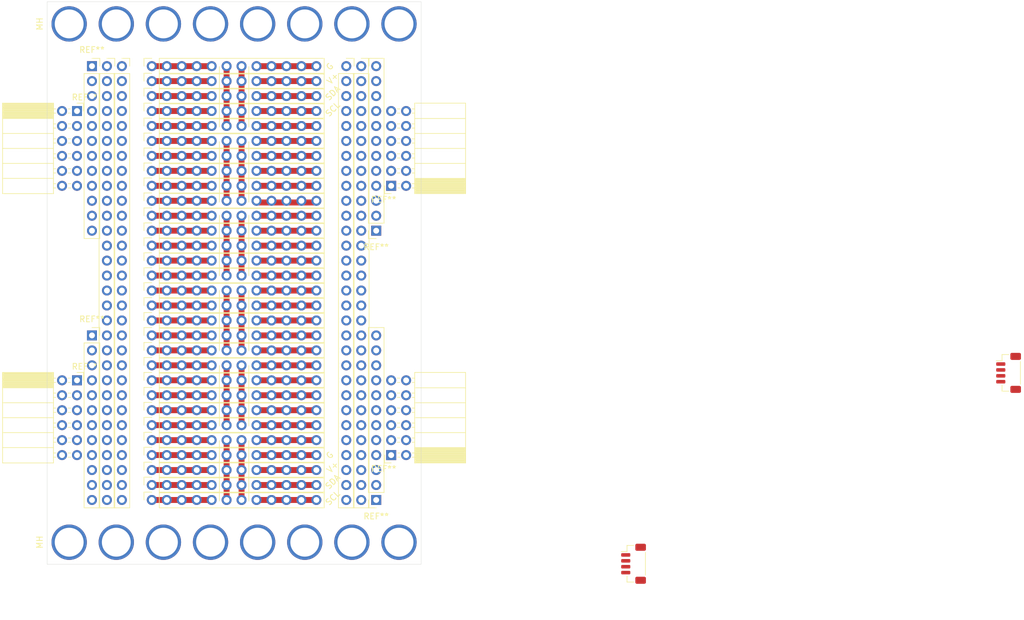
<source format=kicad_pcb>
(kicad_pcb (version 20171130) (host pcbnew 5.1.9)

  (general
    (thickness 1.6)
    (drawings 24)
    (tracks 75)
    (zones 0)
    (modules 46)
    (nets 75)
  )

  (page A4)
  (layers
    (0 F.Cu signal)
    (31 B.Cu signal)
    (32 B.Adhes user)
    (33 F.Adhes user)
    (34 B.Paste user)
    (35 F.Paste user)
    (36 B.SilkS user)
    (37 F.SilkS user)
    (38 B.Mask user)
    (39 F.Mask user)
    (40 Dwgs.User user)
    (41 Cmts.User user)
    (42 Eco1.User user)
    (43 Eco2.User user)
    (44 Edge.Cuts user)
    (45 Margin user)
    (46 B.CrtYd user)
    (47 F.CrtYd user)
    (48 B.Fab user)
    (49 F.Fab user)
  )

  (setup
    (last_trace_width 0.25)
    (user_trace_width 0.5)
    (user_trace_width 1)
    (trace_clearance 0.2)
    (zone_clearance 0.508)
    (zone_45_only no)
    (trace_min 0.2)
    (via_size 0.8)
    (via_drill 0.4)
    (via_min_size 0.4)
    (via_min_drill 0.3)
    (uvia_size 0.3)
    (uvia_drill 0.1)
    (uvias_allowed no)
    (uvia_min_size 0.2)
    (uvia_min_drill 0.1)
    (edge_width 0.05)
    (segment_width 0.2)
    (pcb_text_width 0.3)
    (pcb_text_size 1.5 1.5)
    (mod_edge_width 0.12)
    (mod_text_size 1 1)
    (mod_text_width 0.15)
    (pad_size 1.7 1.7)
    (pad_drill 1)
    (pad_to_mask_clearance 0)
    (aux_axis_origin 0 0)
    (visible_elements FFFFF77F)
    (pcbplotparams
      (layerselection 0x010fc_ffffffff)
      (usegerberextensions false)
      (usegerberattributes true)
      (usegerberadvancedattributes true)
      (creategerberjobfile true)
      (excludeedgelayer true)
      (linewidth 0.100000)
      (plotframeref false)
      (viasonmask false)
      (mode 1)
      (useauxorigin false)
      (hpglpennumber 1)
      (hpglpenspeed 20)
      (hpglpendiameter 15.000000)
      (psnegative false)
      (psa4output false)
      (plotreference true)
      (plotvalue true)
      (plotinvisibletext false)
      (padsonsilk false)
      (subtractmaskfromsilk true)
      (outputformat 1)
      (mirror false)
      (drillshape 0)
      (scaleselection 1)
      (outputdirectory "gerbers/"))
  )

  (net 0 "")
  (net 1 /Q1-GND)
  (net 2 "Net-(J1-Pad7)")
  (net 3 "Net-(J1-Pad6)")
  (net 4 "Net-(J1-Pad1)")
  (net 5 /Q1-3v3)
  (net 6 "Net-(J2-Pad1)")
  (net 7 "Net-(J3-Pad1)")
  (net 8 "Net-(J4-Pad1)")
  (net 9 "Net-(J5-Pad10)")
  (net 10 "Net-(J5-Pad1)")
  (net 11 "Net-(J6-Pad10)")
  (net 12 "Net-(J10-Pad7)")
  (net 13 "Net-(J10-Pad6)")
  (net 14 "Net-(J6-Pad1)")
  (net 15 "Net-(J7-Pad10)")
  (net 16 "Net-(J7-Pad1)")
  (net 17 "Net-(J8-Pad10)")
  (net 18 "Net-(J8-Pad1)")
  (net 19 "Net-(J9-Pad10)")
  (net 20 "Net-(J9-Pad1)")
  (net 21 "Net-(J10-Pad10)")
  (net 22 "Net-(J10-Pad1)")
  (net 23 "Net-(J11-Pad10)")
  (net 24 "Net-(J11-Pad7)")
  (net 25 "Net-(J11-Pad6)")
  (net 26 "Net-(J11-Pad1)")
  (net 27 "Net-(J12-Pad10)")
  (net 28 "Net-(J12-Pad1)")
  (net 29 "Net-(J13-Pad10)")
  (net 30 "Net-(J13-Pad1)")
  (net 31 "Net-(J14-Pad10)")
  (net 32 "Net-(J14-Pad1)")
  (net 33 "Net-(J15-Pad10)")
  (net 34 "Net-(J15-Pad1)")
  (net 35 "Net-(J16-Pad10)")
  (net 36 "Net-(J16-Pad7)")
  (net 37 "Net-(J16-Pad6)")
  (net 38 "Net-(J16-Pad1)")
  (net 39 "Net-(J17-Pad10)")
  (net 40 "Net-(J17-Pad1)")
  (net 41 "Net-(J18-Pad10)")
  (net 42 "Net-(J18-Pad1)")
  (net 43 "Net-(J19-Pad10)")
  (net 44 "Net-(J19-Pad1)")
  (net 45 "Net-(J20-Pad10)")
  (net 46 "Net-(J20-Pad1)")
  (net 47 "Net-(J21-Pad10)")
  (net 48 "Net-(J21-Pad7)")
  (net 49 "Net-(J21-Pad6)")
  (net 50 "Net-(J21-Pad1)")
  (net 51 "Net-(J22-Pad10)")
  (net 52 "Net-(J22-Pad1)")
  (net 53 "Net-(J23-Pad10)")
  (net 54 "Net-(J23-Pad1)")
  (net 55 "Net-(J24-Pad10)")
  (net 56 "Net-(J24-Pad1)")
  (net 57 "Net-(J25-Pad10)")
  (net 58 "Net-(J25-Pad1)")
  (net 59 "Net-(J26-Pad10)")
  (net 60 "Net-(J26-Pad7)")
  (net 61 "Net-(J26-Pad6)")
  (net 62 "Net-(J26-Pad1)")
  (net 63 /Q2-GND)
  (net 64 "Net-(J27-Pad1)")
  (net 65 /Q2-3v3)
  (net 66 "Net-(J28-Pad1)")
  (net 67 "Net-(J29-Pad1)")
  (net 68 "Net-(J30-Pad1)")
  (net 69 "Net-(J33-Pad1)")
  (net 70 "Net-(J34-Pad1)")
  (net 71 /Q1-SDA)
  (net 72 /Q1-SCL)
  (net 73 /Q2-SDA)
  (net 74 /Q2-SCL)

  (net_class Default "This is the default net class."
    (clearance 0.2)
    (trace_width 0.25)
    (via_dia 0.8)
    (via_drill 0.4)
    (uvia_dia 0.3)
    (uvia_drill 0.1)
    (add_net /Q1-3v3)
    (add_net /Q1-GND)
    (add_net /Q1-SCL)
    (add_net /Q1-SDA)
    (add_net /Q2-3v3)
    (add_net /Q2-GND)
    (add_net /Q2-SCL)
    (add_net /Q2-SDA)
    (add_net "Net-(J1-Pad1)")
    (add_net "Net-(J1-Pad6)")
    (add_net "Net-(J1-Pad7)")
    (add_net "Net-(J10-Pad1)")
    (add_net "Net-(J10-Pad10)")
    (add_net "Net-(J10-Pad6)")
    (add_net "Net-(J10-Pad7)")
    (add_net "Net-(J11-Pad1)")
    (add_net "Net-(J11-Pad10)")
    (add_net "Net-(J11-Pad6)")
    (add_net "Net-(J11-Pad7)")
    (add_net "Net-(J12-Pad1)")
    (add_net "Net-(J12-Pad10)")
    (add_net "Net-(J13-Pad1)")
    (add_net "Net-(J13-Pad10)")
    (add_net "Net-(J14-Pad1)")
    (add_net "Net-(J14-Pad10)")
    (add_net "Net-(J15-Pad1)")
    (add_net "Net-(J15-Pad10)")
    (add_net "Net-(J16-Pad1)")
    (add_net "Net-(J16-Pad10)")
    (add_net "Net-(J16-Pad6)")
    (add_net "Net-(J16-Pad7)")
    (add_net "Net-(J17-Pad1)")
    (add_net "Net-(J17-Pad10)")
    (add_net "Net-(J18-Pad1)")
    (add_net "Net-(J18-Pad10)")
    (add_net "Net-(J19-Pad1)")
    (add_net "Net-(J19-Pad10)")
    (add_net "Net-(J2-Pad1)")
    (add_net "Net-(J20-Pad1)")
    (add_net "Net-(J20-Pad10)")
    (add_net "Net-(J21-Pad1)")
    (add_net "Net-(J21-Pad10)")
    (add_net "Net-(J21-Pad6)")
    (add_net "Net-(J21-Pad7)")
    (add_net "Net-(J22-Pad1)")
    (add_net "Net-(J22-Pad10)")
    (add_net "Net-(J23-Pad1)")
    (add_net "Net-(J23-Pad10)")
    (add_net "Net-(J24-Pad1)")
    (add_net "Net-(J24-Pad10)")
    (add_net "Net-(J25-Pad1)")
    (add_net "Net-(J25-Pad10)")
    (add_net "Net-(J26-Pad1)")
    (add_net "Net-(J26-Pad10)")
    (add_net "Net-(J26-Pad6)")
    (add_net "Net-(J26-Pad7)")
    (add_net "Net-(J27-Pad1)")
    (add_net "Net-(J28-Pad1)")
    (add_net "Net-(J29-Pad1)")
    (add_net "Net-(J3-Pad1)")
    (add_net "Net-(J30-Pad1)")
    (add_net "Net-(J33-Pad1)")
    (add_net "Net-(J34-Pad1)")
    (add_net "Net-(J4-Pad1)")
    (add_net "Net-(J5-Pad1)")
    (add_net "Net-(J5-Pad10)")
    (add_net "Net-(J6-Pad1)")
    (add_net "Net-(J6-Pad10)")
    (add_net "Net-(J7-Pad1)")
    (add_net "Net-(J7-Pad10)")
    (add_net "Net-(J8-Pad1)")
    (add_net "Net-(J8-Pad10)")
    (add_net "Net-(J9-Pad1)")
    (add_net "Net-(J9-Pad10)")
  )

  (module Connector_PinSocket_2.54mm:PinSocket_1x12_P2.54mm_Vertical (layer F.Cu) (tedit 5A19A41D) (tstamp 601754EB)
    (at 148.13 79.11 180)
    (descr "Through hole straight socket strip, 1x12, 2.54mm pitch, single row (from Kicad 4.0.7), script generated")
    (tags "Through hole socket strip THT 1x12 2.54mm single row")
    (fp_text reference REF** (at 0 -2.77) (layer F.SilkS)
      (effects (font (size 1 1) (thickness 0.15)))
    )
    (fp_text value PinSocket_1x12_P2.54mm_Vertical (at 0 30.71) (layer F.Fab)
      (effects (font (size 1 1) (thickness 0.15)))
    )
    (fp_line (start -1.27 -1.27) (end 0.635 -1.27) (layer F.Fab) (width 0.1))
    (fp_line (start 0.635 -1.27) (end 1.27 -0.635) (layer F.Fab) (width 0.1))
    (fp_line (start 1.27 -0.635) (end 1.27 29.21) (layer F.Fab) (width 0.1))
    (fp_line (start 1.27 29.21) (end -1.27 29.21) (layer F.Fab) (width 0.1))
    (fp_line (start -1.27 29.21) (end -1.27 -1.27) (layer F.Fab) (width 0.1))
    (fp_line (start -1.33 1.27) (end 1.33 1.27) (layer F.SilkS) (width 0.12))
    (fp_line (start -1.33 1.27) (end -1.33 29.27) (layer F.SilkS) (width 0.12))
    (fp_line (start -1.33 29.27) (end 1.33 29.27) (layer F.SilkS) (width 0.12))
    (fp_line (start 1.33 1.27) (end 1.33 29.27) (layer F.SilkS) (width 0.12))
    (fp_line (start 1.33 -1.33) (end 1.33 0) (layer F.SilkS) (width 0.12))
    (fp_line (start 0 -1.33) (end 1.33 -1.33) (layer F.SilkS) (width 0.12))
    (fp_line (start -1.8 -1.8) (end 1.75 -1.8) (layer F.CrtYd) (width 0.05))
    (fp_line (start 1.75 -1.8) (end 1.75 29.7) (layer F.CrtYd) (width 0.05))
    (fp_line (start 1.75 29.7) (end -1.8 29.7) (layer F.CrtYd) (width 0.05))
    (fp_line (start -1.8 29.7) (end -1.8 -1.8) (layer F.CrtYd) (width 0.05))
    (fp_text user %R (at 0 13.97 90) (layer F.Fab)
      (effects (font (size 1 1) (thickness 0.15)))
    )
    (pad 1 thru_hole rect (at 0 0 180) (size 1.7 1.7) (drill 1) (layers *.Cu *.Mask))
    (pad 2 thru_hole oval (at 0 2.54 180) (size 1.7 1.7) (drill 1) (layers *.Cu *.Mask))
    (pad 3 thru_hole oval (at 0 5.08 180) (size 1.7 1.7) (drill 1) (layers *.Cu *.Mask))
    (pad 4 thru_hole oval (at 0 7.62 180) (size 1.7 1.7) (drill 1) (layers *.Cu *.Mask))
    (pad 5 thru_hole oval (at 0 10.16 180) (size 1.7 1.7) (drill 1) (layers *.Cu *.Mask))
    (pad 6 thru_hole oval (at 0 12.7 180) (size 1.7 1.7) (drill 1) (layers *.Cu *.Mask))
    (pad 7 thru_hole oval (at 0 15.24 180) (size 1.7 1.7) (drill 1) (layers *.Cu *.Mask))
    (pad 8 thru_hole oval (at 0 17.78 180) (size 1.7 1.7) (drill 1) (layers *.Cu *.Mask))
    (pad 9 thru_hole oval (at 0 20.32 180) (size 1.7 1.7) (drill 1) (layers *.Cu *.Mask))
    (pad 10 thru_hole oval (at 0 22.86 180) (size 1.7 1.7) (drill 1) (layers *.Cu *.Mask))
    (pad 11 thru_hole oval (at 0 25.4 180) (size 1.7 1.7) (drill 1) (layers *.Cu *.Mask))
    (pad 12 thru_hole oval (at 0 27.94 180) (size 1.7 1.7) (drill 1) (layers *.Cu *.Mask))
    (model ${KISYS3DMOD}/Connector_PinSocket_2.54mm.3dshapes/PinSocket_1x12_P2.54mm_Vertical.wrl
      (at (xyz 0 0 0))
      (scale (xyz 1 1 1))
      (rotate (xyz 0 0 0))
    )
  )

  (module Connector_PinSocket_2.54mm:PinSocket_1x12_P2.54mm_Vertical (layer F.Cu) (tedit 5A19A41D) (tstamp 601754EB)
    (at 148.13 124.83 180)
    (descr "Through hole straight socket strip, 1x12, 2.54mm pitch, single row (from Kicad 4.0.7), script generated")
    (tags "Through hole socket strip THT 1x12 2.54mm single row")
    (fp_text reference REF** (at 0 -2.77) (layer F.SilkS)
      (effects (font (size 1 1) (thickness 0.15)))
    )
    (fp_text value PinSocket_1x12_P2.54mm_Vertical (at 0 30.71) (layer F.Fab)
      (effects (font (size 1 1) (thickness 0.15)))
    )
    (fp_line (start -1.27 -1.27) (end 0.635 -1.27) (layer F.Fab) (width 0.1))
    (fp_line (start 0.635 -1.27) (end 1.27 -0.635) (layer F.Fab) (width 0.1))
    (fp_line (start 1.27 -0.635) (end 1.27 29.21) (layer F.Fab) (width 0.1))
    (fp_line (start 1.27 29.21) (end -1.27 29.21) (layer F.Fab) (width 0.1))
    (fp_line (start -1.27 29.21) (end -1.27 -1.27) (layer F.Fab) (width 0.1))
    (fp_line (start -1.33 1.27) (end 1.33 1.27) (layer F.SilkS) (width 0.12))
    (fp_line (start -1.33 1.27) (end -1.33 29.27) (layer F.SilkS) (width 0.12))
    (fp_line (start -1.33 29.27) (end 1.33 29.27) (layer F.SilkS) (width 0.12))
    (fp_line (start 1.33 1.27) (end 1.33 29.27) (layer F.SilkS) (width 0.12))
    (fp_line (start 1.33 -1.33) (end 1.33 0) (layer F.SilkS) (width 0.12))
    (fp_line (start 0 -1.33) (end 1.33 -1.33) (layer F.SilkS) (width 0.12))
    (fp_line (start -1.8 -1.8) (end 1.75 -1.8) (layer F.CrtYd) (width 0.05))
    (fp_line (start 1.75 -1.8) (end 1.75 29.7) (layer F.CrtYd) (width 0.05))
    (fp_line (start 1.75 29.7) (end -1.8 29.7) (layer F.CrtYd) (width 0.05))
    (fp_line (start -1.8 29.7) (end -1.8 -1.8) (layer F.CrtYd) (width 0.05))
    (fp_text user %R (at 0 13.97 90) (layer F.Fab)
      (effects (font (size 1 1) (thickness 0.15)))
    )
    (pad 1 thru_hole rect (at 0 0 180) (size 1.7 1.7) (drill 1) (layers *.Cu *.Mask))
    (pad 2 thru_hole oval (at 0 2.54 180) (size 1.7 1.7) (drill 1) (layers *.Cu *.Mask))
    (pad 3 thru_hole oval (at 0 5.08 180) (size 1.7 1.7) (drill 1) (layers *.Cu *.Mask))
    (pad 4 thru_hole oval (at 0 7.62 180) (size 1.7 1.7) (drill 1) (layers *.Cu *.Mask))
    (pad 5 thru_hole oval (at 0 10.16 180) (size 1.7 1.7) (drill 1) (layers *.Cu *.Mask))
    (pad 6 thru_hole oval (at 0 12.7 180) (size 1.7 1.7) (drill 1) (layers *.Cu *.Mask))
    (pad 7 thru_hole oval (at 0 15.24 180) (size 1.7 1.7) (drill 1) (layers *.Cu *.Mask))
    (pad 8 thru_hole oval (at 0 17.78 180) (size 1.7 1.7) (drill 1) (layers *.Cu *.Mask))
    (pad 9 thru_hole oval (at 0 20.32 180) (size 1.7 1.7) (drill 1) (layers *.Cu *.Mask))
    (pad 10 thru_hole oval (at 0 22.86 180) (size 1.7 1.7) (drill 1) (layers *.Cu *.Mask))
    (pad 11 thru_hole oval (at 0 25.4 180) (size 1.7 1.7) (drill 1) (layers *.Cu *.Mask))
    (pad 12 thru_hole oval (at 0 27.94 180) (size 1.7 1.7) (drill 1) (layers *.Cu *.Mask))
    (model ${KISYS3DMOD}/Connector_PinSocket_2.54mm.3dshapes/PinSocket_1x12_P2.54mm_Vertical.wrl
      (at (xyz 0 0 0))
      (scale (xyz 1 1 1))
      (rotate (xyz 0 0 0))
    )
  )

  (module Connector_PinSocket_2.54mm:PinSocket_2x06_P2.54mm_Horizontal (layer F.Cu) (tedit 5A19A42C) (tstamp 60175360)
    (at 150.67 71.49 180)
    (descr "Through hole angled socket strip, 2x06, 2.54mm pitch, 8.51mm socket length, double cols (from Kicad 4.0.7), script generated")
    (tags "Through hole angled socket strip THT 2x06 2.54mm double row")
    (fp_text reference REF** (at 1.27 -2.33) (layer F.SilkS)
      (effects (font (size 1 1) (thickness 0.15)))
    )
    (fp_text value PinSocket_2x06_P2.54mm_Horizontal (at 1.27 15.03) (layer F.Fab)
      (effects (font (size 1 1) (thickness 0.15)))
    )
    (fp_line (start -12.57 -1.27) (end -5.03 -1.27) (layer F.Fab) (width 0.1))
    (fp_line (start -5.03 -1.27) (end -4.06 -0.3) (layer F.Fab) (width 0.1))
    (fp_line (start -4.06 -0.3) (end -4.06 13.97) (layer F.Fab) (width 0.1))
    (fp_line (start -4.06 13.97) (end -12.57 13.97) (layer F.Fab) (width 0.1))
    (fp_line (start -12.57 13.97) (end -12.57 -1.27) (layer F.Fab) (width 0.1))
    (fp_line (start 0 -0.3) (end -4.06 -0.3) (layer F.Fab) (width 0.1))
    (fp_line (start -4.06 0.3) (end 0 0.3) (layer F.Fab) (width 0.1))
    (fp_line (start 0 0.3) (end 0 -0.3) (layer F.Fab) (width 0.1))
    (fp_line (start 0 2.24) (end -4.06 2.24) (layer F.Fab) (width 0.1))
    (fp_line (start -4.06 2.84) (end 0 2.84) (layer F.Fab) (width 0.1))
    (fp_line (start 0 2.84) (end 0 2.24) (layer F.Fab) (width 0.1))
    (fp_line (start 0 4.78) (end -4.06 4.78) (layer F.Fab) (width 0.1))
    (fp_line (start -4.06 5.38) (end 0 5.38) (layer F.Fab) (width 0.1))
    (fp_line (start 0 5.38) (end 0 4.78) (layer F.Fab) (width 0.1))
    (fp_line (start 0 7.32) (end -4.06 7.32) (layer F.Fab) (width 0.1))
    (fp_line (start -4.06 7.92) (end 0 7.92) (layer F.Fab) (width 0.1))
    (fp_line (start 0 7.92) (end 0 7.32) (layer F.Fab) (width 0.1))
    (fp_line (start 0 9.86) (end -4.06 9.86) (layer F.Fab) (width 0.1))
    (fp_line (start -4.06 10.46) (end 0 10.46) (layer F.Fab) (width 0.1))
    (fp_line (start 0 10.46) (end 0 9.86) (layer F.Fab) (width 0.1))
    (fp_line (start 0 12.4) (end -4.06 12.4) (layer F.Fab) (width 0.1))
    (fp_line (start -4.06 13) (end 0 13) (layer F.Fab) (width 0.1))
    (fp_line (start 0 13) (end 0 12.4) (layer F.Fab) (width 0.1))
    (fp_line (start -12.63 -1.21) (end -4 -1.21) (layer F.SilkS) (width 0.12))
    (fp_line (start -12.63 -1.091905) (end -4 -1.091905) (layer F.SilkS) (width 0.12))
    (fp_line (start -12.63 -0.97381) (end -4 -0.97381) (layer F.SilkS) (width 0.12))
    (fp_line (start -12.63 -0.855715) (end -4 -0.855715) (layer F.SilkS) (width 0.12))
    (fp_line (start -12.63 -0.73762) (end -4 -0.73762) (layer F.SilkS) (width 0.12))
    (fp_line (start -12.63 -0.619525) (end -4 -0.619525) (layer F.SilkS) (width 0.12))
    (fp_line (start -12.63 -0.50143) (end -4 -0.50143) (layer F.SilkS) (width 0.12))
    (fp_line (start -12.63 -0.383335) (end -4 -0.383335) (layer F.SilkS) (width 0.12))
    (fp_line (start -12.63 -0.26524) (end -4 -0.26524) (layer F.SilkS) (width 0.12))
    (fp_line (start -12.63 -0.147145) (end -4 -0.147145) (layer F.SilkS) (width 0.12))
    (fp_line (start -12.63 -0.02905) (end -4 -0.02905) (layer F.SilkS) (width 0.12))
    (fp_line (start -12.63 0.089045) (end -4 0.089045) (layer F.SilkS) (width 0.12))
    (fp_line (start -12.63 0.20714) (end -4 0.20714) (layer F.SilkS) (width 0.12))
    (fp_line (start -12.63 0.325235) (end -4 0.325235) (layer F.SilkS) (width 0.12))
    (fp_line (start -12.63 0.44333) (end -4 0.44333) (layer F.SilkS) (width 0.12))
    (fp_line (start -12.63 0.561425) (end -4 0.561425) (layer F.SilkS) (width 0.12))
    (fp_line (start -12.63 0.67952) (end -4 0.67952) (layer F.SilkS) (width 0.12))
    (fp_line (start -12.63 0.797615) (end -4 0.797615) (layer F.SilkS) (width 0.12))
    (fp_line (start -12.63 0.91571) (end -4 0.91571) (layer F.SilkS) (width 0.12))
    (fp_line (start -12.63 1.033805) (end -4 1.033805) (layer F.SilkS) (width 0.12))
    (fp_line (start -12.63 1.1519) (end -4 1.1519) (layer F.SilkS) (width 0.12))
    (fp_line (start -4 -0.36) (end -3.59 -0.36) (layer F.SilkS) (width 0.12))
    (fp_line (start -1.49 -0.36) (end -1.11 -0.36) (layer F.SilkS) (width 0.12))
    (fp_line (start -4 0.36) (end -3.59 0.36) (layer F.SilkS) (width 0.12))
    (fp_line (start -1.49 0.36) (end -1.11 0.36) (layer F.SilkS) (width 0.12))
    (fp_line (start -4 2.18) (end -3.59 2.18) (layer F.SilkS) (width 0.12))
    (fp_line (start -1.49 2.18) (end -1.05 2.18) (layer F.SilkS) (width 0.12))
    (fp_line (start -4 2.9) (end -3.59 2.9) (layer F.SilkS) (width 0.12))
    (fp_line (start -1.49 2.9) (end -1.05 2.9) (layer F.SilkS) (width 0.12))
    (fp_line (start -4 4.72) (end -3.59 4.72) (layer F.SilkS) (width 0.12))
    (fp_line (start -1.49 4.72) (end -1.05 4.72) (layer F.SilkS) (width 0.12))
    (fp_line (start -4 5.44) (end -3.59 5.44) (layer F.SilkS) (width 0.12))
    (fp_line (start -1.49 5.44) (end -1.05 5.44) (layer F.SilkS) (width 0.12))
    (fp_line (start -4 7.26) (end -3.59 7.26) (layer F.SilkS) (width 0.12))
    (fp_line (start -1.49 7.26) (end -1.05 7.26) (layer F.SilkS) (width 0.12))
    (fp_line (start -4 7.98) (end -3.59 7.98) (layer F.SilkS) (width 0.12))
    (fp_line (start -1.49 7.98) (end -1.05 7.98) (layer F.SilkS) (width 0.12))
    (fp_line (start -4 9.8) (end -3.59 9.8) (layer F.SilkS) (width 0.12))
    (fp_line (start -1.49 9.8) (end -1.05 9.8) (layer F.SilkS) (width 0.12))
    (fp_line (start -4 10.52) (end -3.59 10.52) (layer F.SilkS) (width 0.12))
    (fp_line (start -1.49 10.52) (end -1.05 10.52) (layer F.SilkS) (width 0.12))
    (fp_line (start -4 12.34) (end -3.59 12.34) (layer F.SilkS) (width 0.12))
    (fp_line (start -1.49 12.34) (end -1.05 12.34) (layer F.SilkS) (width 0.12))
    (fp_line (start -4 13.06) (end -3.59 13.06) (layer F.SilkS) (width 0.12))
    (fp_line (start -1.49 13.06) (end -1.05 13.06) (layer F.SilkS) (width 0.12))
    (fp_line (start -12.63 1.27) (end -4 1.27) (layer F.SilkS) (width 0.12))
    (fp_line (start -12.63 3.81) (end -4 3.81) (layer F.SilkS) (width 0.12))
    (fp_line (start -12.63 6.35) (end -4 6.35) (layer F.SilkS) (width 0.12))
    (fp_line (start -12.63 8.89) (end -4 8.89) (layer F.SilkS) (width 0.12))
    (fp_line (start -12.63 11.43) (end -4 11.43) (layer F.SilkS) (width 0.12))
    (fp_line (start -12.63 -1.33) (end -4 -1.33) (layer F.SilkS) (width 0.12))
    (fp_line (start -4 -1.33) (end -4 14.03) (layer F.SilkS) (width 0.12))
    (fp_line (start -12.63 14.03) (end -4 14.03) (layer F.SilkS) (width 0.12))
    (fp_line (start -12.63 -1.33) (end -12.63 14.03) (layer F.SilkS) (width 0.12))
    (fp_line (start 1.11 -1.33) (end 1.11 0) (layer F.SilkS) (width 0.12))
    (fp_line (start 0 -1.33) (end 1.11 -1.33) (layer F.SilkS) (width 0.12))
    (fp_line (start 1.8 -1.8) (end -13.05 -1.8) (layer F.CrtYd) (width 0.05))
    (fp_line (start -13.05 -1.8) (end -13.05 14.45) (layer F.CrtYd) (width 0.05))
    (fp_line (start -13.05 14.45) (end 1.8 14.45) (layer F.CrtYd) (width 0.05))
    (fp_line (start 1.8 14.45) (end 1.8 -1.8) (layer F.CrtYd) (width 0.05))
    (fp_text user %R (at 1.27 6.35 90) (layer F.Fab)
      (effects (font (size 1 1) (thickness 0.15)))
    )
    (pad 1 thru_hole rect (at 0 0 180) (size 1.7 1.7) (drill 1) (layers *.Cu *.Mask))
    (pad 2 thru_hole oval (at -2.54 0 180) (size 1.7 1.7) (drill 1) (layers *.Cu *.Mask))
    (pad 3 thru_hole oval (at 0 2.54 180) (size 1.7 1.7) (drill 1) (layers *.Cu *.Mask))
    (pad 4 thru_hole oval (at -2.54 2.54 180) (size 1.7 1.7) (drill 1) (layers *.Cu *.Mask))
    (pad 5 thru_hole oval (at 0 5.08 180) (size 1.7 1.7) (drill 1) (layers *.Cu *.Mask))
    (pad 6 thru_hole oval (at -2.54 5.08 180) (size 1.7 1.7) (drill 1) (layers *.Cu *.Mask))
    (pad 7 thru_hole oval (at 0 7.62 180) (size 1.7 1.7) (drill 1) (layers *.Cu *.Mask))
    (pad 8 thru_hole oval (at -2.54 7.62 180) (size 1.7 1.7) (drill 1) (layers *.Cu *.Mask))
    (pad 9 thru_hole oval (at 0 10.16 180) (size 1.7 1.7) (drill 1) (layers *.Cu *.Mask))
    (pad 10 thru_hole oval (at -2.54 10.16 180) (size 1.7 1.7) (drill 1) (layers *.Cu *.Mask))
    (pad 11 thru_hole oval (at 0 12.7 180) (size 1.7 1.7) (drill 1) (layers *.Cu *.Mask))
    (pad 12 thru_hole oval (at -2.54 12.7 180) (size 1.7 1.7) (drill 1) (layers *.Cu *.Mask))
    (model ${KISYS3DMOD}/Connector_PinSocket_2.54mm.3dshapes/PinSocket_2x06_P2.54mm_Horizontal.wrl
      (at (xyz 0 0 0))
      (scale (xyz 1 1 1))
      (rotate (xyz 0 0 0))
    )
  )

  (module Connector_PinSocket_2.54mm:PinSocket_2x06_P2.54mm_Horizontal (layer F.Cu) (tedit 5A19A42C) (tstamp 601752FD)
    (at 150.67 117.21 180)
    (descr "Through hole angled socket strip, 2x06, 2.54mm pitch, 8.51mm socket length, double cols (from Kicad 4.0.7), script generated")
    (tags "Through hole angled socket strip THT 2x06 2.54mm double row")
    (fp_text reference REF** (at 1.27 -2.33) (layer F.SilkS)
      (effects (font (size 1 1) (thickness 0.15)))
    )
    (fp_text value PinSocket_2x06_P2.54mm_Horizontal (at 1.27 15.03) (layer F.Fab)
      (effects (font (size 1 1) (thickness 0.15)))
    )
    (fp_line (start -12.57 -1.27) (end -5.03 -1.27) (layer F.Fab) (width 0.1))
    (fp_line (start -5.03 -1.27) (end -4.06 -0.3) (layer F.Fab) (width 0.1))
    (fp_line (start -4.06 -0.3) (end -4.06 13.97) (layer F.Fab) (width 0.1))
    (fp_line (start -4.06 13.97) (end -12.57 13.97) (layer F.Fab) (width 0.1))
    (fp_line (start -12.57 13.97) (end -12.57 -1.27) (layer F.Fab) (width 0.1))
    (fp_line (start 0 -0.3) (end -4.06 -0.3) (layer F.Fab) (width 0.1))
    (fp_line (start -4.06 0.3) (end 0 0.3) (layer F.Fab) (width 0.1))
    (fp_line (start 0 0.3) (end 0 -0.3) (layer F.Fab) (width 0.1))
    (fp_line (start 0 2.24) (end -4.06 2.24) (layer F.Fab) (width 0.1))
    (fp_line (start -4.06 2.84) (end 0 2.84) (layer F.Fab) (width 0.1))
    (fp_line (start 0 2.84) (end 0 2.24) (layer F.Fab) (width 0.1))
    (fp_line (start 0 4.78) (end -4.06 4.78) (layer F.Fab) (width 0.1))
    (fp_line (start -4.06 5.38) (end 0 5.38) (layer F.Fab) (width 0.1))
    (fp_line (start 0 5.38) (end 0 4.78) (layer F.Fab) (width 0.1))
    (fp_line (start 0 7.32) (end -4.06 7.32) (layer F.Fab) (width 0.1))
    (fp_line (start -4.06 7.92) (end 0 7.92) (layer F.Fab) (width 0.1))
    (fp_line (start 0 7.92) (end 0 7.32) (layer F.Fab) (width 0.1))
    (fp_line (start 0 9.86) (end -4.06 9.86) (layer F.Fab) (width 0.1))
    (fp_line (start -4.06 10.46) (end 0 10.46) (layer F.Fab) (width 0.1))
    (fp_line (start 0 10.46) (end 0 9.86) (layer F.Fab) (width 0.1))
    (fp_line (start 0 12.4) (end -4.06 12.4) (layer F.Fab) (width 0.1))
    (fp_line (start -4.06 13) (end 0 13) (layer F.Fab) (width 0.1))
    (fp_line (start 0 13) (end 0 12.4) (layer F.Fab) (width 0.1))
    (fp_line (start -12.63 -1.21) (end -4 -1.21) (layer F.SilkS) (width 0.12))
    (fp_line (start -12.63 -1.091905) (end -4 -1.091905) (layer F.SilkS) (width 0.12))
    (fp_line (start -12.63 -0.97381) (end -4 -0.97381) (layer F.SilkS) (width 0.12))
    (fp_line (start -12.63 -0.855715) (end -4 -0.855715) (layer F.SilkS) (width 0.12))
    (fp_line (start -12.63 -0.73762) (end -4 -0.73762) (layer F.SilkS) (width 0.12))
    (fp_line (start -12.63 -0.619525) (end -4 -0.619525) (layer F.SilkS) (width 0.12))
    (fp_line (start -12.63 -0.50143) (end -4 -0.50143) (layer F.SilkS) (width 0.12))
    (fp_line (start -12.63 -0.383335) (end -4 -0.383335) (layer F.SilkS) (width 0.12))
    (fp_line (start -12.63 -0.26524) (end -4 -0.26524) (layer F.SilkS) (width 0.12))
    (fp_line (start -12.63 -0.147145) (end -4 -0.147145) (layer F.SilkS) (width 0.12))
    (fp_line (start -12.63 -0.02905) (end -4 -0.02905) (layer F.SilkS) (width 0.12))
    (fp_line (start -12.63 0.089045) (end -4 0.089045) (layer F.SilkS) (width 0.12))
    (fp_line (start -12.63 0.20714) (end -4 0.20714) (layer F.SilkS) (width 0.12))
    (fp_line (start -12.63 0.325235) (end -4 0.325235) (layer F.SilkS) (width 0.12))
    (fp_line (start -12.63 0.44333) (end -4 0.44333) (layer F.SilkS) (width 0.12))
    (fp_line (start -12.63 0.561425) (end -4 0.561425) (layer F.SilkS) (width 0.12))
    (fp_line (start -12.63 0.67952) (end -4 0.67952) (layer F.SilkS) (width 0.12))
    (fp_line (start -12.63 0.797615) (end -4 0.797615) (layer F.SilkS) (width 0.12))
    (fp_line (start -12.63 0.91571) (end -4 0.91571) (layer F.SilkS) (width 0.12))
    (fp_line (start -12.63 1.033805) (end -4 1.033805) (layer F.SilkS) (width 0.12))
    (fp_line (start -12.63 1.1519) (end -4 1.1519) (layer F.SilkS) (width 0.12))
    (fp_line (start -4 -0.36) (end -3.59 -0.36) (layer F.SilkS) (width 0.12))
    (fp_line (start -1.49 -0.36) (end -1.11 -0.36) (layer F.SilkS) (width 0.12))
    (fp_line (start -4 0.36) (end -3.59 0.36) (layer F.SilkS) (width 0.12))
    (fp_line (start -1.49 0.36) (end -1.11 0.36) (layer F.SilkS) (width 0.12))
    (fp_line (start -4 2.18) (end -3.59 2.18) (layer F.SilkS) (width 0.12))
    (fp_line (start -1.49 2.18) (end -1.05 2.18) (layer F.SilkS) (width 0.12))
    (fp_line (start -4 2.9) (end -3.59 2.9) (layer F.SilkS) (width 0.12))
    (fp_line (start -1.49 2.9) (end -1.05 2.9) (layer F.SilkS) (width 0.12))
    (fp_line (start -4 4.72) (end -3.59 4.72) (layer F.SilkS) (width 0.12))
    (fp_line (start -1.49 4.72) (end -1.05 4.72) (layer F.SilkS) (width 0.12))
    (fp_line (start -4 5.44) (end -3.59 5.44) (layer F.SilkS) (width 0.12))
    (fp_line (start -1.49 5.44) (end -1.05 5.44) (layer F.SilkS) (width 0.12))
    (fp_line (start -4 7.26) (end -3.59 7.26) (layer F.SilkS) (width 0.12))
    (fp_line (start -1.49 7.26) (end -1.05 7.26) (layer F.SilkS) (width 0.12))
    (fp_line (start -4 7.98) (end -3.59 7.98) (layer F.SilkS) (width 0.12))
    (fp_line (start -1.49 7.98) (end -1.05 7.98) (layer F.SilkS) (width 0.12))
    (fp_line (start -4 9.8) (end -3.59 9.8) (layer F.SilkS) (width 0.12))
    (fp_line (start -1.49 9.8) (end -1.05 9.8) (layer F.SilkS) (width 0.12))
    (fp_line (start -4 10.52) (end -3.59 10.52) (layer F.SilkS) (width 0.12))
    (fp_line (start -1.49 10.52) (end -1.05 10.52) (layer F.SilkS) (width 0.12))
    (fp_line (start -4 12.34) (end -3.59 12.34) (layer F.SilkS) (width 0.12))
    (fp_line (start -1.49 12.34) (end -1.05 12.34) (layer F.SilkS) (width 0.12))
    (fp_line (start -4 13.06) (end -3.59 13.06) (layer F.SilkS) (width 0.12))
    (fp_line (start -1.49 13.06) (end -1.05 13.06) (layer F.SilkS) (width 0.12))
    (fp_line (start -12.63 1.27) (end -4 1.27) (layer F.SilkS) (width 0.12))
    (fp_line (start -12.63 3.81) (end -4 3.81) (layer F.SilkS) (width 0.12))
    (fp_line (start -12.63 6.35) (end -4 6.35) (layer F.SilkS) (width 0.12))
    (fp_line (start -12.63 8.89) (end -4 8.89) (layer F.SilkS) (width 0.12))
    (fp_line (start -12.63 11.43) (end -4 11.43) (layer F.SilkS) (width 0.12))
    (fp_line (start -12.63 -1.33) (end -4 -1.33) (layer F.SilkS) (width 0.12))
    (fp_line (start -4 -1.33) (end -4 14.03) (layer F.SilkS) (width 0.12))
    (fp_line (start -12.63 14.03) (end -4 14.03) (layer F.SilkS) (width 0.12))
    (fp_line (start -12.63 -1.33) (end -12.63 14.03) (layer F.SilkS) (width 0.12))
    (fp_line (start 1.11 -1.33) (end 1.11 0) (layer F.SilkS) (width 0.12))
    (fp_line (start 0 -1.33) (end 1.11 -1.33) (layer F.SilkS) (width 0.12))
    (fp_line (start 1.8 -1.8) (end -13.05 -1.8) (layer F.CrtYd) (width 0.05))
    (fp_line (start -13.05 -1.8) (end -13.05 14.45) (layer F.CrtYd) (width 0.05))
    (fp_line (start -13.05 14.45) (end 1.8 14.45) (layer F.CrtYd) (width 0.05))
    (fp_line (start 1.8 14.45) (end 1.8 -1.8) (layer F.CrtYd) (width 0.05))
    (fp_text user %R (at 1.27 6.35 90) (layer F.Fab)
      (effects (font (size 1 1) (thickness 0.15)))
    )
    (pad 1 thru_hole rect (at 0 0 180) (size 1.7 1.7) (drill 1) (layers *.Cu *.Mask))
    (pad 2 thru_hole oval (at -2.54 0 180) (size 1.7 1.7) (drill 1) (layers *.Cu *.Mask))
    (pad 3 thru_hole oval (at 0 2.54 180) (size 1.7 1.7) (drill 1) (layers *.Cu *.Mask))
    (pad 4 thru_hole oval (at -2.54 2.54 180) (size 1.7 1.7) (drill 1) (layers *.Cu *.Mask))
    (pad 5 thru_hole oval (at 0 5.08 180) (size 1.7 1.7) (drill 1) (layers *.Cu *.Mask))
    (pad 6 thru_hole oval (at -2.54 5.08 180) (size 1.7 1.7) (drill 1) (layers *.Cu *.Mask))
    (pad 7 thru_hole oval (at 0 7.62 180) (size 1.7 1.7) (drill 1) (layers *.Cu *.Mask))
    (pad 8 thru_hole oval (at -2.54 7.62 180) (size 1.7 1.7) (drill 1) (layers *.Cu *.Mask))
    (pad 9 thru_hole oval (at 0 10.16 180) (size 1.7 1.7) (drill 1) (layers *.Cu *.Mask))
    (pad 10 thru_hole oval (at -2.54 10.16 180) (size 1.7 1.7) (drill 1) (layers *.Cu *.Mask))
    (pad 11 thru_hole oval (at 0 12.7 180) (size 1.7 1.7) (drill 1) (layers *.Cu *.Mask))
    (pad 12 thru_hole oval (at -2.54 12.7 180) (size 1.7 1.7) (drill 1) (layers *.Cu *.Mask))
    (model ${KISYS3DMOD}/Connector_PinSocket_2.54mm.3dshapes/PinSocket_2x06_P2.54mm_Horizontal.wrl
      (at (xyz 0 0 0))
      (scale (xyz 1 1 1))
      (rotate (xyz 0 0 0))
    )
  )

  (module Connector_PinSocket_2.54mm:PinSocket_2x06_P2.54mm_Horizontal (layer F.Cu) (tedit 5A19A42C) (tstamp 60170F8A)
    (at 97.33 104.51)
    (descr "Through hole angled socket strip, 2x06, 2.54mm pitch, 8.51mm socket length, double cols (from Kicad 4.0.7), script generated")
    (tags "Through hole angled socket strip THT 2x06 2.54mm double row")
    (fp_text reference REF** (at 1.27 -2.33) (layer F.SilkS)
      (effects (font (size 1 1) (thickness 0.15)))
    )
    (fp_text value PinSocket_2x06_P2.54mm_Horizontal (at 1.27 15.03) (layer F.Fab)
      (effects (font (size 1 1) (thickness 0.15)))
    )
    (fp_text user %R (at 1.27 6.35 90) (layer F.Fab)
      (effects (font (size 1 1) (thickness 0.15)))
    )
    (fp_line (start -12.57 -1.27) (end -5.03 -1.27) (layer F.Fab) (width 0.1))
    (fp_line (start -5.03 -1.27) (end -4.06 -0.3) (layer F.Fab) (width 0.1))
    (fp_line (start -4.06 -0.3) (end -4.06 13.97) (layer F.Fab) (width 0.1))
    (fp_line (start -4.06 13.97) (end -12.57 13.97) (layer F.Fab) (width 0.1))
    (fp_line (start -12.57 13.97) (end -12.57 -1.27) (layer F.Fab) (width 0.1))
    (fp_line (start 0 -0.3) (end -4.06 -0.3) (layer F.Fab) (width 0.1))
    (fp_line (start -4.06 0.3) (end 0 0.3) (layer F.Fab) (width 0.1))
    (fp_line (start 0 0.3) (end 0 -0.3) (layer F.Fab) (width 0.1))
    (fp_line (start 0 2.24) (end -4.06 2.24) (layer F.Fab) (width 0.1))
    (fp_line (start -4.06 2.84) (end 0 2.84) (layer F.Fab) (width 0.1))
    (fp_line (start 0 2.84) (end 0 2.24) (layer F.Fab) (width 0.1))
    (fp_line (start 0 4.78) (end -4.06 4.78) (layer F.Fab) (width 0.1))
    (fp_line (start -4.06 5.38) (end 0 5.38) (layer F.Fab) (width 0.1))
    (fp_line (start 0 5.38) (end 0 4.78) (layer F.Fab) (width 0.1))
    (fp_line (start 0 7.32) (end -4.06 7.32) (layer F.Fab) (width 0.1))
    (fp_line (start -4.06 7.92) (end 0 7.92) (layer F.Fab) (width 0.1))
    (fp_line (start 0 7.92) (end 0 7.32) (layer F.Fab) (width 0.1))
    (fp_line (start 0 9.86) (end -4.06 9.86) (layer F.Fab) (width 0.1))
    (fp_line (start -4.06 10.46) (end 0 10.46) (layer F.Fab) (width 0.1))
    (fp_line (start 0 10.46) (end 0 9.86) (layer F.Fab) (width 0.1))
    (fp_line (start 0 12.4) (end -4.06 12.4) (layer F.Fab) (width 0.1))
    (fp_line (start -4.06 13) (end 0 13) (layer F.Fab) (width 0.1))
    (fp_line (start 0 13) (end 0 12.4) (layer F.Fab) (width 0.1))
    (fp_line (start -12.63 -1.21) (end -4 -1.21) (layer F.SilkS) (width 0.12))
    (fp_line (start -12.63 -1.091905) (end -4 -1.091905) (layer F.SilkS) (width 0.12))
    (fp_line (start -12.63 -0.97381) (end -4 -0.97381) (layer F.SilkS) (width 0.12))
    (fp_line (start -12.63 -0.855715) (end -4 -0.855715) (layer F.SilkS) (width 0.12))
    (fp_line (start -12.63 -0.73762) (end -4 -0.73762) (layer F.SilkS) (width 0.12))
    (fp_line (start -12.63 -0.619525) (end -4 -0.619525) (layer F.SilkS) (width 0.12))
    (fp_line (start -12.63 -0.50143) (end -4 -0.50143) (layer F.SilkS) (width 0.12))
    (fp_line (start -12.63 -0.383335) (end -4 -0.383335) (layer F.SilkS) (width 0.12))
    (fp_line (start -12.63 -0.26524) (end -4 -0.26524) (layer F.SilkS) (width 0.12))
    (fp_line (start -12.63 -0.147145) (end -4 -0.147145) (layer F.SilkS) (width 0.12))
    (fp_line (start -12.63 -0.02905) (end -4 -0.02905) (layer F.SilkS) (width 0.12))
    (fp_line (start -12.63 0.089045) (end -4 0.089045) (layer F.SilkS) (width 0.12))
    (fp_line (start -12.63 0.20714) (end -4 0.20714) (layer F.SilkS) (width 0.12))
    (fp_line (start -12.63 0.325235) (end -4 0.325235) (layer F.SilkS) (width 0.12))
    (fp_line (start -12.63 0.44333) (end -4 0.44333) (layer F.SilkS) (width 0.12))
    (fp_line (start -12.63 0.561425) (end -4 0.561425) (layer F.SilkS) (width 0.12))
    (fp_line (start -12.63 0.67952) (end -4 0.67952) (layer F.SilkS) (width 0.12))
    (fp_line (start -12.63 0.797615) (end -4 0.797615) (layer F.SilkS) (width 0.12))
    (fp_line (start -12.63 0.91571) (end -4 0.91571) (layer F.SilkS) (width 0.12))
    (fp_line (start -12.63 1.033805) (end -4 1.033805) (layer F.SilkS) (width 0.12))
    (fp_line (start -12.63 1.1519) (end -4 1.1519) (layer F.SilkS) (width 0.12))
    (fp_line (start -4 -0.36) (end -3.59 -0.36) (layer F.SilkS) (width 0.12))
    (fp_line (start -1.49 -0.36) (end -1.11 -0.36) (layer F.SilkS) (width 0.12))
    (fp_line (start -4 0.36) (end -3.59 0.36) (layer F.SilkS) (width 0.12))
    (fp_line (start -1.49 0.36) (end -1.11 0.36) (layer F.SilkS) (width 0.12))
    (fp_line (start -4 2.18) (end -3.59 2.18) (layer F.SilkS) (width 0.12))
    (fp_line (start -1.49 2.18) (end -1.05 2.18) (layer F.SilkS) (width 0.12))
    (fp_line (start -4 2.9) (end -3.59 2.9) (layer F.SilkS) (width 0.12))
    (fp_line (start -1.49 2.9) (end -1.05 2.9) (layer F.SilkS) (width 0.12))
    (fp_line (start -4 4.72) (end -3.59 4.72) (layer F.SilkS) (width 0.12))
    (fp_line (start -1.49 4.72) (end -1.05 4.72) (layer F.SilkS) (width 0.12))
    (fp_line (start -4 5.44) (end -3.59 5.44) (layer F.SilkS) (width 0.12))
    (fp_line (start -1.49 5.44) (end -1.05 5.44) (layer F.SilkS) (width 0.12))
    (fp_line (start -4 7.26) (end -3.59 7.26) (layer F.SilkS) (width 0.12))
    (fp_line (start -1.49 7.26) (end -1.05 7.26) (layer F.SilkS) (width 0.12))
    (fp_line (start -4 7.98) (end -3.59 7.98) (layer F.SilkS) (width 0.12))
    (fp_line (start -1.49 7.98) (end -1.05 7.98) (layer F.SilkS) (width 0.12))
    (fp_line (start -4 9.8) (end -3.59 9.8) (layer F.SilkS) (width 0.12))
    (fp_line (start -1.49 9.8) (end -1.05 9.8) (layer F.SilkS) (width 0.12))
    (fp_line (start -4 10.52) (end -3.59 10.52) (layer F.SilkS) (width 0.12))
    (fp_line (start -1.49 10.52) (end -1.05 10.52) (layer F.SilkS) (width 0.12))
    (fp_line (start -4 12.34) (end -3.59 12.34) (layer F.SilkS) (width 0.12))
    (fp_line (start -1.49 12.34) (end -1.05 12.34) (layer F.SilkS) (width 0.12))
    (fp_line (start -4 13.06) (end -3.59 13.06) (layer F.SilkS) (width 0.12))
    (fp_line (start -1.49 13.06) (end -1.05 13.06) (layer F.SilkS) (width 0.12))
    (fp_line (start -12.63 1.27) (end -4 1.27) (layer F.SilkS) (width 0.12))
    (fp_line (start -12.63 3.81) (end -4 3.81) (layer F.SilkS) (width 0.12))
    (fp_line (start -12.63 6.35) (end -4 6.35) (layer F.SilkS) (width 0.12))
    (fp_line (start -12.63 8.89) (end -4 8.89) (layer F.SilkS) (width 0.12))
    (fp_line (start -12.63 11.43) (end -4 11.43) (layer F.SilkS) (width 0.12))
    (fp_line (start -12.63 -1.33) (end -4 -1.33) (layer F.SilkS) (width 0.12))
    (fp_line (start -4 -1.33) (end -4 14.03) (layer F.SilkS) (width 0.12))
    (fp_line (start -12.63 14.03) (end -4 14.03) (layer F.SilkS) (width 0.12))
    (fp_line (start -12.63 -1.33) (end -12.63 14.03) (layer F.SilkS) (width 0.12))
    (fp_line (start 1.11 -1.33) (end 1.11 0) (layer F.SilkS) (width 0.12))
    (fp_line (start 0 -1.33) (end 1.11 -1.33) (layer F.SilkS) (width 0.12))
    (fp_line (start 1.8 -1.8) (end -13.05 -1.8) (layer F.CrtYd) (width 0.05))
    (fp_line (start -13.05 -1.8) (end -13.05 14.45) (layer F.CrtYd) (width 0.05))
    (fp_line (start -13.05 14.45) (end 1.8 14.45) (layer F.CrtYd) (width 0.05))
    (fp_line (start 1.8 14.45) (end 1.8 -1.8) (layer F.CrtYd) (width 0.05))
    (pad 12 thru_hole oval (at -2.54 12.7) (size 1.7 1.7) (drill 1) (layers *.Cu *.Mask))
    (pad 11 thru_hole oval (at 0 12.7) (size 1.7 1.7) (drill 1) (layers *.Cu *.Mask))
    (pad 10 thru_hole oval (at -2.54 10.16) (size 1.7 1.7) (drill 1) (layers *.Cu *.Mask))
    (pad 9 thru_hole oval (at 0 10.16) (size 1.7 1.7) (drill 1) (layers *.Cu *.Mask))
    (pad 8 thru_hole oval (at -2.54 7.62) (size 1.7 1.7) (drill 1) (layers *.Cu *.Mask))
    (pad 7 thru_hole oval (at 0 7.62) (size 1.7 1.7) (drill 1) (layers *.Cu *.Mask))
    (pad 6 thru_hole oval (at -2.54 5.08) (size 1.7 1.7) (drill 1) (layers *.Cu *.Mask))
    (pad 5 thru_hole oval (at 0 5.08) (size 1.7 1.7) (drill 1) (layers *.Cu *.Mask))
    (pad 4 thru_hole oval (at -2.54 2.54) (size 1.7 1.7) (drill 1) (layers *.Cu *.Mask))
    (pad 3 thru_hole oval (at 0 2.54) (size 1.7 1.7) (drill 1) (layers *.Cu *.Mask))
    (pad 2 thru_hole oval (at -2.54 0) (size 1.7 1.7) (drill 1) (layers *.Cu *.Mask))
    (pad 1 thru_hole rect (at 0 0) (size 1.7 1.7) (drill 1) (layers *.Cu *.Mask))
    (model ${KISYS3DMOD}/Connector_PinSocket_2.54mm.3dshapes/PinSocket_2x06_P2.54mm_Horizontal.wrl
      (at (xyz 0 0 0))
      (scale (xyz 1 1 1))
      (rotate (xyz 0 0 0))
    )
  )

  (module Connector_PinSocket_2.54mm:PinSocket_2x06_P2.54mm_Horizontal (layer F.Cu) (tedit 5A19A42C) (tstamp 60170C6A)
    (at 97.33 58.79)
    (descr "Through hole angled socket strip, 2x06, 2.54mm pitch, 8.51mm socket length, double cols (from Kicad 4.0.7), script generated")
    (tags "Through hole angled socket strip THT 2x06 2.54mm double row")
    (fp_text reference REF** (at 1.27 -2.33) (layer F.SilkS)
      (effects (font (size 1 1) (thickness 0.15)))
    )
    (fp_text value PinSocket_2x06_P2.54mm_Horizontal (at 1.27 15.03) (layer F.Fab)
      (effects (font (size 1 1) (thickness 0.15)))
    )
    (fp_text user %R (at 1.27 6.35 90) (layer F.Fab)
      (effects (font (size 1 1) (thickness 0.15)))
    )
    (fp_line (start -12.57 -1.27) (end -5.03 -1.27) (layer F.Fab) (width 0.1))
    (fp_line (start -5.03 -1.27) (end -4.06 -0.3) (layer F.Fab) (width 0.1))
    (fp_line (start -4.06 -0.3) (end -4.06 13.97) (layer F.Fab) (width 0.1))
    (fp_line (start -4.06 13.97) (end -12.57 13.97) (layer F.Fab) (width 0.1))
    (fp_line (start -12.57 13.97) (end -12.57 -1.27) (layer F.Fab) (width 0.1))
    (fp_line (start 0 -0.3) (end -4.06 -0.3) (layer F.Fab) (width 0.1))
    (fp_line (start -4.06 0.3) (end 0 0.3) (layer F.Fab) (width 0.1))
    (fp_line (start 0 0.3) (end 0 -0.3) (layer F.Fab) (width 0.1))
    (fp_line (start 0 2.24) (end -4.06 2.24) (layer F.Fab) (width 0.1))
    (fp_line (start -4.06 2.84) (end 0 2.84) (layer F.Fab) (width 0.1))
    (fp_line (start 0 2.84) (end 0 2.24) (layer F.Fab) (width 0.1))
    (fp_line (start 0 4.78) (end -4.06 4.78) (layer F.Fab) (width 0.1))
    (fp_line (start -4.06 5.38) (end 0 5.38) (layer F.Fab) (width 0.1))
    (fp_line (start 0 5.38) (end 0 4.78) (layer F.Fab) (width 0.1))
    (fp_line (start 0 7.32) (end -4.06 7.32) (layer F.Fab) (width 0.1))
    (fp_line (start -4.06 7.92) (end 0 7.92) (layer F.Fab) (width 0.1))
    (fp_line (start 0 7.92) (end 0 7.32) (layer F.Fab) (width 0.1))
    (fp_line (start 0 9.86) (end -4.06 9.86) (layer F.Fab) (width 0.1))
    (fp_line (start -4.06 10.46) (end 0 10.46) (layer F.Fab) (width 0.1))
    (fp_line (start 0 10.46) (end 0 9.86) (layer F.Fab) (width 0.1))
    (fp_line (start 0 12.4) (end -4.06 12.4) (layer F.Fab) (width 0.1))
    (fp_line (start -4.06 13) (end 0 13) (layer F.Fab) (width 0.1))
    (fp_line (start 0 13) (end 0 12.4) (layer F.Fab) (width 0.1))
    (fp_line (start -12.63 -1.21) (end -4 -1.21) (layer F.SilkS) (width 0.12))
    (fp_line (start -12.63 -1.091905) (end -4 -1.091905) (layer F.SilkS) (width 0.12))
    (fp_line (start -12.63 -0.97381) (end -4 -0.97381) (layer F.SilkS) (width 0.12))
    (fp_line (start -12.63 -0.855715) (end -4 -0.855715) (layer F.SilkS) (width 0.12))
    (fp_line (start -12.63 -0.73762) (end -4 -0.73762) (layer F.SilkS) (width 0.12))
    (fp_line (start -12.63 -0.619525) (end -4 -0.619525) (layer F.SilkS) (width 0.12))
    (fp_line (start -12.63 -0.50143) (end -4 -0.50143) (layer F.SilkS) (width 0.12))
    (fp_line (start -12.63 -0.383335) (end -4 -0.383335) (layer F.SilkS) (width 0.12))
    (fp_line (start -12.63 -0.26524) (end -4 -0.26524) (layer F.SilkS) (width 0.12))
    (fp_line (start -12.63 -0.147145) (end -4 -0.147145) (layer F.SilkS) (width 0.12))
    (fp_line (start -12.63 -0.02905) (end -4 -0.02905) (layer F.SilkS) (width 0.12))
    (fp_line (start -12.63 0.089045) (end -4 0.089045) (layer F.SilkS) (width 0.12))
    (fp_line (start -12.63 0.20714) (end -4 0.20714) (layer F.SilkS) (width 0.12))
    (fp_line (start -12.63 0.325235) (end -4 0.325235) (layer F.SilkS) (width 0.12))
    (fp_line (start -12.63 0.44333) (end -4 0.44333) (layer F.SilkS) (width 0.12))
    (fp_line (start -12.63 0.561425) (end -4 0.561425) (layer F.SilkS) (width 0.12))
    (fp_line (start -12.63 0.67952) (end -4 0.67952) (layer F.SilkS) (width 0.12))
    (fp_line (start -12.63 0.797615) (end -4 0.797615) (layer F.SilkS) (width 0.12))
    (fp_line (start -12.63 0.91571) (end -4 0.91571) (layer F.SilkS) (width 0.12))
    (fp_line (start -12.63 1.033805) (end -4 1.033805) (layer F.SilkS) (width 0.12))
    (fp_line (start -12.63 1.1519) (end -4 1.1519) (layer F.SilkS) (width 0.12))
    (fp_line (start -4 -0.36) (end -3.59 -0.36) (layer F.SilkS) (width 0.12))
    (fp_line (start -1.49 -0.36) (end -1.11 -0.36) (layer F.SilkS) (width 0.12))
    (fp_line (start -4 0.36) (end -3.59 0.36) (layer F.SilkS) (width 0.12))
    (fp_line (start -1.49 0.36) (end -1.11 0.36) (layer F.SilkS) (width 0.12))
    (fp_line (start -4 2.18) (end -3.59 2.18) (layer F.SilkS) (width 0.12))
    (fp_line (start -1.49 2.18) (end -1.05 2.18) (layer F.SilkS) (width 0.12))
    (fp_line (start -4 2.9) (end -3.59 2.9) (layer F.SilkS) (width 0.12))
    (fp_line (start -1.49 2.9) (end -1.05 2.9) (layer F.SilkS) (width 0.12))
    (fp_line (start -4 4.72) (end -3.59 4.72) (layer F.SilkS) (width 0.12))
    (fp_line (start -1.49 4.72) (end -1.05 4.72) (layer F.SilkS) (width 0.12))
    (fp_line (start -4 5.44) (end -3.59 5.44) (layer F.SilkS) (width 0.12))
    (fp_line (start -1.49 5.44) (end -1.05 5.44) (layer F.SilkS) (width 0.12))
    (fp_line (start -4 7.26) (end -3.59 7.26) (layer F.SilkS) (width 0.12))
    (fp_line (start -1.49 7.26) (end -1.05 7.26) (layer F.SilkS) (width 0.12))
    (fp_line (start -4 7.98) (end -3.59 7.98) (layer F.SilkS) (width 0.12))
    (fp_line (start -1.49 7.98) (end -1.05 7.98) (layer F.SilkS) (width 0.12))
    (fp_line (start -4 9.8) (end -3.59 9.8) (layer F.SilkS) (width 0.12))
    (fp_line (start -1.49 9.8) (end -1.05 9.8) (layer F.SilkS) (width 0.12))
    (fp_line (start -4 10.52) (end -3.59 10.52) (layer F.SilkS) (width 0.12))
    (fp_line (start -1.49 10.52) (end -1.05 10.52) (layer F.SilkS) (width 0.12))
    (fp_line (start -4 12.34) (end -3.59 12.34) (layer F.SilkS) (width 0.12))
    (fp_line (start -1.49 12.34) (end -1.05 12.34) (layer F.SilkS) (width 0.12))
    (fp_line (start -4 13.06) (end -3.59 13.06) (layer F.SilkS) (width 0.12))
    (fp_line (start -1.49 13.06) (end -1.05 13.06) (layer F.SilkS) (width 0.12))
    (fp_line (start -12.63 1.27) (end -4 1.27) (layer F.SilkS) (width 0.12))
    (fp_line (start -12.63 3.81) (end -4 3.81) (layer F.SilkS) (width 0.12))
    (fp_line (start -12.63 6.35) (end -4 6.35) (layer F.SilkS) (width 0.12))
    (fp_line (start -12.63 8.89) (end -4 8.89) (layer F.SilkS) (width 0.12))
    (fp_line (start -12.63 11.43) (end -4 11.43) (layer F.SilkS) (width 0.12))
    (fp_line (start -12.63 -1.33) (end -4 -1.33) (layer F.SilkS) (width 0.12))
    (fp_line (start -4 -1.33) (end -4 14.03) (layer F.SilkS) (width 0.12))
    (fp_line (start -12.63 14.03) (end -4 14.03) (layer F.SilkS) (width 0.12))
    (fp_line (start -12.63 -1.33) (end -12.63 14.03) (layer F.SilkS) (width 0.12))
    (fp_line (start 1.11 -1.33) (end 1.11 0) (layer F.SilkS) (width 0.12))
    (fp_line (start 0 -1.33) (end 1.11 -1.33) (layer F.SilkS) (width 0.12))
    (fp_line (start 1.8 -1.8) (end -13.05 -1.8) (layer F.CrtYd) (width 0.05))
    (fp_line (start -13.05 -1.8) (end -13.05 14.45) (layer F.CrtYd) (width 0.05))
    (fp_line (start -13.05 14.45) (end 1.8 14.45) (layer F.CrtYd) (width 0.05))
    (fp_line (start 1.8 14.45) (end 1.8 -1.8) (layer F.CrtYd) (width 0.05))
    (pad 12 thru_hole oval (at -2.54 12.7) (size 1.7 1.7) (drill 1) (layers *.Cu *.Mask))
    (pad 11 thru_hole oval (at 0 12.7) (size 1.7 1.7) (drill 1) (layers *.Cu *.Mask))
    (pad 10 thru_hole oval (at -2.54 10.16) (size 1.7 1.7) (drill 1) (layers *.Cu *.Mask))
    (pad 9 thru_hole oval (at 0 10.16) (size 1.7 1.7) (drill 1) (layers *.Cu *.Mask))
    (pad 8 thru_hole oval (at -2.54 7.62) (size 1.7 1.7) (drill 1) (layers *.Cu *.Mask))
    (pad 7 thru_hole oval (at 0 7.62) (size 1.7 1.7) (drill 1) (layers *.Cu *.Mask))
    (pad 6 thru_hole oval (at -2.54 5.08) (size 1.7 1.7) (drill 1) (layers *.Cu *.Mask))
    (pad 5 thru_hole oval (at 0 5.08) (size 1.7 1.7) (drill 1) (layers *.Cu *.Mask))
    (pad 4 thru_hole oval (at -2.54 2.54) (size 1.7 1.7) (drill 1) (layers *.Cu *.Mask))
    (pad 3 thru_hole oval (at 0 2.54) (size 1.7 1.7) (drill 1) (layers *.Cu *.Mask))
    (pad 2 thru_hole oval (at -2.54 0) (size 1.7 1.7) (drill 1) (layers *.Cu *.Mask))
    (pad 1 thru_hole rect (at 0 0) (size 1.7 1.7) (drill 1) (layers *.Cu *.Mask))
    (model ${KISYS3DMOD}/Connector_PinSocket_2.54mm.3dshapes/PinSocket_2x06_P2.54mm_Horizontal.wrl
      (at (xyz 0 0 0))
      (scale (xyz 1 1 1))
      (rotate (xyz 0 0 0))
    )
  )

  (module Connector_JST:JST_SH_BM04B-SRSS-TB_1x04-1MP_P1.00mm_Vertical (layer F.Cu) (tedit 5B78AD87) (tstamp 6007148C)
    (at 191.825 135.66 270)
    (descr "JST SH series connector, BM04B-SRSS-TB (http://www.jst-mfg.com/product/pdf/eng/eSH.pdf), generated with kicad-footprint-generator")
    (tags "connector JST SH side entry")
    (path /600D06B0)
    (attr smd)
    (fp_text reference J38 (at 0 -3.3 90) (layer F.SilkS) hide
      (effects (font (size 1 1) (thickness 0.15)))
    )
    (fp_text value Conn_01x04_MountingPin (at 0 3.3 90) (layer F.Fab)
      (effects (font (size 1 1) (thickness 0.15)))
    )
    (fp_line (start -1.5 0.292893) (end -1 1) (layer F.Fab) (width 0.1))
    (fp_line (start -2 1) (end -1.5 0.292893) (layer F.Fab) (width 0.1))
    (fp_line (start 3.9 -2.6) (end -3.9 -2.6) (layer F.CrtYd) (width 0.05))
    (fp_line (start 3.9 2.6) (end 3.9 -2.6) (layer F.CrtYd) (width 0.05))
    (fp_line (start -3.9 2.6) (end 3.9 2.6) (layer F.CrtYd) (width 0.05))
    (fp_line (start -3.9 -2.6) (end -3.9 2.6) (layer F.CrtYd) (width 0.05))
    (fp_line (start 1.65 -1.55) (end 1.35 -1.55) (layer F.Fab) (width 0.1))
    (fp_line (start 1.65 -0.95) (end 1.65 -1.55) (layer F.Fab) (width 0.1))
    (fp_line (start 1.35 -0.95) (end 1.65 -0.95) (layer F.Fab) (width 0.1))
    (fp_line (start 1.35 -1.55) (end 1.35 -0.95) (layer F.Fab) (width 0.1))
    (fp_line (start 0.65 -1.55) (end 0.35 -1.55) (layer F.Fab) (width 0.1))
    (fp_line (start 0.65 -0.95) (end 0.65 -1.55) (layer F.Fab) (width 0.1))
    (fp_line (start 0.35 -0.95) (end 0.65 -0.95) (layer F.Fab) (width 0.1))
    (fp_line (start 0.35 -1.55) (end 0.35 -0.95) (layer F.Fab) (width 0.1))
    (fp_line (start -0.35 -1.55) (end -0.65 -1.55) (layer F.Fab) (width 0.1))
    (fp_line (start -0.35 -0.95) (end -0.35 -1.55) (layer F.Fab) (width 0.1))
    (fp_line (start -0.65 -0.95) (end -0.35 -0.95) (layer F.Fab) (width 0.1))
    (fp_line (start -0.65 -1.55) (end -0.65 -0.95) (layer F.Fab) (width 0.1))
    (fp_line (start -1.35 -1.55) (end -1.65 -1.55) (layer F.Fab) (width 0.1))
    (fp_line (start -1.35 -0.95) (end -1.35 -1.55) (layer F.Fab) (width 0.1))
    (fp_line (start -1.65 -0.95) (end -1.35 -0.95) (layer F.Fab) (width 0.1))
    (fp_line (start -1.65 -1.55) (end -1.65 -0.95) (layer F.Fab) (width 0.1))
    (fp_line (start 3 1) (end 3 -1.9) (layer F.Fab) (width 0.1))
    (fp_line (start -3 1) (end -3 -1.9) (layer F.Fab) (width 0.1))
    (fp_line (start -3 -1.9) (end 3 -1.9) (layer F.Fab) (width 0.1))
    (fp_line (start -1.94 -2.01) (end 1.94 -2.01) (layer F.SilkS) (width 0.12))
    (fp_line (start 3.11 1.11) (end 2.06 1.11) (layer F.SilkS) (width 0.12))
    (fp_line (start 3.11 -0.04) (end 3.11 1.11) (layer F.SilkS) (width 0.12))
    (fp_line (start -2.06 1.11) (end -2.06 2.1) (layer F.SilkS) (width 0.12))
    (fp_line (start -3.11 1.11) (end -2.06 1.11) (layer F.SilkS) (width 0.12))
    (fp_line (start -3.11 -0.04) (end -3.11 1.11) (layer F.SilkS) (width 0.12))
    (fp_line (start -3 1) (end 3 1) (layer F.Fab) (width 0.1))
    (fp_text user %R (at 0 -0.25 90) (layer F.Fab)
      (effects (font (size 1 1) (thickness 0.15)))
    )
    (pad MP smd roundrect (at 2.8 -1.2 270) (size 1.2 1.8) (layers F.Cu F.Paste F.Mask) (roundrect_rratio 0.2083325)
      (net 63 /Q2-GND))
    (pad MP smd roundrect (at -2.8 -1.2 270) (size 1.2 1.8) (layers F.Cu F.Paste F.Mask) (roundrect_rratio 0.2083325)
      (net 63 /Q2-GND))
    (pad 4 smd roundrect (at 1.5 1.325 270) (size 0.6 1.55) (layers F.Cu F.Paste F.Mask) (roundrect_rratio 0.25)
      (net 74 /Q2-SCL))
    (pad 3 smd roundrect (at 0.5 1.325 270) (size 0.6 1.55) (layers F.Cu F.Paste F.Mask) (roundrect_rratio 0.25)
      (net 73 /Q2-SDA))
    (pad 2 smd roundrect (at -0.5 1.325 270) (size 0.6 1.55) (layers F.Cu F.Paste F.Mask) (roundrect_rratio 0.25)
      (net 65 /Q2-3v3))
    (pad 1 smd roundrect (at -1.5 1.325 270) (size 0.6 1.55) (layers F.Cu F.Paste F.Mask) (roundrect_rratio 0.25)
      (net 63 /Q2-GND))
    (model ${KISYS3DMOD}/Connector_JST.3dshapes/JST_SH_BM04B-SRSS-TB_1x04-1MP_P1.00mm_Vertical.wrl
      (at (xyz 0 0 0))
      (scale (xyz 1 1 1))
      (rotate (xyz 0 0 0))
    )
  )

  (module Connector_JST:JST_SH_BM04B-SRSS-TB_1x04-1MP_P1.00mm_Vertical (layer F.Cu) (tedit 5B78AD87) (tstamp 60071461)
    (at 255.5 103.25 270)
    (descr "JST SH series connector, BM04B-SRSS-TB (http://www.jst-mfg.com/product/pdf/eng/eSH.pdf), generated with kicad-footprint-generator")
    (tags "connector JST SH side entry")
    (path /600FF32F)
    (attr smd)
    (fp_text reference J37 (at 0 -3.3 90) (layer F.SilkS) hide
      (effects (font (size 1 1) (thickness 0.15)))
    )
    (fp_text value Conn_01x04_MountingPin (at 0 3.3 90) (layer F.Fab)
      (effects (font (size 1 1) (thickness 0.15)))
    )
    (fp_line (start -1.5 0.292893) (end -1 1) (layer F.Fab) (width 0.1))
    (fp_line (start -2 1) (end -1.5 0.292893) (layer F.Fab) (width 0.1))
    (fp_line (start 3.9 -2.6) (end -3.9 -2.6) (layer F.CrtYd) (width 0.05))
    (fp_line (start 3.9 2.6) (end 3.9 -2.6) (layer F.CrtYd) (width 0.05))
    (fp_line (start -3.9 2.6) (end 3.9 2.6) (layer F.CrtYd) (width 0.05))
    (fp_line (start -3.9 -2.6) (end -3.9 2.6) (layer F.CrtYd) (width 0.05))
    (fp_line (start 1.65 -1.55) (end 1.35 -1.55) (layer F.Fab) (width 0.1))
    (fp_line (start 1.65 -0.95) (end 1.65 -1.55) (layer F.Fab) (width 0.1))
    (fp_line (start 1.35 -0.95) (end 1.65 -0.95) (layer F.Fab) (width 0.1))
    (fp_line (start 1.35 -1.55) (end 1.35 -0.95) (layer F.Fab) (width 0.1))
    (fp_line (start 0.65 -1.55) (end 0.35 -1.55) (layer F.Fab) (width 0.1))
    (fp_line (start 0.65 -0.95) (end 0.65 -1.55) (layer F.Fab) (width 0.1))
    (fp_line (start 0.35 -0.95) (end 0.65 -0.95) (layer F.Fab) (width 0.1))
    (fp_line (start 0.35 -1.55) (end 0.35 -0.95) (layer F.Fab) (width 0.1))
    (fp_line (start -0.35 -1.55) (end -0.65 -1.55) (layer F.Fab) (width 0.1))
    (fp_line (start -0.35 -0.95) (end -0.35 -1.55) (layer F.Fab) (width 0.1))
    (fp_line (start -0.65 -0.95) (end -0.35 -0.95) (layer F.Fab) (width 0.1))
    (fp_line (start -0.65 -1.55) (end -0.65 -0.95) (layer F.Fab) (width 0.1))
    (fp_line (start -1.35 -1.55) (end -1.65 -1.55) (layer F.Fab) (width 0.1))
    (fp_line (start -1.35 -0.95) (end -1.35 -1.55) (layer F.Fab) (width 0.1))
    (fp_line (start -1.65 -0.95) (end -1.35 -0.95) (layer F.Fab) (width 0.1))
    (fp_line (start -1.65 -1.55) (end -1.65 -0.95) (layer F.Fab) (width 0.1))
    (fp_line (start 3 1) (end 3 -1.9) (layer F.Fab) (width 0.1))
    (fp_line (start -3 1) (end -3 -1.9) (layer F.Fab) (width 0.1))
    (fp_line (start -3 -1.9) (end 3 -1.9) (layer F.Fab) (width 0.1))
    (fp_line (start -1.94 -2.01) (end 1.94 -2.01) (layer F.SilkS) (width 0.12))
    (fp_line (start 3.11 1.11) (end 2.06 1.11) (layer F.SilkS) (width 0.12))
    (fp_line (start 3.11 -0.04) (end 3.11 1.11) (layer F.SilkS) (width 0.12))
    (fp_line (start -2.06 1.11) (end -2.06 2.1) (layer F.SilkS) (width 0.12))
    (fp_line (start -3.11 1.11) (end -2.06 1.11) (layer F.SilkS) (width 0.12))
    (fp_line (start -3.11 -0.04) (end -3.11 1.11) (layer F.SilkS) (width 0.12))
    (fp_line (start -3 1) (end 3 1) (layer F.Fab) (width 0.1))
    (fp_text user %R (at 0 -0.25 90) (layer F.Fab)
      (effects (font (size 1 1) (thickness 0.15)))
    )
    (pad MP smd roundrect (at 2.8 -1.2 270) (size 1.2 1.8) (layers F.Cu F.Paste F.Mask) (roundrect_rratio 0.2083325)
      (net 1 /Q1-GND))
    (pad MP smd roundrect (at -2.8 -1.2 270) (size 1.2 1.8) (layers F.Cu F.Paste F.Mask) (roundrect_rratio 0.2083325)
      (net 1 /Q1-GND))
    (pad 4 smd roundrect (at 1.5 1.325 270) (size 0.6 1.55) (layers F.Cu F.Paste F.Mask) (roundrect_rratio 0.25)
      (net 72 /Q1-SCL))
    (pad 3 smd roundrect (at 0.5 1.325 270) (size 0.6 1.55) (layers F.Cu F.Paste F.Mask) (roundrect_rratio 0.25)
      (net 71 /Q1-SDA))
    (pad 2 smd roundrect (at -0.5 1.325 270) (size 0.6 1.55) (layers F.Cu F.Paste F.Mask) (roundrect_rratio 0.25)
      (net 5 /Q1-3v3))
    (pad 1 smd roundrect (at -1.5 1.325 270) (size 0.6 1.55) (layers F.Cu F.Paste F.Mask) (roundrect_rratio 0.25)
      (net 1 /Q1-GND))
    (model ${KISYS3DMOD}/Connector_JST.3dshapes/JST_SH_BM04B-SRSS-TB_1x04-1MP_P1.00mm_Vertical.wrl
      (at (xyz 0 0 0))
      (scale (xyz 1 1 1))
      (rotate (xyz 0 0 0))
    )
  )

  (module Connector_PinSocket_2.54mm:PinSocket_1x12_P2.54mm_Vertical (layer F.Cu) (tedit 5A19A41D) (tstamp 60170C4B)
    (at 99.87 51.17)
    (descr "Through hole straight socket strip, 1x12, 2.54mm pitch, single row (from Kicad 4.0.7), script generated")
    (tags "Through hole socket strip THT 1x12 2.54mm single row")
    (fp_text reference REF** (at 0 -2.77) (layer F.SilkS)
      (effects (font (size 1 1) (thickness 0.15)))
    )
    (fp_text value PinSocket_1x12_P2.54mm_Vertical (at 0 30.71) (layer F.Fab)
      (effects (font (size 1 1) (thickness 0.15)))
    )
    (fp_line (start -1.27 -1.27) (end 0.635 -1.27) (layer F.Fab) (width 0.1))
    (fp_line (start 0.635 -1.27) (end 1.27 -0.635) (layer F.Fab) (width 0.1))
    (fp_line (start 1.27 -0.635) (end 1.27 29.21) (layer F.Fab) (width 0.1))
    (fp_line (start 1.27 29.21) (end -1.27 29.21) (layer F.Fab) (width 0.1))
    (fp_line (start -1.27 29.21) (end -1.27 -1.27) (layer F.Fab) (width 0.1))
    (fp_line (start -1.33 1.27) (end 1.33 1.27) (layer F.SilkS) (width 0.12))
    (fp_line (start -1.33 1.27) (end -1.33 29.27) (layer F.SilkS) (width 0.12))
    (fp_line (start -1.33 29.27) (end 1.33 29.27) (layer F.SilkS) (width 0.12))
    (fp_line (start 1.33 1.27) (end 1.33 29.27) (layer F.SilkS) (width 0.12))
    (fp_line (start 1.33 -1.33) (end 1.33 0) (layer F.SilkS) (width 0.12))
    (fp_line (start 0 -1.33) (end 1.33 -1.33) (layer F.SilkS) (width 0.12))
    (fp_line (start -1.8 -1.8) (end 1.75 -1.8) (layer F.CrtYd) (width 0.05))
    (fp_line (start 1.75 -1.8) (end 1.75 29.7) (layer F.CrtYd) (width 0.05))
    (fp_line (start 1.75 29.7) (end -1.8 29.7) (layer F.CrtYd) (width 0.05))
    (fp_line (start -1.8 29.7) (end -1.8 -1.8) (layer F.CrtYd) (width 0.05))
    (fp_text user %R (at 0 13.97 90) (layer F.Fab)
      (effects (font (size 1 1) (thickness 0.15)))
    )
    (pad 12 thru_hole oval (at 0 27.94) (size 1.7 1.7) (drill 1) (layers *.Cu *.Mask))
    (pad 11 thru_hole oval (at 0 25.4) (size 1.7 1.7) (drill 1) (layers *.Cu *.Mask))
    (pad 10 thru_hole oval (at 0 22.86) (size 1.7 1.7) (drill 1) (layers *.Cu *.Mask))
    (pad 9 thru_hole oval (at 0 20.32) (size 1.7 1.7) (drill 1) (layers *.Cu *.Mask))
    (pad 8 thru_hole oval (at 0 17.78) (size 1.7 1.7) (drill 1) (layers *.Cu *.Mask))
    (pad 7 thru_hole oval (at 0 15.24) (size 1.7 1.7) (drill 1) (layers *.Cu *.Mask))
    (pad 6 thru_hole oval (at 0 12.7) (size 1.7 1.7) (drill 1) (layers *.Cu *.Mask))
    (pad 5 thru_hole oval (at 0 10.16) (size 1.7 1.7) (drill 1) (layers *.Cu *.Mask))
    (pad 4 thru_hole oval (at 0 7.62) (size 1.7 1.7) (drill 1) (layers *.Cu *.Mask))
    (pad 3 thru_hole oval (at 0 5.08) (size 1.7 1.7) (drill 1) (layers *.Cu *.Mask))
    (pad 2 thru_hole oval (at 0 2.54) (size 1.7 1.7) (drill 1) (layers *.Cu *.Mask))
    (pad 1 thru_hole rect (at 0 0) (size 1.7 1.7) (drill 1) (layers *.Cu *.Mask))
    (model ${KISYS3DMOD}/Connector_PinSocket_2.54mm.3dshapes/PinSocket_1x12_P2.54mm_Vertical.wrl
      (at (xyz 0 0 0))
      (scale (xyz 1 1 1))
      (rotate (xyz 0 0 0))
    )
  )

  (module Connector_PinSocket_2.54mm:PinSocket_1x12_P2.54mm_Vertical (layer F.Cu) (tedit 5A19A41D) (tstamp 60170C2C)
    (at 99.87 96.89)
    (descr "Through hole straight socket strip, 1x12, 2.54mm pitch, single row (from Kicad 4.0.7), script generated")
    (tags "Through hole socket strip THT 1x12 2.54mm single row")
    (fp_text reference REF** (at 0 -2.77) (layer F.SilkS)
      (effects (font (size 1 1) (thickness 0.15)))
    )
    (fp_text value PinSocket_1x12_P2.54mm_Vertical (at 0 30.71) (layer F.Fab)
      (effects (font (size 1 1) (thickness 0.15)))
    )
    (fp_line (start -1.27 -1.27) (end 0.635 -1.27) (layer F.Fab) (width 0.1))
    (fp_line (start 0.635 -1.27) (end 1.27 -0.635) (layer F.Fab) (width 0.1))
    (fp_line (start 1.27 -0.635) (end 1.27 29.21) (layer F.Fab) (width 0.1))
    (fp_line (start 1.27 29.21) (end -1.27 29.21) (layer F.Fab) (width 0.1))
    (fp_line (start -1.27 29.21) (end -1.27 -1.27) (layer F.Fab) (width 0.1))
    (fp_line (start -1.33 1.27) (end 1.33 1.27) (layer F.SilkS) (width 0.12))
    (fp_line (start -1.33 1.27) (end -1.33 29.27) (layer F.SilkS) (width 0.12))
    (fp_line (start -1.33 29.27) (end 1.33 29.27) (layer F.SilkS) (width 0.12))
    (fp_line (start 1.33 1.27) (end 1.33 29.27) (layer F.SilkS) (width 0.12))
    (fp_line (start 1.33 -1.33) (end 1.33 0) (layer F.SilkS) (width 0.12))
    (fp_line (start 0 -1.33) (end 1.33 -1.33) (layer F.SilkS) (width 0.12))
    (fp_line (start -1.8 -1.8) (end 1.75 -1.8) (layer F.CrtYd) (width 0.05))
    (fp_line (start 1.75 -1.8) (end 1.75 29.7) (layer F.CrtYd) (width 0.05))
    (fp_line (start 1.75 29.7) (end -1.8 29.7) (layer F.CrtYd) (width 0.05))
    (fp_line (start -1.8 29.7) (end -1.8 -1.8) (layer F.CrtYd) (width 0.05))
    (fp_text user %R (at 0 13.97 90) (layer F.Fab)
      (effects (font (size 1 1) (thickness 0.15)))
    )
    (pad 1 thru_hole rect (at 0 0) (size 1.7 1.7) (drill 1) (layers *.Cu *.Mask))
    (pad 2 thru_hole oval (at 0 2.54) (size 1.7 1.7) (drill 1) (layers *.Cu *.Mask))
    (pad 3 thru_hole oval (at 0 5.08) (size 1.7 1.7) (drill 1) (layers *.Cu *.Mask))
    (pad 4 thru_hole oval (at 0 7.62) (size 1.7 1.7) (drill 1) (layers *.Cu *.Mask))
    (pad 5 thru_hole oval (at 0 10.16) (size 1.7 1.7) (drill 1) (layers *.Cu *.Mask))
    (pad 6 thru_hole oval (at 0 12.7) (size 1.7 1.7) (drill 1) (layers *.Cu *.Mask))
    (pad 7 thru_hole oval (at 0 15.24) (size 1.7 1.7) (drill 1) (layers *.Cu *.Mask))
    (pad 8 thru_hole oval (at 0 17.78) (size 1.7 1.7) (drill 1) (layers *.Cu *.Mask))
    (pad 9 thru_hole oval (at 0 20.32) (size 1.7 1.7) (drill 1) (layers *.Cu *.Mask))
    (pad 10 thru_hole oval (at 0 22.86) (size 1.7 1.7) (drill 1) (layers *.Cu *.Mask))
    (pad 11 thru_hole oval (at 0 25.4) (size 1.7 1.7) (drill 1) (layers *.Cu *.Mask))
    (pad 12 thru_hole oval (at 0 27.94) (size 1.7 1.7) (drill 1) (layers *.Cu *.Mask))
    (model ${KISYS3DMOD}/Connector_PinSocket_2.54mm.3dshapes/PinSocket_1x12_P2.54mm_Vertical.wrl
      (at (xyz 0 0 0))
      (scale (xyz 1 1 1))
      (rotate (xyz 0 0 0))
    )
  )

  (module Connector_PinSocket_2.54mm:PinSocket_1x30_P2.54mm_Vertical (layer F.Cu) (tedit 60168832) (tstamp 6016EB23)
    (at 143.05 51.17)
    (descr "Through hole straight socket strip, 1x30, 2.54mm pitch, single row (from Kicad 4.0.7), script generated")
    (tags "Through hole socket strip THT 1x30 2.54mm single row")
    (path /600A0DA9)
    (fp_text reference J33 (at 0 -2.77) (layer F.SilkS) hide
      (effects (font (size 1 1) (thickness 0.15)))
    )
    (fp_text value Conn_01x30 (at 0 76.43) (layer F.Fab)
      (effects (font (size 1 1) (thickness 0.15)))
    )
    (fp_line (start -1.8 75.4) (end -1.8 -1.8) (layer F.CrtYd) (width 0.05))
    (fp_line (start 1.75 75.4) (end -1.8 75.4) (layer F.CrtYd) (width 0.05))
    (fp_line (start 1.75 -1.8) (end 1.75 75.4) (layer F.CrtYd) (width 0.05))
    (fp_line (start -1.8 -1.8) (end 1.75 -1.8) (layer F.CrtYd) (width 0.05))
    (fp_line (start 0 -1.33) (end 1.33 -1.33) (layer F.SilkS) (width 0.12))
    (fp_line (start 1.33 -1.33) (end 1.33 0) (layer F.SilkS) (width 0.12))
    (fp_line (start 1.33 1.27) (end 1.33 74.99) (layer F.SilkS) (width 0.12))
    (fp_line (start -1.33 74.99) (end 1.33 74.99) (layer F.SilkS) (width 0.12))
    (fp_line (start -1.33 1.27) (end -1.33 74.99) (layer F.SilkS) (width 0.12))
    (fp_line (start -1.33 1.27) (end 1.33 1.27) (layer F.SilkS) (width 0.12))
    (fp_line (start -1.27 74.93) (end -1.27 -1.27) (layer F.Fab) (width 0.1))
    (fp_line (start 1.27 74.93) (end -1.27 74.93) (layer F.Fab) (width 0.1))
    (fp_line (start 1.27 -0.635) (end 1.27 74.93) (layer F.Fab) (width 0.1))
    (fp_line (start 0.635 -1.27) (end 1.27 -0.635) (layer F.Fab) (width 0.1))
    (fp_line (start -1.27 -1.27) (end 0.635 -1.27) (layer F.Fab) (width 0.1))
    (fp_text user %R (at 0 36.83 90) (layer F.Fab)
      (effects (font (size 1 1) (thickness 0.15)))
    )
    (pad 30 thru_hole oval (at 0 73.66) (size 1.7 1.7) (drill 1) (layers *.Cu *.Mask))
    (pad 29 thru_hole oval (at 0 71.12) (size 1.7 1.7) (drill 1) (layers *.Cu *.Mask))
    (pad 28 thru_hole oval (at 0 68.58) (size 1.7 1.7) (drill 1) (layers *.Cu *.Mask))
    (pad 27 thru_hole oval (at 0 66.04) (size 1.7 1.7) (drill 1) (layers *.Cu *.Mask))
    (pad 26 thru_hole oval (at 0 63.5) (size 1.7 1.7) (drill 1) (layers *.Cu *.Mask))
    (pad 25 thru_hole oval (at 0 60.96) (size 1.7 1.7) (drill 1) (layers *.Cu *.Mask))
    (pad 24 thru_hole oval (at 0 58.42) (size 1.7 1.7) (drill 1) (layers *.Cu *.Mask))
    (pad 23 thru_hole oval (at 0 55.88) (size 1.7 1.7) (drill 1) (layers *.Cu *.Mask))
    (pad 22 thru_hole oval (at 0 53.34) (size 1.7 1.7) (drill 1) (layers *.Cu *.Mask))
    (pad 21 thru_hole oval (at 0 50.8) (size 1.7 1.7) (drill 1) (layers *.Cu *.Mask))
    (pad 20 thru_hole oval (at 0 48.26) (size 1.7 1.7) (drill 1) (layers *.Cu *.Mask))
    (pad 19 thru_hole oval (at 0 45.72) (size 1.7 1.7) (drill 1) (layers *.Cu *.Mask))
    (pad 18 thru_hole oval (at 0 43.18) (size 1.7 1.7) (drill 1) (layers *.Cu *.Mask))
    (pad 17 thru_hole oval (at 0 40.64) (size 1.7 1.7) (drill 1) (layers *.Cu *.Mask))
    (pad 16 thru_hole oval (at 0 38.1) (size 1.7 1.7) (drill 1) (layers *.Cu *.Mask))
    (pad 15 thru_hole oval (at 0 35.56) (size 1.7 1.7) (drill 1) (layers *.Cu *.Mask))
    (pad 14 thru_hole oval (at 0 33.02) (size 1.7 1.7) (drill 1) (layers *.Cu *.Mask))
    (pad 13 thru_hole oval (at 0 30.48) (size 1.7 1.7) (drill 1) (layers *.Cu *.Mask))
    (pad 12 thru_hole oval (at 0 27.94) (size 1.7 1.7) (drill 1) (layers *.Cu *.Mask))
    (pad 11 thru_hole oval (at 0 25.4) (size 1.7 1.7) (drill 1) (layers *.Cu *.Mask))
    (pad 10 thru_hole oval (at 0 22.86) (size 1.7 1.7) (drill 1) (layers *.Cu *.Mask))
    (pad 9 thru_hole oval (at 0 20.32) (size 1.7 1.7) (drill 1) (layers *.Cu *.Mask))
    (pad 8 thru_hole oval (at 0 17.78) (size 1.7 1.7) (drill 1) (layers *.Cu *.Mask))
    (pad 7 thru_hole oval (at 0 15.24) (size 1.7 1.7) (drill 1) (layers *.Cu *.Mask))
    (pad 6 thru_hole oval (at 0 12.7) (size 1.7 1.7) (drill 1) (layers *.Cu *.Mask))
    (pad 5 thru_hole oval (at 0 10.16) (size 1.7 1.7) (drill 1) (layers *.Cu *.Mask))
    (pad 4 thru_hole oval (at 0 7.62) (size 1.7 1.7) (drill 1) (layers *.Cu *.Mask))
    (pad 3 thru_hole oval (at 0 5.08) (size 1.7 1.7) (drill 1) (layers *.Cu *.Mask))
    (pad 2 thru_hole oval (at 0 2.54) (size 1.7 1.7) (drill 1) (layers *.Cu *.Mask))
    (pad 1 thru_hole circle (at 0 0) (size 1.7 1.7) (drill 1) (layers *.Cu *.Mask))
    (model ${KISYS3DMOD}/Connector_PinSocket_2.54mm.3dshapes/PinSocket_1x30_P2.54mm_Vertical.wrl
      (at (xyz 0 0 0))
      (scale (xyz 1 1 1))
      (rotate (xyz 0 0 0))
    )
  )

  (module Connector_PinSocket_2.54mm:PinSocket_1x30_P2.54mm_Vertical (layer F.Cu) (tedit 600666AE) (tstamp 6016EAF2)
    (at 145.59 51.17)
    (descr "Through hole straight socket strip, 1x30, 2.54mm pitch, single row (from Kicad 4.0.7), script generated")
    (tags "Through hole socket strip THT 1x30 2.54mm single row")
    (path /600ABA02)
    (fp_text reference J34 (at 0 -2.77) (layer F.SilkS) hide
      (effects (font (size 1 1) (thickness 0.15)))
    )
    (fp_text value Conn_01x30 (at 0 76.43) (layer F.Fab)
      (effects (font (size 1 1) (thickness 0.15)))
    )
    (fp_line (start -1.8 75.4) (end -1.8 -1.8) (layer F.CrtYd) (width 0.05))
    (fp_line (start 1.75 75.4) (end -1.8 75.4) (layer F.CrtYd) (width 0.05))
    (fp_line (start 1.75 -1.8) (end 1.75 75.4) (layer F.CrtYd) (width 0.05))
    (fp_line (start -1.8 -1.8) (end 1.75 -1.8) (layer F.CrtYd) (width 0.05))
    (fp_line (start 0 -1.33) (end 1.33 -1.33) (layer F.SilkS) (width 0.12))
    (fp_line (start 1.33 -1.33) (end 1.33 0) (layer F.SilkS) (width 0.12))
    (fp_line (start 1.33 1.27) (end 1.33 74.99) (layer F.SilkS) (width 0.12))
    (fp_line (start -1.33 74.99) (end 1.33 74.99) (layer F.SilkS) (width 0.12))
    (fp_line (start -1.33 1.27) (end -1.33 74.99) (layer F.SilkS) (width 0.12))
    (fp_line (start -1.33 1.27) (end 1.33 1.27) (layer F.SilkS) (width 0.12))
    (fp_line (start -1.27 74.93) (end -1.27 -1.27) (layer F.Fab) (width 0.1))
    (fp_line (start 1.27 74.93) (end -1.27 74.93) (layer F.Fab) (width 0.1))
    (fp_line (start 1.27 -0.635) (end 1.27 74.93) (layer F.Fab) (width 0.1))
    (fp_line (start 0.635 -1.27) (end 1.27 -0.635) (layer F.Fab) (width 0.1))
    (fp_line (start -1.27 -1.27) (end 0.635 -1.27) (layer F.Fab) (width 0.1))
    (fp_text user %R (at 0 36.83 90) (layer F.Fab)
      (effects (font (size 1 1) (thickness 0.15)))
    )
    (pad 30 thru_hole oval (at 0 73.66) (size 1.7 1.7) (drill 1) (layers *.Cu *.Mask))
    (pad 29 thru_hole oval (at 0 71.12) (size 1.7 1.7) (drill 1) (layers *.Cu *.Mask))
    (pad 28 thru_hole oval (at 0 68.58) (size 1.7 1.7) (drill 1) (layers *.Cu *.Mask))
    (pad 27 thru_hole oval (at 0 66.04) (size 1.7 1.7) (drill 1) (layers *.Cu *.Mask))
    (pad 26 thru_hole oval (at 0 63.5) (size 1.7 1.7) (drill 1) (layers *.Cu *.Mask))
    (pad 25 thru_hole oval (at 0 60.96) (size 1.7 1.7) (drill 1) (layers *.Cu *.Mask))
    (pad 24 thru_hole oval (at 0 58.42) (size 1.7 1.7) (drill 1) (layers *.Cu *.Mask))
    (pad 23 thru_hole oval (at 0 55.88) (size 1.7 1.7) (drill 1) (layers *.Cu *.Mask))
    (pad 22 thru_hole oval (at 0 53.34) (size 1.7 1.7) (drill 1) (layers *.Cu *.Mask))
    (pad 21 thru_hole oval (at 0 50.8) (size 1.7 1.7) (drill 1) (layers *.Cu *.Mask))
    (pad 20 thru_hole oval (at 0 48.26) (size 1.7 1.7) (drill 1) (layers *.Cu *.Mask))
    (pad 19 thru_hole oval (at 0 45.72) (size 1.7 1.7) (drill 1) (layers *.Cu *.Mask))
    (pad 18 thru_hole oval (at 0 43.18) (size 1.7 1.7) (drill 1) (layers *.Cu *.Mask))
    (pad 17 thru_hole oval (at 0 40.64) (size 1.7 1.7) (drill 1) (layers *.Cu *.Mask))
    (pad 16 thru_hole oval (at 0 38.1) (size 1.7 1.7) (drill 1) (layers *.Cu *.Mask))
    (pad 15 thru_hole oval (at 0 35.56) (size 1.7 1.7) (drill 1) (layers *.Cu *.Mask))
    (pad 14 thru_hole oval (at 0 33.02) (size 1.7 1.7) (drill 1) (layers *.Cu *.Mask))
    (pad 13 thru_hole oval (at 0 30.48) (size 1.7 1.7) (drill 1) (layers *.Cu *.Mask))
    (pad 12 thru_hole oval (at 0 27.94) (size 1.7 1.7) (drill 1) (layers *.Cu *.Mask))
    (pad 11 thru_hole oval (at 0 25.4) (size 1.7 1.7) (drill 1) (layers *.Cu *.Mask))
    (pad 10 thru_hole oval (at 0 22.86) (size 1.7 1.7) (drill 1) (layers *.Cu *.Mask))
    (pad 9 thru_hole oval (at 0 20.32) (size 1.7 1.7) (drill 1) (layers *.Cu *.Mask))
    (pad 8 thru_hole oval (at 0 17.78) (size 1.7 1.7) (drill 1) (layers *.Cu *.Mask))
    (pad 7 thru_hole oval (at 0 15.24) (size 1.7 1.7) (drill 1) (layers *.Cu *.Mask))
    (pad 6 thru_hole oval (at 0 12.7) (size 1.7 1.7) (drill 1) (layers *.Cu *.Mask))
    (pad 5 thru_hole oval (at 0 10.16) (size 1.7 1.7) (drill 1) (layers *.Cu *.Mask))
    (pad 4 thru_hole oval (at 0 7.62) (size 1.7 1.7) (drill 1) (layers *.Cu *.Mask))
    (pad 3 thru_hole oval (at 0 5.08) (size 1.7 1.7) (drill 1) (layers *.Cu *.Mask))
    (pad 2 thru_hole oval (at 0 2.54) (size 1.7 1.7) (drill 1) (layers *.Cu *.Mask))
    (pad 1 thru_hole circle (at 0 0) (size 1.7 1.7) (drill 1) (layers *.Cu *.Mask))
    (model ${KISYS3DMOD}/Connector_PinSocket_2.54mm.3dshapes/PinSocket_1x30_P2.54mm_Vertical.wrl
      (at (xyz 0 0 0))
      (scale (xyz 1 1 1))
      (rotate (xyz 0 0 0))
    )
  )

  (module brick-4_9id-6_0od:brick-1x8 (layer F.Cu) (tedit 6001CE0C) (tstamp 6016EA1D)
    (at 96 132 90)
    (fp_text reference MH (at 0 -5 90) (layer F.SilkS)
      (effects (font (size 1 1) (thickness 0.15)))
    )
    (fp_text value brick-1x8 (at 0 61 90) (layer F.Fab)
      (effects (font (size 1 1) (thickness 0.15)))
    )
    (fp_line (start -4 -4) (end 4 -4) (layer F.CrtYd) (width 0.12))
    (fp_line (start 4 -4) (end 4 60) (layer F.CrtYd) (width 0.12))
    (fp_line (start 4 60) (end -4 60) (layer F.CrtYd) (width 0.12))
    (fp_line (start -4 60) (end -4 -4) (layer F.CrtYd) (width 0.12))
    (pad 1 thru_hole circle (at 0 0 90) (size 6 6) (drill 4.9) (layers *.Cu *.Mask))
    (pad 2 thru_hole circle (at 0 8 90) (size 6 6) (drill 4.9) (layers *.Cu *.Mask))
    (pad 3 thru_hole circle (at 0 16 90) (size 6 6) (drill 4.9) (layers *.Cu *.Mask))
    (pad 4 thru_hole circle (at 0 24 90) (size 6 6) (drill 4.9) (layers *.Cu *.Mask))
    (pad 6 thru_hole circle (at 0 40 90) (size 6 6) (drill 4.9) (layers *.Cu *.Mask))
    (pad 5 thru_hole circle (at 0 32 90) (size 6 6) (drill 4.9) (layers *.Cu *.Mask))
    (pad 7 thru_hole circle (at 0 48 90) (size 6 6) (drill 4.9) (layers *.Cu *.Mask))
    (pad 8 thru_hole circle (at 0 56 90) (size 6 6) (drill 4.9) (layers *.Cu *.Mask))
  )

  (module brick-4_9id-6_0od:brick-1x8 (layer F.Cu) (tedit 6001CE0C) (tstamp 6016E9EF)
    (at 96 44 90)
    (fp_text reference MH (at 0 -5 90) (layer F.SilkS)
      (effects (font (size 1 1) (thickness 0.15)))
    )
    (fp_text value brick-1x8 (at 0 61 90) (layer F.Fab)
      (effects (font (size 1 1) (thickness 0.15)))
    )
    (fp_line (start -4 -4) (end 4 -4) (layer F.CrtYd) (width 0.12))
    (fp_line (start 4 -4) (end 4 60) (layer F.CrtYd) (width 0.12))
    (fp_line (start 4 60) (end -4 60) (layer F.CrtYd) (width 0.12))
    (fp_line (start -4 60) (end -4 -4) (layer F.CrtYd) (width 0.12))
    (pad 8 thru_hole circle (at 0 56 90) (size 6 6) (drill 4.9) (layers *.Cu *.Mask))
    (pad 7 thru_hole circle (at 0 48 90) (size 6 6) (drill 4.9) (layers *.Cu *.Mask))
    (pad 5 thru_hole circle (at 0 32 90) (size 6 6) (drill 4.9) (layers *.Cu *.Mask))
    (pad 6 thru_hole circle (at 0 40 90) (size 6 6) (drill 4.9) (layers *.Cu *.Mask))
    (pad 4 thru_hole circle (at 0 24 90) (size 6 6) (drill 4.9) (layers *.Cu *.Mask))
    (pad 3 thru_hole circle (at 0 16 90) (size 6 6) (drill 4.9) (layers *.Cu *.Mask))
    (pad 2 thru_hole circle (at 0 8 90) (size 6 6) (drill 4.9) (layers *.Cu *.Mask))
    (pad 1 thru_hole circle (at 0 0 90) (size 6 6) (drill 4.9) (layers *.Cu *.Mask))
  )

  (module Connector_PinSocket_2.54mm:PinSocket_1x30_P2.54mm_Vertical (layer F.Cu) (tedit 600666AE) (tstamp 6007559F)
    (at 104.95 51.17)
    (descr "Through hole straight socket strip, 1x30, 2.54mm pitch, single row (from Kicad 4.0.7), script generated")
    (tags "Through hole socket strip THT 1x30 2.54mm single row")
    (path /600ABA02)
    (fp_text reference J34 (at 0 -2.77) (layer F.SilkS) hide
      (effects (font (size 1 1) (thickness 0.15)))
    )
    (fp_text value Conn_01x30 (at 0 76.43) (layer F.Fab)
      (effects (font (size 1 1) (thickness 0.15)))
    )
    (fp_line (start -1.8 75.4) (end -1.8 -1.8) (layer F.CrtYd) (width 0.05))
    (fp_line (start 1.75 75.4) (end -1.8 75.4) (layer F.CrtYd) (width 0.05))
    (fp_line (start 1.75 -1.8) (end 1.75 75.4) (layer F.CrtYd) (width 0.05))
    (fp_line (start -1.8 -1.8) (end 1.75 -1.8) (layer F.CrtYd) (width 0.05))
    (fp_line (start 0 -1.33) (end 1.33 -1.33) (layer F.SilkS) (width 0.12))
    (fp_line (start 1.33 -1.33) (end 1.33 0) (layer F.SilkS) (width 0.12))
    (fp_line (start 1.33 1.27) (end 1.33 74.99) (layer F.SilkS) (width 0.12))
    (fp_line (start -1.33 74.99) (end 1.33 74.99) (layer F.SilkS) (width 0.12))
    (fp_line (start -1.33 1.27) (end -1.33 74.99) (layer F.SilkS) (width 0.12))
    (fp_line (start -1.33 1.27) (end 1.33 1.27) (layer F.SilkS) (width 0.12))
    (fp_line (start -1.27 74.93) (end -1.27 -1.27) (layer F.Fab) (width 0.1))
    (fp_line (start 1.27 74.93) (end -1.27 74.93) (layer F.Fab) (width 0.1))
    (fp_line (start 1.27 -0.635) (end 1.27 74.93) (layer F.Fab) (width 0.1))
    (fp_line (start 0.635 -1.27) (end 1.27 -0.635) (layer F.Fab) (width 0.1))
    (fp_line (start -1.27 -1.27) (end 0.635 -1.27) (layer F.Fab) (width 0.1))
    (fp_text user %R (at 0 36.83 90) (layer F.Fab)
      (effects (font (size 1 1) (thickness 0.15)))
    )
    (pad 1 thru_hole circle (at 0 0) (size 1.7 1.7) (drill 1) (layers *.Cu *.Mask)
      (net 70 "Net-(J34-Pad1)"))
    (pad 2 thru_hole oval (at 0 2.54) (size 1.7 1.7) (drill 1) (layers *.Cu *.Mask)
      (net 70 "Net-(J34-Pad1)"))
    (pad 3 thru_hole oval (at 0 5.08) (size 1.7 1.7) (drill 1) (layers *.Cu *.Mask)
      (net 70 "Net-(J34-Pad1)"))
    (pad 4 thru_hole oval (at 0 7.62) (size 1.7 1.7) (drill 1) (layers *.Cu *.Mask)
      (net 70 "Net-(J34-Pad1)"))
    (pad 5 thru_hole oval (at 0 10.16) (size 1.7 1.7) (drill 1) (layers *.Cu *.Mask)
      (net 70 "Net-(J34-Pad1)"))
    (pad 6 thru_hole oval (at 0 12.7) (size 1.7 1.7) (drill 1) (layers *.Cu *.Mask)
      (net 70 "Net-(J34-Pad1)"))
    (pad 7 thru_hole oval (at 0 15.24) (size 1.7 1.7) (drill 1) (layers *.Cu *.Mask)
      (net 70 "Net-(J34-Pad1)"))
    (pad 8 thru_hole oval (at 0 17.78) (size 1.7 1.7) (drill 1) (layers *.Cu *.Mask)
      (net 70 "Net-(J34-Pad1)"))
    (pad 9 thru_hole oval (at 0 20.32) (size 1.7 1.7) (drill 1) (layers *.Cu *.Mask)
      (net 70 "Net-(J34-Pad1)"))
    (pad 10 thru_hole oval (at 0 22.86) (size 1.7 1.7) (drill 1) (layers *.Cu *.Mask)
      (net 70 "Net-(J34-Pad1)"))
    (pad 11 thru_hole oval (at 0 25.4) (size 1.7 1.7) (drill 1) (layers *.Cu *.Mask)
      (net 70 "Net-(J34-Pad1)"))
    (pad 12 thru_hole oval (at 0 27.94) (size 1.7 1.7) (drill 1) (layers *.Cu *.Mask)
      (net 70 "Net-(J34-Pad1)"))
    (pad 13 thru_hole oval (at 0 30.48) (size 1.7 1.7) (drill 1) (layers *.Cu *.Mask)
      (net 70 "Net-(J34-Pad1)"))
    (pad 14 thru_hole oval (at 0 33.02) (size 1.7 1.7) (drill 1) (layers *.Cu *.Mask)
      (net 70 "Net-(J34-Pad1)"))
    (pad 15 thru_hole oval (at 0 35.56) (size 1.7 1.7) (drill 1) (layers *.Cu *.Mask)
      (net 70 "Net-(J34-Pad1)"))
    (pad 16 thru_hole oval (at 0 38.1) (size 1.7 1.7) (drill 1) (layers *.Cu *.Mask)
      (net 70 "Net-(J34-Pad1)"))
    (pad 17 thru_hole oval (at 0 40.64) (size 1.7 1.7) (drill 1) (layers *.Cu *.Mask)
      (net 70 "Net-(J34-Pad1)"))
    (pad 18 thru_hole oval (at 0 43.18) (size 1.7 1.7) (drill 1) (layers *.Cu *.Mask)
      (net 70 "Net-(J34-Pad1)"))
    (pad 19 thru_hole oval (at 0 45.72) (size 1.7 1.7) (drill 1) (layers *.Cu *.Mask)
      (net 70 "Net-(J34-Pad1)"))
    (pad 20 thru_hole oval (at 0 48.26) (size 1.7 1.7) (drill 1) (layers *.Cu *.Mask)
      (net 70 "Net-(J34-Pad1)"))
    (pad 21 thru_hole oval (at 0 50.8) (size 1.7 1.7) (drill 1) (layers *.Cu *.Mask)
      (net 70 "Net-(J34-Pad1)"))
    (pad 22 thru_hole oval (at 0 53.34) (size 1.7 1.7) (drill 1) (layers *.Cu *.Mask)
      (net 70 "Net-(J34-Pad1)"))
    (pad 23 thru_hole oval (at 0 55.88) (size 1.7 1.7) (drill 1) (layers *.Cu *.Mask)
      (net 70 "Net-(J34-Pad1)"))
    (pad 24 thru_hole oval (at 0 58.42) (size 1.7 1.7) (drill 1) (layers *.Cu *.Mask)
      (net 70 "Net-(J34-Pad1)"))
    (pad 25 thru_hole oval (at 0 60.96) (size 1.7 1.7) (drill 1) (layers *.Cu *.Mask)
      (net 70 "Net-(J34-Pad1)"))
    (pad 26 thru_hole oval (at 0 63.5) (size 1.7 1.7) (drill 1) (layers *.Cu *.Mask)
      (net 70 "Net-(J34-Pad1)"))
    (pad 27 thru_hole oval (at 0 66.04) (size 1.7 1.7) (drill 1) (layers *.Cu *.Mask)
      (net 70 "Net-(J34-Pad1)"))
    (pad 28 thru_hole oval (at 0 68.58) (size 1.7 1.7) (drill 1) (layers *.Cu *.Mask)
      (net 70 "Net-(J34-Pad1)"))
    (pad 29 thru_hole oval (at 0 71.12) (size 1.7 1.7) (drill 1) (layers *.Cu *.Mask)
      (net 70 "Net-(J34-Pad1)"))
    (pad 30 thru_hole oval (at 0 73.66) (size 1.7 1.7) (drill 1) (layers *.Cu *.Mask)
      (net 70 "Net-(J34-Pad1)"))
    (model ${KISYS3DMOD}/Connector_PinSocket_2.54mm.3dshapes/PinSocket_1x30_P2.54mm_Vertical.wrl
      (at (xyz 0 0 0))
      (scale (xyz 1 1 1))
      (rotate (xyz 0 0 0))
    )
  )

  (module Connector_PinSocket_2.54mm:PinSocket_1x30_P2.54mm_Vertical (layer F.Cu) (tedit 600666A8) (tstamp 6007556E)
    (at 102.41 51.17)
    (descr "Through hole straight socket strip, 1x30, 2.54mm pitch, single row (from Kicad 4.0.7), script generated")
    (tags "Through hole socket strip THT 1x30 2.54mm single row")
    (path /600A0DA9)
    (fp_text reference J33 (at 0 -2.77) (layer F.SilkS) hide
      (effects (font (size 1 1) (thickness 0.15)))
    )
    (fp_text value Conn_01x30 (at 0 76.43) (layer F.Fab)
      (effects (font (size 1 1) (thickness 0.15)))
    )
    (fp_line (start -1.8 75.4) (end -1.8 -1.8) (layer F.CrtYd) (width 0.05))
    (fp_line (start 1.75 75.4) (end -1.8 75.4) (layer F.CrtYd) (width 0.05))
    (fp_line (start 1.75 -1.8) (end 1.75 75.4) (layer F.CrtYd) (width 0.05))
    (fp_line (start -1.8 -1.8) (end 1.75 -1.8) (layer F.CrtYd) (width 0.05))
    (fp_line (start 0 -1.33) (end 1.33 -1.33) (layer F.SilkS) (width 0.12))
    (fp_line (start 1.33 -1.33) (end 1.33 0) (layer F.SilkS) (width 0.12))
    (fp_line (start 1.33 1.27) (end 1.33 74.99) (layer F.SilkS) (width 0.12))
    (fp_line (start -1.33 74.99) (end 1.33 74.99) (layer F.SilkS) (width 0.12))
    (fp_line (start -1.33 1.27) (end -1.33 74.99) (layer F.SilkS) (width 0.12))
    (fp_line (start -1.33 1.27) (end 1.33 1.27) (layer F.SilkS) (width 0.12))
    (fp_line (start -1.27 74.93) (end -1.27 -1.27) (layer F.Fab) (width 0.1))
    (fp_line (start 1.27 74.93) (end -1.27 74.93) (layer F.Fab) (width 0.1))
    (fp_line (start 1.27 -0.635) (end 1.27 74.93) (layer F.Fab) (width 0.1))
    (fp_line (start 0.635 -1.27) (end 1.27 -0.635) (layer F.Fab) (width 0.1))
    (fp_line (start -1.27 -1.27) (end 0.635 -1.27) (layer F.Fab) (width 0.1))
    (fp_text user %R (at 0 36.83 90) (layer F.Fab)
      (effects (font (size 1 1) (thickness 0.15)))
    )
    (pad 1 thru_hole circle (at 0 0) (size 1.7 1.7) (drill 1) (layers *.Cu *.Mask)
      (net 69 "Net-(J33-Pad1)"))
    (pad 2 thru_hole oval (at 0 2.54) (size 1.7 1.7) (drill 1) (layers *.Cu *.Mask)
      (net 69 "Net-(J33-Pad1)"))
    (pad 3 thru_hole oval (at 0 5.08) (size 1.7 1.7) (drill 1) (layers *.Cu *.Mask)
      (net 69 "Net-(J33-Pad1)"))
    (pad 4 thru_hole oval (at 0 7.62) (size 1.7 1.7) (drill 1) (layers *.Cu *.Mask)
      (net 69 "Net-(J33-Pad1)"))
    (pad 5 thru_hole oval (at 0 10.16) (size 1.7 1.7) (drill 1) (layers *.Cu *.Mask)
      (net 69 "Net-(J33-Pad1)"))
    (pad 6 thru_hole oval (at 0 12.7) (size 1.7 1.7) (drill 1) (layers *.Cu *.Mask)
      (net 69 "Net-(J33-Pad1)"))
    (pad 7 thru_hole oval (at 0 15.24) (size 1.7 1.7) (drill 1) (layers *.Cu *.Mask)
      (net 69 "Net-(J33-Pad1)"))
    (pad 8 thru_hole oval (at 0 17.78) (size 1.7 1.7) (drill 1) (layers *.Cu *.Mask)
      (net 69 "Net-(J33-Pad1)"))
    (pad 9 thru_hole oval (at 0 20.32) (size 1.7 1.7) (drill 1) (layers *.Cu *.Mask)
      (net 69 "Net-(J33-Pad1)"))
    (pad 10 thru_hole oval (at 0 22.86) (size 1.7 1.7) (drill 1) (layers *.Cu *.Mask)
      (net 69 "Net-(J33-Pad1)"))
    (pad 11 thru_hole oval (at 0 25.4) (size 1.7 1.7) (drill 1) (layers *.Cu *.Mask)
      (net 69 "Net-(J33-Pad1)"))
    (pad 12 thru_hole oval (at 0 27.94) (size 1.7 1.7) (drill 1) (layers *.Cu *.Mask)
      (net 69 "Net-(J33-Pad1)"))
    (pad 13 thru_hole oval (at 0 30.48) (size 1.7 1.7) (drill 1) (layers *.Cu *.Mask)
      (net 69 "Net-(J33-Pad1)"))
    (pad 14 thru_hole oval (at 0 33.02) (size 1.7 1.7) (drill 1) (layers *.Cu *.Mask)
      (net 69 "Net-(J33-Pad1)"))
    (pad 15 thru_hole oval (at 0 35.56) (size 1.7 1.7) (drill 1) (layers *.Cu *.Mask)
      (net 69 "Net-(J33-Pad1)"))
    (pad 16 thru_hole oval (at 0 38.1) (size 1.7 1.7) (drill 1) (layers *.Cu *.Mask)
      (net 69 "Net-(J33-Pad1)"))
    (pad 17 thru_hole oval (at 0 40.64) (size 1.7 1.7) (drill 1) (layers *.Cu *.Mask)
      (net 69 "Net-(J33-Pad1)"))
    (pad 18 thru_hole oval (at 0 43.18) (size 1.7 1.7) (drill 1) (layers *.Cu *.Mask)
      (net 69 "Net-(J33-Pad1)"))
    (pad 19 thru_hole oval (at 0 45.72) (size 1.7 1.7) (drill 1) (layers *.Cu *.Mask)
      (net 69 "Net-(J33-Pad1)"))
    (pad 20 thru_hole oval (at 0 48.26) (size 1.7 1.7) (drill 1) (layers *.Cu *.Mask)
      (net 69 "Net-(J33-Pad1)"))
    (pad 21 thru_hole oval (at 0 50.8) (size 1.7 1.7) (drill 1) (layers *.Cu *.Mask)
      (net 69 "Net-(J33-Pad1)"))
    (pad 22 thru_hole oval (at 0 53.34) (size 1.7 1.7) (drill 1) (layers *.Cu *.Mask)
      (net 69 "Net-(J33-Pad1)"))
    (pad 23 thru_hole oval (at 0 55.88) (size 1.7 1.7) (drill 1) (layers *.Cu *.Mask)
      (net 69 "Net-(J33-Pad1)"))
    (pad 24 thru_hole oval (at 0 58.42) (size 1.7 1.7) (drill 1) (layers *.Cu *.Mask)
      (net 69 "Net-(J33-Pad1)"))
    (pad 25 thru_hole oval (at 0 60.96) (size 1.7 1.7) (drill 1) (layers *.Cu *.Mask)
      (net 69 "Net-(J33-Pad1)"))
    (pad 26 thru_hole oval (at 0 63.5) (size 1.7 1.7) (drill 1) (layers *.Cu *.Mask)
      (net 69 "Net-(J33-Pad1)"))
    (pad 27 thru_hole oval (at 0 66.04) (size 1.7 1.7) (drill 1) (layers *.Cu *.Mask)
      (net 69 "Net-(J33-Pad1)"))
    (pad 28 thru_hole oval (at 0 68.58) (size 1.7 1.7) (drill 1) (layers *.Cu *.Mask)
      (net 69 "Net-(J33-Pad1)"))
    (pad 29 thru_hole oval (at 0 71.12) (size 1.7 1.7) (drill 1) (layers *.Cu *.Mask)
      (net 69 "Net-(J33-Pad1)"))
    (pad 30 thru_hole oval (at 0 73.66) (size 1.7 1.7) (drill 1) (layers *.Cu *.Mask)
      (net 69 "Net-(J33-Pad1)"))
    (model ${KISYS3DMOD}/Connector_PinSocket_2.54mm.3dshapes/PinSocket_1x30_P2.54mm_Vertical.wrl
      (at (xyz 0 0 0))
      (scale (xyz 1 1 1))
      (rotate (xyz 0 0 0))
    )
  )

  (module Connector_PinSocket_2.54mm:PinSocket_1x12_P2.54mm_Vertical (layer F.Cu) (tedit 600665C6) (tstamp 600757B5)
    (at 110.03 51.17 90)
    (descr "Through hole straight socket strip, 1x12, 2.54mm pitch, single row (from Kicad 4.0.7), script generated")
    (tags "Through hole socket strip THT 1x12 2.54mm single row")
    (path /60065C8B)
    (fp_text reference J1 (at 0 -2.77 90) (layer F.SilkS) hide
      (effects (font (size 1 1) (thickness 0.15)))
    )
    (fp_text value Conn_01x12 (at 0 30.71 90) (layer F.Fab)
      (effects (font (size 1 1) (thickness 0.15)))
    )
    (fp_line (start -1.8 29.7) (end -1.8 -1.8) (layer F.CrtYd) (width 0.05))
    (fp_line (start 1.75 29.7) (end -1.8 29.7) (layer F.CrtYd) (width 0.05))
    (fp_line (start 1.75 -1.8) (end 1.75 29.7) (layer F.CrtYd) (width 0.05))
    (fp_line (start -1.8 -1.8) (end 1.75 -1.8) (layer F.CrtYd) (width 0.05))
    (fp_line (start 0 -1.33) (end 1.33 -1.33) (layer F.SilkS) (width 0.12))
    (fp_line (start 1.33 -1.33) (end 1.33 0) (layer F.SilkS) (width 0.12))
    (fp_line (start 1.33 1.27) (end 1.33 29.27) (layer F.SilkS) (width 0.12))
    (fp_line (start -1.33 29.27) (end 1.33 29.27) (layer F.SilkS) (width 0.12))
    (fp_line (start -1.33 1.27) (end -1.33 29.27) (layer F.SilkS) (width 0.12))
    (fp_line (start -1.33 1.27) (end 1.33 1.27) (layer F.SilkS) (width 0.12))
    (fp_line (start -1.27 29.21) (end -1.27 -1.27) (layer F.Fab) (width 0.1))
    (fp_line (start 1.27 29.21) (end -1.27 29.21) (layer F.Fab) (width 0.1))
    (fp_line (start 1.27 -0.635) (end 1.27 29.21) (layer F.Fab) (width 0.1))
    (fp_line (start 0.635 -1.27) (end 1.27 -0.635) (layer F.Fab) (width 0.1))
    (fp_line (start -1.27 -1.27) (end 0.635 -1.27) (layer F.Fab) (width 0.1))
    (fp_text user %R (at 0 13.97) (layer F.Fab)
      (effects (font (size 1 1) (thickness 0.15)))
    )
    (pad 1 thru_hole circle (at 0 0 90) (size 1.7 1.7) (drill 1) (layers *.Cu *.Mask)
      (net 4 "Net-(J1-Pad1)"))
    (pad 2 thru_hole oval (at 0 2.54 90) (size 1.7 1.7) (drill 1) (layers *.Cu *.Mask)
      (net 4 "Net-(J1-Pad1)"))
    (pad 3 thru_hole oval (at 0 5.08 90) (size 1.7 1.7) (drill 1) (layers *.Cu *.Mask)
      (net 4 "Net-(J1-Pad1)"))
    (pad 4 thru_hole oval (at 0 7.62 90) (size 1.7 1.7) (drill 1) (layers *.Cu *.Mask)
      (net 4 "Net-(J1-Pad1)"))
    (pad 5 thru_hole oval (at 0 10.16 90) (size 1.7 1.7) (drill 1) (layers *.Cu *.Mask)
      (net 4 "Net-(J1-Pad1)"))
    (pad 6 thru_hole oval (at 0 12.7 90) (size 1.7 1.7) (drill 1) (layers *.Cu *.Mask)
      (net 3 "Net-(J1-Pad6)"))
    (pad 7 thru_hole oval (at 0 15.24 90) (size 1.7 1.7) (drill 1) (layers *.Cu *.Mask)
      (net 2 "Net-(J1-Pad7)"))
    (pad 8 thru_hole oval (at 0 17.78 90) (size 1.7 1.7) (drill 1) (layers *.Cu *.Mask)
      (net 1 /Q1-GND))
    (pad 9 thru_hole oval (at 0 20.32 90) (size 1.7 1.7) (drill 1) (layers *.Cu *.Mask)
      (net 1 /Q1-GND))
    (pad 10 thru_hole oval (at 0 22.86 90) (size 1.7 1.7) (drill 1) (layers *.Cu *.Mask)
      (net 1 /Q1-GND))
    (pad 11 thru_hole oval (at 0 25.4 90) (size 1.7 1.7) (drill 1) (layers *.Cu *.Mask)
      (net 1 /Q1-GND))
    (pad 12 thru_hole oval (at 0 27.94 90) (size 1.7 1.7) (drill 1) (layers *.Cu *.Mask)
      (net 1 /Q1-GND))
    (model ${KISYS3DMOD}/Connector_PinSocket_2.54mm.3dshapes/PinSocket_1x12_P2.54mm_Vertical.wrl
      (at (xyz 0 0 0))
      (scale (xyz 1 1 1))
      (rotate (xyz 0 0 0))
    )
  )

  (module Connector_PinSocket_2.54mm:PinSocket_1x12_P2.54mm_Vertical (layer F.Cu) (tedit 600665E4) (tstamp 60075796)
    (at 110.03 53.71 90)
    (descr "Through hole straight socket strip, 1x12, 2.54mm pitch, single row (from Kicad 4.0.7), script generated")
    (tags "Through hole socket strip THT 1x12 2.54mm single row")
    (path /601BF2DB)
    (fp_text reference J2 (at 0 -2.77 90) (layer F.SilkS) hide
      (effects (font (size 1 1) (thickness 0.15)))
    )
    (fp_text value Conn_01x12 (at 0 30.71 90) (layer F.Fab)
      (effects (font (size 1 1) (thickness 0.15)))
    )
    (fp_line (start -1.8 29.7) (end -1.8 -1.8) (layer F.CrtYd) (width 0.05))
    (fp_line (start 1.75 29.7) (end -1.8 29.7) (layer F.CrtYd) (width 0.05))
    (fp_line (start 1.75 -1.8) (end 1.75 29.7) (layer F.CrtYd) (width 0.05))
    (fp_line (start -1.8 -1.8) (end 1.75 -1.8) (layer F.CrtYd) (width 0.05))
    (fp_line (start 0 -1.33) (end 1.33 -1.33) (layer F.SilkS) (width 0.12))
    (fp_line (start 1.33 -1.33) (end 1.33 0) (layer F.SilkS) (width 0.12))
    (fp_line (start 1.33 1.27) (end 1.33 29.27) (layer F.SilkS) (width 0.12))
    (fp_line (start -1.33 29.27) (end 1.33 29.27) (layer F.SilkS) (width 0.12))
    (fp_line (start -1.33 1.27) (end -1.33 29.27) (layer F.SilkS) (width 0.12))
    (fp_line (start -1.33 1.27) (end 1.33 1.27) (layer F.SilkS) (width 0.12))
    (fp_line (start -1.27 29.21) (end -1.27 -1.27) (layer F.Fab) (width 0.1))
    (fp_line (start 1.27 29.21) (end -1.27 29.21) (layer F.Fab) (width 0.1))
    (fp_line (start 1.27 -0.635) (end 1.27 29.21) (layer F.Fab) (width 0.1))
    (fp_line (start 0.635 -1.27) (end 1.27 -0.635) (layer F.Fab) (width 0.1))
    (fp_line (start -1.27 -1.27) (end 0.635 -1.27) (layer F.Fab) (width 0.1))
    (fp_text user %R (at 0 13.97) (layer F.Fab)
      (effects (font (size 1 1) (thickness 0.15)))
    )
    (pad 1 thru_hole circle (at 0 0 90) (size 1.7 1.7) (drill 1) (layers *.Cu *.Mask)
      (net 6 "Net-(J2-Pad1)"))
    (pad 2 thru_hole oval (at 0 2.54 90) (size 1.7 1.7) (drill 1) (layers *.Cu *.Mask)
      (net 6 "Net-(J2-Pad1)"))
    (pad 3 thru_hole oval (at 0 5.08 90) (size 1.7 1.7) (drill 1) (layers *.Cu *.Mask)
      (net 6 "Net-(J2-Pad1)"))
    (pad 4 thru_hole oval (at 0 7.62 90) (size 1.7 1.7) (drill 1) (layers *.Cu *.Mask)
      (net 6 "Net-(J2-Pad1)"))
    (pad 5 thru_hole oval (at 0 10.16 90) (size 1.7 1.7) (drill 1) (layers *.Cu *.Mask)
      (net 6 "Net-(J2-Pad1)"))
    (pad 6 thru_hole oval (at 0 12.7 90) (size 1.7 1.7) (drill 1) (layers *.Cu *.Mask)
      (net 3 "Net-(J1-Pad6)"))
    (pad 7 thru_hole oval (at 0 15.24 90) (size 1.7 1.7) (drill 1) (layers *.Cu *.Mask)
      (net 2 "Net-(J1-Pad7)"))
    (pad 8 thru_hole oval (at 0 17.78 90) (size 1.7 1.7) (drill 1) (layers *.Cu *.Mask)
      (net 5 /Q1-3v3))
    (pad 9 thru_hole oval (at 0 20.32 90) (size 1.7 1.7) (drill 1) (layers *.Cu *.Mask)
      (net 5 /Q1-3v3))
    (pad 10 thru_hole oval (at 0 22.86 90) (size 1.7 1.7) (drill 1) (layers *.Cu *.Mask)
      (net 5 /Q1-3v3))
    (pad 11 thru_hole oval (at 0 25.4 90) (size 1.7 1.7) (drill 1) (layers *.Cu *.Mask)
      (net 5 /Q1-3v3))
    (pad 12 thru_hole oval (at 0 27.94 90) (size 1.7 1.7) (drill 1) (layers *.Cu *.Mask)
      (net 5 /Q1-3v3))
    (model ${KISYS3DMOD}/Connector_PinSocket_2.54mm.3dshapes/PinSocket_1x12_P2.54mm_Vertical.wrl
      (at (xyz 0 0 0))
      (scale (xyz 1 1 1))
      (rotate (xyz 0 0 0))
    )
  )

  (module Connector_PinSocket_2.54mm:PinSocket_1x12_P2.54mm_Vertical (layer F.Cu) (tedit 60066628) (tstamp 60075777)
    (at 110.03 79.11 90)
    (descr "Through hole straight socket strip, 1x12, 2.54mm pitch, single row (from Kicad 4.0.7), script generated")
    (tags "Through hole socket strip THT 1x12 2.54mm single row")
    (path /601F5814)
    (fp_text reference J8 (at 0 -2.77 90) (layer F.SilkS) hide
      (effects (font (size 1 1) (thickness 0.15)))
    )
    (fp_text value Conn_01x12 (at 0 30.71 90) (layer F.Fab)
      (effects (font (size 1 1) (thickness 0.15)))
    )
    (fp_line (start -1.8 29.7) (end -1.8 -1.8) (layer F.CrtYd) (width 0.05))
    (fp_line (start 1.75 29.7) (end -1.8 29.7) (layer F.CrtYd) (width 0.05))
    (fp_line (start 1.75 -1.8) (end 1.75 29.7) (layer F.CrtYd) (width 0.05))
    (fp_line (start -1.8 -1.8) (end 1.75 -1.8) (layer F.CrtYd) (width 0.05))
    (fp_line (start 0 -1.33) (end 1.33 -1.33) (layer F.SilkS) (width 0.12))
    (fp_line (start 1.33 -1.33) (end 1.33 0) (layer F.SilkS) (width 0.12))
    (fp_line (start 1.33 1.27) (end 1.33 29.27) (layer F.SilkS) (width 0.12))
    (fp_line (start -1.33 29.27) (end 1.33 29.27) (layer F.SilkS) (width 0.12))
    (fp_line (start -1.33 1.27) (end -1.33 29.27) (layer F.SilkS) (width 0.12))
    (fp_line (start -1.33 1.27) (end 1.33 1.27) (layer F.SilkS) (width 0.12))
    (fp_line (start -1.27 29.21) (end -1.27 -1.27) (layer F.Fab) (width 0.1))
    (fp_line (start 1.27 29.21) (end -1.27 29.21) (layer F.Fab) (width 0.1))
    (fp_line (start 1.27 -0.635) (end 1.27 29.21) (layer F.Fab) (width 0.1))
    (fp_line (start 0.635 -1.27) (end 1.27 -0.635) (layer F.Fab) (width 0.1))
    (fp_line (start -1.27 -1.27) (end 0.635 -1.27) (layer F.Fab) (width 0.1))
    (fp_text user %R (at 0 13.97) (layer F.Fab)
      (effects (font (size 1 1) (thickness 0.15)))
    )
    (pad 1 thru_hole circle (at 0 0 90) (size 1.7 1.7) (drill 1) (layers *.Cu *.Mask)
      (net 18 "Net-(J8-Pad1)"))
    (pad 2 thru_hole oval (at 0 2.54 90) (size 1.7 1.7) (drill 1) (layers *.Cu *.Mask)
      (net 18 "Net-(J8-Pad1)"))
    (pad 3 thru_hole oval (at 0 5.08 90) (size 1.7 1.7) (drill 1) (layers *.Cu *.Mask)
      (net 18 "Net-(J8-Pad1)"))
    (pad 4 thru_hole oval (at 0 7.62 90) (size 1.7 1.7) (drill 1) (layers *.Cu *.Mask)
      (net 18 "Net-(J8-Pad1)"))
    (pad 5 thru_hole oval (at 0 10.16 90) (size 1.7 1.7) (drill 1) (layers *.Cu *.Mask)
      (net 18 "Net-(J8-Pad1)"))
    (pad 6 thru_hole oval (at 0 12.7 90) (size 1.7 1.7) (drill 1) (layers *.Cu *.Mask)
      (net 13 "Net-(J10-Pad6)"))
    (pad 7 thru_hole oval (at 0 15.24 90) (size 1.7 1.7) (drill 1) (layers *.Cu *.Mask)
      (net 12 "Net-(J10-Pad7)"))
    (pad 8 thru_hole oval (at 0 17.78 90) (size 1.7 1.7) (drill 1) (layers *.Cu *.Mask)
      (net 17 "Net-(J8-Pad10)"))
    (pad 9 thru_hole oval (at 0 20.32 90) (size 1.7 1.7) (drill 1) (layers *.Cu *.Mask)
      (net 17 "Net-(J8-Pad10)"))
    (pad 10 thru_hole oval (at 0 22.86 90) (size 1.7 1.7) (drill 1) (layers *.Cu *.Mask)
      (net 17 "Net-(J8-Pad10)"))
    (pad 11 thru_hole oval (at 0 25.4 90) (size 1.7 1.7) (drill 1) (layers *.Cu *.Mask)
      (net 17 "Net-(J8-Pad10)"))
    (pad 12 thru_hole oval (at 0 27.94 90) (size 1.7 1.7) (drill 1) (layers *.Cu *.Mask)
      (net 17 "Net-(J8-Pad10)"))
    (model ${KISYS3DMOD}/Connector_PinSocket_2.54mm.3dshapes/PinSocket_1x12_P2.54mm_Vertical.wrl
      (at (xyz 0 0 0))
      (scale (xyz 1 1 1))
      (rotate (xyz 0 0 0))
    )
  )

  (module Connector_PinSocket_2.54mm:PinSocket_1x12_P2.54mm_Vertical (layer F.Cu) (tedit 600665FD) (tstamp 60075758)
    (at 110.03 61.33 90)
    (descr "Through hole straight socket strip, 1x12, 2.54mm pitch, single row (from Kicad 4.0.7), script generated")
    (tags "Through hole socket strip THT 1x12 2.54mm single row")
    (path /601D75F2)
    (fp_text reference J5 (at 0 -2.77 90) (layer F.SilkS) hide
      (effects (font (size 1 1) (thickness 0.15)))
    )
    (fp_text value Conn_01x12 (at 0 30.71 90) (layer F.Fab)
      (effects (font (size 1 1) (thickness 0.15)))
    )
    (fp_line (start -1.8 29.7) (end -1.8 -1.8) (layer F.CrtYd) (width 0.05))
    (fp_line (start 1.75 29.7) (end -1.8 29.7) (layer F.CrtYd) (width 0.05))
    (fp_line (start 1.75 -1.8) (end 1.75 29.7) (layer F.CrtYd) (width 0.05))
    (fp_line (start -1.8 -1.8) (end 1.75 -1.8) (layer F.CrtYd) (width 0.05))
    (fp_line (start 0 -1.33) (end 1.33 -1.33) (layer F.SilkS) (width 0.12))
    (fp_line (start 1.33 -1.33) (end 1.33 0) (layer F.SilkS) (width 0.12))
    (fp_line (start 1.33 1.27) (end 1.33 29.27) (layer F.SilkS) (width 0.12))
    (fp_line (start -1.33 29.27) (end 1.33 29.27) (layer F.SilkS) (width 0.12))
    (fp_line (start -1.33 1.27) (end -1.33 29.27) (layer F.SilkS) (width 0.12))
    (fp_line (start -1.33 1.27) (end 1.33 1.27) (layer F.SilkS) (width 0.12))
    (fp_line (start -1.27 29.21) (end -1.27 -1.27) (layer F.Fab) (width 0.1))
    (fp_line (start 1.27 29.21) (end -1.27 29.21) (layer F.Fab) (width 0.1))
    (fp_line (start 1.27 -0.635) (end 1.27 29.21) (layer F.Fab) (width 0.1))
    (fp_line (start 0.635 -1.27) (end 1.27 -0.635) (layer F.Fab) (width 0.1))
    (fp_line (start -1.27 -1.27) (end 0.635 -1.27) (layer F.Fab) (width 0.1))
    (fp_text user %R (at 0 13.97) (layer F.Fab)
      (effects (font (size 1 1) (thickness 0.15)))
    )
    (pad 1 thru_hole circle (at 0 0 90) (size 1.7 1.7) (drill 1) (layers *.Cu *.Mask)
      (net 10 "Net-(J5-Pad1)"))
    (pad 2 thru_hole oval (at 0 2.54 90) (size 1.7 1.7) (drill 1) (layers *.Cu *.Mask)
      (net 10 "Net-(J5-Pad1)"))
    (pad 3 thru_hole oval (at 0 5.08 90) (size 1.7 1.7) (drill 1) (layers *.Cu *.Mask)
      (net 10 "Net-(J5-Pad1)"))
    (pad 4 thru_hole oval (at 0 7.62 90) (size 1.7 1.7) (drill 1) (layers *.Cu *.Mask)
      (net 10 "Net-(J5-Pad1)"))
    (pad 5 thru_hole oval (at 0 10.16 90) (size 1.7 1.7) (drill 1) (layers *.Cu *.Mask)
      (net 10 "Net-(J5-Pad1)"))
    (pad 6 thru_hole oval (at 0 12.7 90) (size 1.7 1.7) (drill 1) (layers *.Cu *.Mask)
      (net 3 "Net-(J1-Pad6)"))
    (pad 7 thru_hole oval (at 0 15.24 90) (size 1.7 1.7) (drill 1) (layers *.Cu *.Mask)
      (net 2 "Net-(J1-Pad7)"))
    (pad 8 thru_hole oval (at 0 17.78 90) (size 1.7 1.7) (drill 1) (layers *.Cu *.Mask)
      (net 9 "Net-(J5-Pad10)"))
    (pad 9 thru_hole oval (at 0 20.32 90) (size 1.7 1.7) (drill 1) (layers *.Cu *.Mask)
      (net 9 "Net-(J5-Pad10)"))
    (pad 10 thru_hole oval (at 0 22.86 90) (size 1.7 1.7) (drill 1) (layers *.Cu *.Mask)
      (net 9 "Net-(J5-Pad10)"))
    (pad 11 thru_hole oval (at 0 25.4 90) (size 1.7 1.7) (drill 1) (layers *.Cu *.Mask)
      (net 9 "Net-(J5-Pad10)"))
    (pad 12 thru_hole oval (at 0 27.94 90) (size 1.7 1.7) (drill 1) (layers *.Cu *.Mask)
      (net 9 "Net-(J5-Pad10)"))
    (model ${KISYS3DMOD}/Connector_PinSocket_2.54mm.3dshapes/PinSocket_1x12_P2.54mm_Vertical.wrl
      (at (xyz 0 0 0))
      (scale (xyz 1 1 1))
      (rotate (xyz 0 0 0))
    )
  )

  (module Connector_PinSocket_2.54mm:PinSocket_1x12_P2.54mm_Vertical (layer F.Cu) (tedit 600665F5) (tstamp 60075739)
    (at 110.03 58.79 90)
    (descr "Through hole straight socket strip, 1x12, 2.54mm pitch, single row (from Kicad 4.0.7), script generated")
    (tags "Through hole socket strip THT 1x12 2.54mm single row")
    (path /601CF15F)
    (fp_text reference J4 (at 0 -2.77 90) (layer F.SilkS) hide
      (effects (font (size 1 1) (thickness 0.15)))
    )
    (fp_text value Conn_01x12 (at 0 30.71 90) (layer F.Fab)
      (effects (font (size 1 1) (thickness 0.15)))
    )
    (fp_line (start -1.8 29.7) (end -1.8 -1.8) (layer F.CrtYd) (width 0.05))
    (fp_line (start 1.75 29.7) (end -1.8 29.7) (layer F.CrtYd) (width 0.05))
    (fp_line (start 1.75 -1.8) (end 1.75 29.7) (layer F.CrtYd) (width 0.05))
    (fp_line (start -1.8 -1.8) (end 1.75 -1.8) (layer F.CrtYd) (width 0.05))
    (fp_line (start 0 -1.33) (end 1.33 -1.33) (layer F.SilkS) (width 0.12))
    (fp_line (start 1.33 -1.33) (end 1.33 0) (layer F.SilkS) (width 0.12))
    (fp_line (start 1.33 1.27) (end 1.33 29.27) (layer F.SilkS) (width 0.12))
    (fp_line (start -1.33 29.27) (end 1.33 29.27) (layer F.SilkS) (width 0.12))
    (fp_line (start -1.33 1.27) (end -1.33 29.27) (layer F.SilkS) (width 0.12))
    (fp_line (start -1.33 1.27) (end 1.33 1.27) (layer F.SilkS) (width 0.12))
    (fp_line (start -1.27 29.21) (end -1.27 -1.27) (layer F.Fab) (width 0.1))
    (fp_line (start 1.27 29.21) (end -1.27 29.21) (layer F.Fab) (width 0.1))
    (fp_line (start 1.27 -0.635) (end 1.27 29.21) (layer F.Fab) (width 0.1))
    (fp_line (start 0.635 -1.27) (end 1.27 -0.635) (layer F.Fab) (width 0.1))
    (fp_line (start -1.27 -1.27) (end 0.635 -1.27) (layer F.Fab) (width 0.1))
    (fp_text user %R (at 0 13.97) (layer F.Fab)
      (effects (font (size 1 1) (thickness 0.15)))
    )
    (pad 1 thru_hole circle (at 0 0 90) (size 1.7 1.7) (drill 1) (layers *.Cu *.Mask)
      (net 8 "Net-(J4-Pad1)"))
    (pad 2 thru_hole oval (at 0 2.54 90) (size 1.7 1.7) (drill 1) (layers *.Cu *.Mask)
      (net 8 "Net-(J4-Pad1)"))
    (pad 3 thru_hole oval (at 0 5.08 90) (size 1.7 1.7) (drill 1) (layers *.Cu *.Mask)
      (net 8 "Net-(J4-Pad1)"))
    (pad 4 thru_hole oval (at 0 7.62 90) (size 1.7 1.7) (drill 1) (layers *.Cu *.Mask)
      (net 8 "Net-(J4-Pad1)"))
    (pad 5 thru_hole oval (at 0 10.16 90) (size 1.7 1.7) (drill 1) (layers *.Cu *.Mask)
      (net 8 "Net-(J4-Pad1)"))
    (pad 6 thru_hole oval (at 0 12.7 90) (size 1.7 1.7) (drill 1) (layers *.Cu *.Mask)
      (net 3 "Net-(J1-Pad6)"))
    (pad 7 thru_hole oval (at 0 15.24 90) (size 1.7 1.7) (drill 1) (layers *.Cu *.Mask)
      (net 2 "Net-(J1-Pad7)"))
    (pad 8 thru_hole oval (at 0 17.78 90) (size 1.7 1.7) (drill 1) (layers *.Cu *.Mask)
      (net 72 /Q1-SCL))
    (pad 9 thru_hole oval (at 0 20.32 90) (size 1.7 1.7) (drill 1) (layers *.Cu *.Mask)
      (net 72 /Q1-SCL))
    (pad 10 thru_hole oval (at 0 22.86 90) (size 1.7 1.7) (drill 1) (layers *.Cu *.Mask)
      (net 72 /Q1-SCL))
    (pad 11 thru_hole oval (at 0 25.4 90) (size 1.7 1.7) (drill 1) (layers *.Cu *.Mask)
      (net 72 /Q1-SCL))
    (pad 12 thru_hole oval (at 0 27.94 90) (size 1.7 1.7) (drill 1) (layers *.Cu *.Mask)
      (net 72 /Q1-SCL))
    (model ${KISYS3DMOD}/Connector_PinSocket_2.54mm.3dshapes/PinSocket_1x12_P2.54mm_Vertical.wrl
      (at (xyz 0 0 0))
      (scale (xyz 1 1 1))
      (rotate (xyz 0 0 0))
    )
  )

  (module Connector_PinSocket_2.54mm:PinSocket_1x12_P2.54mm_Vertical (layer F.Cu) (tedit 60066651) (tstamp 6007571A)
    (at 110.03 99.43 90)
    (descr "Through hole straight socket strip, 1x12, 2.54mm pitch, single row (from Kicad 4.0.7), script generated")
    (tags "Through hole socket strip THT 1x12 2.54mm single row")
    (path /6023ACB6)
    (fp_text reference J16 (at 0 -2.77 90) (layer F.SilkS) hide
      (effects (font (size 1 1) (thickness 0.15)))
    )
    (fp_text value Conn_01x12 (at 0 30.71 90) (layer F.Fab)
      (effects (font (size 1 1) (thickness 0.15)))
    )
    (fp_line (start -1.8 29.7) (end -1.8 -1.8) (layer F.CrtYd) (width 0.05))
    (fp_line (start 1.75 29.7) (end -1.8 29.7) (layer F.CrtYd) (width 0.05))
    (fp_line (start 1.75 -1.8) (end 1.75 29.7) (layer F.CrtYd) (width 0.05))
    (fp_line (start -1.8 -1.8) (end 1.75 -1.8) (layer F.CrtYd) (width 0.05))
    (fp_line (start 0 -1.33) (end 1.33 -1.33) (layer F.SilkS) (width 0.12))
    (fp_line (start 1.33 -1.33) (end 1.33 0) (layer F.SilkS) (width 0.12))
    (fp_line (start 1.33 1.27) (end 1.33 29.27) (layer F.SilkS) (width 0.12))
    (fp_line (start -1.33 29.27) (end 1.33 29.27) (layer F.SilkS) (width 0.12))
    (fp_line (start -1.33 1.27) (end -1.33 29.27) (layer F.SilkS) (width 0.12))
    (fp_line (start -1.33 1.27) (end 1.33 1.27) (layer F.SilkS) (width 0.12))
    (fp_line (start -1.27 29.21) (end -1.27 -1.27) (layer F.Fab) (width 0.1))
    (fp_line (start 1.27 29.21) (end -1.27 29.21) (layer F.Fab) (width 0.1))
    (fp_line (start 1.27 -0.635) (end 1.27 29.21) (layer F.Fab) (width 0.1))
    (fp_line (start 0.635 -1.27) (end 1.27 -0.635) (layer F.Fab) (width 0.1))
    (fp_line (start -1.27 -1.27) (end 0.635 -1.27) (layer F.Fab) (width 0.1))
    (fp_text user %R (at 0 13.97) (layer F.Fab)
      (effects (font (size 1 1) (thickness 0.15)))
    )
    (pad 1 thru_hole circle (at 0 0 90) (size 1.7 1.7) (drill 1) (layers *.Cu *.Mask)
      (net 38 "Net-(J16-Pad1)"))
    (pad 2 thru_hole oval (at 0 2.54 90) (size 1.7 1.7) (drill 1) (layers *.Cu *.Mask)
      (net 38 "Net-(J16-Pad1)"))
    (pad 3 thru_hole oval (at 0 5.08 90) (size 1.7 1.7) (drill 1) (layers *.Cu *.Mask)
      (net 38 "Net-(J16-Pad1)"))
    (pad 4 thru_hole oval (at 0 7.62 90) (size 1.7 1.7) (drill 1) (layers *.Cu *.Mask)
      (net 38 "Net-(J16-Pad1)"))
    (pad 5 thru_hole oval (at 0 10.16 90) (size 1.7 1.7) (drill 1) (layers *.Cu *.Mask)
      (net 38 "Net-(J16-Pad1)"))
    (pad 6 thru_hole oval (at 0 12.7 90) (size 1.7 1.7) (drill 1) (layers *.Cu *.Mask)
      (net 37 "Net-(J16-Pad6)"))
    (pad 7 thru_hole oval (at 0 15.24 90) (size 1.7 1.7) (drill 1) (layers *.Cu *.Mask)
      (net 36 "Net-(J16-Pad7)"))
    (pad 8 thru_hole oval (at 0 17.78 90) (size 1.7 1.7) (drill 1) (layers *.Cu *.Mask)
      (net 35 "Net-(J16-Pad10)"))
    (pad 9 thru_hole oval (at 0 20.32 90) (size 1.7 1.7) (drill 1) (layers *.Cu *.Mask)
      (net 35 "Net-(J16-Pad10)"))
    (pad 10 thru_hole oval (at 0 22.86 90) (size 1.7 1.7) (drill 1) (layers *.Cu *.Mask)
      (net 35 "Net-(J16-Pad10)"))
    (pad 11 thru_hole oval (at 0 25.4 90) (size 1.7 1.7) (drill 1) (layers *.Cu *.Mask)
      (net 35 "Net-(J16-Pad10)"))
    (pad 12 thru_hole oval (at 0 27.94 90) (size 1.7 1.7) (drill 1) (layers *.Cu *.Mask)
      (net 35 "Net-(J16-Pad10)"))
    (model ${KISYS3DMOD}/Connector_PinSocket_2.54mm.3dshapes/PinSocket_1x12_P2.54mm_Vertical.wrl
      (at (xyz 0 0 0))
      (scale (xyz 1 1 1))
      (rotate (xyz 0 0 0))
    )
  )

  (module Connector_PinSocket_2.54mm:PinSocket_1x12_P2.54mm_Vertical (layer F.Cu) (tedit 60066638) (tstamp 600756FB)
    (at 110.03 86.73 90)
    (descr "Through hole straight socket strip, 1x12, 2.54mm pitch, single row (from Kicad 4.0.7), script generated")
    (tags "Through hole socket strip THT 1x12 2.54mm single row")
    (path /601F583C)
    (fp_text reference J10 (at 0 -2.77 90) (layer F.SilkS) hide
      (effects (font (size 1 1) (thickness 0.15)))
    )
    (fp_text value Conn_01x12 (at 0 30.71 90) (layer F.Fab)
      (effects (font (size 1 1) (thickness 0.15)))
    )
    (fp_line (start -1.8 29.7) (end -1.8 -1.8) (layer F.CrtYd) (width 0.05))
    (fp_line (start 1.75 29.7) (end -1.8 29.7) (layer F.CrtYd) (width 0.05))
    (fp_line (start 1.75 -1.8) (end 1.75 29.7) (layer F.CrtYd) (width 0.05))
    (fp_line (start -1.8 -1.8) (end 1.75 -1.8) (layer F.CrtYd) (width 0.05))
    (fp_line (start 0 -1.33) (end 1.33 -1.33) (layer F.SilkS) (width 0.12))
    (fp_line (start 1.33 -1.33) (end 1.33 0) (layer F.SilkS) (width 0.12))
    (fp_line (start 1.33 1.27) (end 1.33 29.27) (layer F.SilkS) (width 0.12))
    (fp_line (start -1.33 29.27) (end 1.33 29.27) (layer F.SilkS) (width 0.12))
    (fp_line (start -1.33 1.27) (end -1.33 29.27) (layer F.SilkS) (width 0.12))
    (fp_line (start -1.33 1.27) (end 1.33 1.27) (layer F.SilkS) (width 0.12))
    (fp_line (start -1.27 29.21) (end -1.27 -1.27) (layer F.Fab) (width 0.1))
    (fp_line (start 1.27 29.21) (end -1.27 29.21) (layer F.Fab) (width 0.1))
    (fp_line (start 1.27 -0.635) (end 1.27 29.21) (layer F.Fab) (width 0.1))
    (fp_line (start 0.635 -1.27) (end 1.27 -0.635) (layer F.Fab) (width 0.1))
    (fp_line (start -1.27 -1.27) (end 0.635 -1.27) (layer F.Fab) (width 0.1))
    (fp_text user %R (at 0 13.97) (layer F.Fab)
      (effects (font (size 1 1) (thickness 0.15)))
    )
    (pad 1 thru_hole circle (at 0 0 90) (size 1.7 1.7) (drill 1) (layers *.Cu *.Mask)
      (net 22 "Net-(J10-Pad1)"))
    (pad 2 thru_hole oval (at 0 2.54 90) (size 1.7 1.7) (drill 1) (layers *.Cu *.Mask)
      (net 22 "Net-(J10-Pad1)"))
    (pad 3 thru_hole oval (at 0 5.08 90) (size 1.7 1.7) (drill 1) (layers *.Cu *.Mask)
      (net 22 "Net-(J10-Pad1)"))
    (pad 4 thru_hole oval (at 0 7.62 90) (size 1.7 1.7) (drill 1) (layers *.Cu *.Mask)
      (net 22 "Net-(J10-Pad1)"))
    (pad 5 thru_hole oval (at 0 10.16 90) (size 1.7 1.7) (drill 1) (layers *.Cu *.Mask)
      (net 22 "Net-(J10-Pad1)"))
    (pad 6 thru_hole oval (at 0 12.7 90) (size 1.7 1.7) (drill 1) (layers *.Cu *.Mask)
      (net 13 "Net-(J10-Pad6)"))
    (pad 7 thru_hole oval (at 0 15.24 90) (size 1.7 1.7) (drill 1) (layers *.Cu *.Mask)
      (net 12 "Net-(J10-Pad7)"))
    (pad 8 thru_hole oval (at 0 17.78 90) (size 1.7 1.7) (drill 1) (layers *.Cu *.Mask)
      (net 21 "Net-(J10-Pad10)"))
    (pad 9 thru_hole oval (at 0 20.32 90) (size 1.7 1.7) (drill 1) (layers *.Cu *.Mask)
      (net 21 "Net-(J10-Pad10)"))
    (pad 10 thru_hole oval (at 0 22.86 90) (size 1.7 1.7) (drill 1) (layers *.Cu *.Mask)
      (net 21 "Net-(J10-Pad10)"))
    (pad 11 thru_hole oval (at 0 25.4 90) (size 1.7 1.7) (drill 1) (layers *.Cu *.Mask)
      (net 21 "Net-(J10-Pad10)"))
    (pad 12 thru_hole oval (at 0 27.94 90) (size 1.7 1.7) (drill 1) (layers *.Cu *.Mask)
      (net 21 "Net-(J10-Pad10)"))
    (model ${KISYS3DMOD}/Connector_PinSocket_2.54mm.3dshapes/PinSocket_1x12_P2.54mm_Vertical.wrl
      (at (xyz 0 0 0))
      (scale (xyz 1 1 1))
      (rotate (xyz 0 0 0))
    )
  )

  (module Connector_PinSocket_2.54mm:PinSocket_1x12_P2.54mm_Vertical (layer F.Cu) (tedit 6006665D) (tstamp 600756DC)
    (at 110.03 104.51 90)
    (descr "Through hole straight socket strip, 1x12, 2.54mm pitch, single row (from Kicad 4.0.7), script generated")
    (tags "Through hole socket strip THT 1x12 2.54mm single row")
    (path /6023AD3C)
    (fp_text reference J22 (at 0 -2.77 90) (layer F.SilkS) hide
      (effects (font (size 1 1) (thickness 0.15)))
    )
    (fp_text value Conn_01x12 (at 0 30.71 90) (layer F.Fab)
      (effects (font (size 1 1) (thickness 0.15)))
    )
    (fp_line (start -1.8 29.7) (end -1.8 -1.8) (layer F.CrtYd) (width 0.05))
    (fp_line (start 1.75 29.7) (end -1.8 29.7) (layer F.CrtYd) (width 0.05))
    (fp_line (start 1.75 -1.8) (end 1.75 29.7) (layer F.CrtYd) (width 0.05))
    (fp_line (start -1.8 -1.8) (end 1.75 -1.8) (layer F.CrtYd) (width 0.05))
    (fp_line (start 0 -1.33) (end 1.33 -1.33) (layer F.SilkS) (width 0.12))
    (fp_line (start 1.33 -1.33) (end 1.33 0) (layer F.SilkS) (width 0.12))
    (fp_line (start 1.33 1.27) (end 1.33 29.27) (layer F.SilkS) (width 0.12))
    (fp_line (start -1.33 29.27) (end 1.33 29.27) (layer F.SilkS) (width 0.12))
    (fp_line (start -1.33 1.27) (end -1.33 29.27) (layer F.SilkS) (width 0.12))
    (fp_line (start -1.33 1.27) (end 1.33 1.27) (layer F.SilkS) (width 0.12))
    (fp_line (start -1.27 29.21) (end -1.27 -1.27) (layer F.Fab) (width 0.1))
    (fp_line (start 1.27 29.21) (end -1.27 29.21) (layer F.Fab) (width 0.1))
    (fp_line (start 1.27 -0.635) (end 1.27 29.21) (layer F.Fab) (width 0.1))
    (fp_line (start 0.635 -1.27) (end 1.27 -0.635) (layer F.Fab) (width 0.1))
    (fp_line (start -1.27 -1.27) (end 0.635 -1.27) (layer F.Fab) (width 0.1))
    (fp_text user %R (at 0 13.97) (layer F.Fab)
      (effects (font (size 1 1) (thickness 0.15)))
    )
    (pad 1 thru_hole circle (at 0 0 90) (size 1.7 1.7) (drill 1) (layers *.Cu *.Mask)
      (net 52 "Net-(J22-Pad1)"))
    (pad 2 thru_hole oval (at 0 2.54 90) (size 1.7 1.7) (drill 1) (layers *.Cu *.Mask)
      (net 52 "Net-(J22-Pad1)"))
    (pad 3 thru_hole oval (at 0 5.08 90) (size 1.7 1.7) (drill 1) (layers *.Cu *.Mask)
      (net 52 "Net-(J22-Pad1)"))
    (pad 4 thru_hole oval (at 0 7.62 90) (size 1.7 1.7) (drill 1) (layers *.Cu *.Mask)
      (net 52 "Net-(J22-Pad1)"))
    (pad 5 thru_hole oval (at 0 10.16 90) (size 1.7 1.7) (drill 1) (layers *.Cu *.Mask)
      (net 52 "Net-(J22-Pad1)"))
    (pad 6 thru_hole oval (at 0 12.7 90) (size 1.7 1.7) (drill 1) (layers *.Cu *.Mask)
      (net 49 "Net-(J21-Pad6)"))
    (pad 7 thru_hole oval (at 0 15.24 90) (size 1.7 1.7) (drill 1) (layers *.Cu *.Mask)
      (net 48 "Net-(J21-Pad7)"))
    (pad 8 thru_hole oval (at 0 17.78 90) (size 1.7 1.7) (drill 1) (layers *.Cu *.Mask)
      (net 51 "Net-(J22-Pad10)"))
    (pad 9 thru_hole oval (at 0 20.32 90) (size 1.7 1.7) (drill 1) (layers *.Cu *.Mask)
      (net 51 "Net-(J22-Pad10)"))
    (pad 10 thru_hole oval (at 0 22.86 90) (size 1.7 1.7) (drill 1) (layers *.Cu *.Mask)
      (net 51 "Net-(J22-Pad10)"))
    (pad 11 thru_hole oval (at 0 25.4 90) (size 1.7 1.7) (drill 1) (layers *.Cu *.Mask)
      (net 51 "Net-(J22-Pad10)"))
    (pad 12 thru_hole oval (at 0 27.94 90) (size 1.7 1.7) (drill 1) (layers *.Cu *.Mask)
      (net 51 "Net-(J22-Pad10)"))
    (model ${KISYS3DMOD}/Connector_PinSocket_2.54mm.3dshapes/PinSocket_1x12_P2.54mm_Vertical.wrl
      (at (xyz 0 0 0))
      (scale (xyz 1 1 1))
      (rotate (xyz 0 0 0))
    )
  )

  (module Connector_PinSocket_2.54mm:PinSocket_1x12_P2.54mm_Vertical (layer F.Cu) (tedit 60066657) (tstamp 600756BD)
    (at 110.03 101.97 90)
    (descr "Through hole straight socket strip, 1x12, 2.54mm pitch, single row (from Kicad 4.0.7), script generated")
    (tags "Through hole socket strip THT 1x12 2.54mm single row")
    (path /6023AD28)
    (fp_text reference J21 (at 0 -2.77 90) (layer F.SilkS) hide
      (effects (font (size 1 1) (thickness 0.15)))
    )
    (fp_text value Conn_01x12 (at 0 30.71 90) (layer F.Fab)
      (effects (font (size 1 1) (thickness 0.15)))
    )
    (fp_line (start -1.8 29.7) (end -1.8 -1.8) (layer F.CrtYd) (width 0.05))
    (fp_line (start 1.75 29.7) (end -1.8 29.7) (layer F.CrtYd) (width 0.05))
    (fp_line (start 1.75 -1.8) (end 1.75 29.7) (layer F.CrtYd) (width 0.05))
    (fp_line (start -1.8 -1.8) (end 1.75 -1.8) (layer F.CrtYd) (width 0.05))
    (fp_line (start 0 -1.33) (end 1.33 -1.33) (layer F.SilkS) (width 0.12))
    (fp_line (start 1.33 -1.33) (end 1.33 0) (layer F.SilkS) (width 0.12))
    (fp_line (start 1.33 1.27) (end 1.33 29.27) (layer F.SilkS) (width 0.12))
    (fp_line (start -1.33 29.27) (end 1.33 29.27) (layer F.SilkS) (width 0.12))
    (fp_line (start -1.33 1.27) (end -1.33 29.27) (layer F.SilkS) (width 0.12))
    (fp_line (start -1.33 1.27) (end 1.33 1.27) (layer F.SilkS) (width 0.12))
    (fp_line (start -1.27 29.21) (end -1.27 -1.27) (layer F.Fab) (width 0.1))
    (fp_line (start 1.27 29.21) (end -1.27 29.21) (layer F.Fab) (width 0.1))
    (fp_line (start 1.27 -0.635) (end 1.27 29.21) (layer F.Fab) (width 0.1))
    (fp_line (start 0.635 -1.27) (end 1.27 -0.635) (layer F.Fab) (width 0.1))
    (fp_line (start -1.27 -1.27) (end 0.635 -1.27) (layer F.Fab) (width 0.1))
    (fp_text user %R (at 0 13.97) (layer F.Fab)
      (effects (font (size 1 1) (thickness 0.15)))
    )
    (pad 1 thru_hole circle (at 0 0 90) (size 1.7 1.7) (drill 1) (layers *.Cu *.Mask)
      (net 50 "Net-(J21-Pad1)"))
    (pad 2 thru_hole oval (at 0 2.54 90) (size 1.7 1.7) (drill 1) (layers *.Cu *.Mask)
      (net 50 "Net-(J21-Pad1)"))
    (pad 3 thru_hole oval (at 0 5.08 90) (size 1.7 1.7) (drill 1) (layers *.Cu *.Mask)
      (net 50 "Net-(J21-Pad1)"))
    (pad 4 thru_hole oval (at 0 7.62 90) (size 1.7 1.7) (drill 1) (layers *.Cu *.Mask)
      (net 50 "Net-(J21-Pad1)"))
    (pad 5 thru_hole oval (at 0 10.16 90) (size 1.7 1.7) (drill 1) (layers *.Cu *.Mask)
      (net 50 "Net-(J21-Pad1)"))
    (pad 6 thru_hole oval (at 0 12.7 90) (size 1.7 1.7) (drill 1) (layers *.Cu *.Mask)
      (net 49 "Net-(J21-Pad6)"))
    (pad 7 thru_hole oval (at 0 15.24 90) (size 1.7 1.7) (drill 1) (layers *.Cu *.Mask)
      (net 48 "Net-(J21-Pad7)"))
    (pad 8 thru_hole oval (at 0 17.78 90) (size 1.7 1.7) (drill 1) (layers *.Cu *.Mask)
      (net 47 "Net-(J21-Pad10)"))
    (pad 9 thru_hole oval (at 0 20.32 90) (size 1.7 1.7) (drill 1) (layers *.Cu *.Mask)
      (net 47 "Net-(J21-Pad10)"))
    (pad 10 thru_hole oval (at 0 22.86 90) (size 1.7 1.7) (drill 1) (layers *.Cu *.Mask)
      (net 47 "Net-(J21-Pad10)"))
    (pad 11 thru_hole oval (at 0 25.4 90) (size 1.7 1.7) (drill 1) (layers *.Cu *.Mask)
      (net 47 "Net-(J21-Pad10)"))
    (pad 12 thru_hole oval (at 0 27.94 90) (size 1.7 1.7) (drill 1) (layers *.Cu *.Mask)
      (net 47 "Net-(J21-Pad10)"))
    (model ${KISYS3DMOD}/Connector_PinSocket_2.54mm.3dshapes/PinSocket_1x12_P2.54mm_Vertical.wrl
      (at (xyz 0 0 0))
      (scale (xyz 1 1 1))
      (rotate (xyz 0 0 0))
    )
  )

  (module Connector_PinSocket_2.54mm:PinSocket_1x12_P2.54mm_Vertical (layer F.Cu) (tedit 60066641) (tstamp 6007569E)
    (at 110.03 91.81 90)
    (descr "Through hole straight socket strip, 1x12, 2.54mm pitch, single row (from Kicad 4.0.7), script generated")
    (tags "Through hole socket strip THT 1x12 2.54mm single row")
    (path /6023ACF2)
    (fp_text reference J19 (at 0 -2.77 90) (layer F.SilkS) hide
      (effects (font (size 1 1) (thickness 0.15)))
    )
    (fp_text value Conn_01x12 (at 0 30.71 90) (layer F.Fab)
      (effects (font (size 1 1) (thickness 0.15)))
    )
    (fp_line (start -1.8 29.7) (end -1.8 -1.8) (layer F.CrtYd) (width 0.05))
    (fp_line (start 1.75 29.7) (end -1.8 29.7) (layer F.CrtYd) (width 0.05))
    (fp_line (start 1.75 -1.8) (end 1.75 29.7) (layer F.CrtYd) (width 0.05))
    (fp_line (start -1.8 -1.8) (end 1.75 -1.8) (layer F.CrtYd) (width 0.05))
    (fp_line (start 0 -1.33) (end 1.33 -1.33) (layer F.SilkS) (width 0.12))
    (fp_line (start 1.33 -1.33) (end 1.33 0) (layer F.SilkS) (width 0.12))
    (fp_line (start 1.33 1.27) (end 1.33 29.27) (layer F.SilkS) (width 0.12))
    (fp_line (start -1.33 29.27) (end 1.33 29.27) (layer F.SilkS) (width 0.12))
    (fp_line (start -1.33 1.27) (end -1.33 29.27) (layer F.SilkS) (width 0.12))
    (fp_line (start -1.33 1.27) (end 1.33 1.27) (layer F.SilkS) (width 0.12))
    (fp_line (start -1.27 29.21) (end -1.27 -1.27) (layer F.Fab) (width 0.1))
    (fp_line (start 1.27 29.21) (end -1.27 29.21) (layer F.Fab) (width 0.1))
    (fp_line (start 1.27 -0.635) (end 1.27 29.21) (layer F.Fab) (width 0.1))
    (fp_line (start 0.635 -1.27) (end 1.27 -0.635) (layer F.Fab) (width 0.1))
    (fp_line (start -1.27 -1.27) (end 0.635 -1.27) (layer F.Fab) (width 0.1))
    (fp_text user %R (at 0 13.97) (layer F.Fab)
      (effects (font (size 1 1) (thickness 0.15)))
    )
    (pad 1 thru_hole circle (at 0 0 90) (size 1.7 1.7) (drill 1) (layers *.Cu *.Mask)
      (net 44 "Net-(J19-Pad1)"))
    (pad 2 thru_hole oval (at 0 2.54 90) (size 1.7 1.7) (drill 1) (layers *.Cu *.Mask)
      (net 44 "Net-(J19-Pad1)"))
    (pad 3 thru_hole oval (at 0 5.08 90) (size 1.7 1.7) (drill 1) (layers *.Cu *.Mask)
      (net 44 "Net-(J19-Pad1)"))
    (pad 4 thru_hole oval (at 0 7.62 90) (size 1.7 1.7) (drill 1) (layers *.Cu *.Mask)
      (net 44 "Net-(J19-Pad1)"))
    (pad 5 thru_hole oval (at 0 10.16 90) (size 1.7 1.7) (drill 1) (layers *.Cu *.Mask)
      (net 44 "Net-(J19-Pad1)"))
    (pad 6 thru_hole oval (at 0 12.7 90) (size 1.7 1.7) (drill 1) (layers *.Cu *.Mask)
      (net 37 "Net-(J16-Pad6)"))
    (pad 7 thru_hole oval (at 0 15.24 90) (size 1.7 1.7) (drill 1) (layers *.Cu *.Mask)
      (net 36 "Net-(J16-Pad7)"))
    (pad 8 thru_hole oval (at 0 17.78 90) (size 1.7 1.7) (drill 1) (layers *.Cu *.Mask)
      (net 43 "Net-(J19-Pad10)"))
    (pad 9 thru_hole oval (at 0 20.32 90) (size 1.7 1.7) (drill 1) (layers *.Cu *.Mask)
      (net 43 "Net-(J19-Pad10)"))
    (pad 10 thru_hole oval (at 0 22.86 90) (size 1.7 1.7) (drill 1) (layers *.Cu *.Mask)
      (net 43 "Net-(J19-Pad10)"))
    (pad 11 thru_hole oval (at 0 25.4 90) (size 1.7 1.7) (drill 1) (layers *.Cu *.Mask)
      (net 43 "Net-(J19-Pad10)"))
    (pad 12 thru_hole oval (at 0 27.94 90) (size 1.7 1.7) (drill 1) (layers *.Cu *.Mask)
      (net 43 "Net-(J19-Pad10)"))
    (model ${KISYS3DMOD}/Connector_PinSocket_2.54mm.3dshapes/PinSocket_1x12_P2.54mm_Vertical.wrl
      (at (xyz 0 0 0))
      (scale (xyz 1 1 1))
      (rotate (xyz 0 0 0))
    )
  )

  (module Connector_PinSocket_2.54mm:PinSocket_1x12_P2.54mm_Vertical (layer F.Cu) (tedit 60066648) (tstamp 6007567F)
    (at 110.03 94.35 90)
    (descr "Through hole straight socket strip, 1x12, 2.54mm pitch, single row (from Kicad 4.0.7), script generated")
    (tags "Through hole socket strip THT 1x12 2.54mm single row")
    (path /6023ACDE)
    (fp_text reference J18 (at 0 -2.77 90) (layer F.SilkS) hide
      (effects (font (size 1 1) (thickness 0.15)))
    )
    (fp_text value Conn_01x12 (at 0 30.71 90) (layer F.Fab)
      (effects (font (size 1 1) (thickness 0.15)))
    )
    (fp_line (start -1.8 29.7) (end -1.8 -1.8) (layer F.CrtYd) (width 0.05))
    (fp_line (start 1.75 29.7) (end -1.8 29.7) (layer F.CrtYd) (width 0.05))
    (fp_line (start 1.75 -1.8) (end 1.75 29.7) (layer F.CrtYd) (width 0.05))
    (fp_line (start -1.8 -1.8) (end 1.75 -1.8) (layer F.CrtYd) (width 0.05))
    (fp_line (start 0 -1.33) (end 1.33 -1.33) (layer F.SilkS) (width 0.12))
    (fp_line (start 1.33 -1.33) (end 1.33 0) (layer F.SilkS) (width 0.12))
    (fp_line (start 1.33 1.27) (end 1.33 29.27) (layer F.SilkS) (width 0.12))
    (fp_line (start -1.33 29.27) (end 1.33 29.27) (layer F.SilkS) (width 0.12))
    (fp_line (start -1.33 1.27) (end -1.33 29.27) (layer F.SilkS) (width 0.12))
    (fp_line (start -1.33 1.27) (end 1.33 1.27) (layer F.SilkS) (width 0.12))
    (fp_line (start -1.27 29.21) (end -1.27 -1.27) (layer F.Fab) (width 0.1))
    (fp_line (start 1.27 29.21) (end -1.27 29.21) (layer F.Fab) (width 0.1))
    (fp_line (start 1.27 -0.635) (end 1.27 29.21) (layer F.Fab) (width 0.1))
    (fp_line (start 0.635 -1.27) (end 1.27 -0.635) (layer F.Fab) (width 0.1))
    (fp_line (start -1.27 -1.27) (end 0.635 -1.27) (layer F.Fab) (width 0.1))
    (fp_text user %R (at 0 13.97) (layer F.Fab)
      (effects (font (size 1 1) (thickness 0.15)))
    )
    (pad 1 thru_hole circle (at 0 0 90) (size 1.7 1.7) (drill 1) (layers *.Cu *.Mask)
      (net 42 "Net-(J18-Pad1)"))
    (pad 2 thru_hole oval (at 0 2.54 90) (size 1.7 1.7) (drill 1) (layers *.Cu *.Mask)
      (net 42 "Net-(J18-Pad1)"))
    (pad 3 thru_hole oval (at 0 5.08 90) (size 1.7 1.7) (drill 1) (layers *.Cu *.Mask)
      (net 42 "Net-(J18-Pad1)"))
    (pad 4 thru_hole oval (at 0 7.62 90) (size 1.7 1.7) (drill 1) (layers *.Cu *.Mask)
      (net 42 "Net-(J18-Pad1)"))
    (pad 5 thru_hole oval (at 0 10.16 90) (size 1.7 1.7) (drill 1) (layers *.Cu *.Mask)
      (net 42 "Net-(J18-Pad1)"))
    (pad 6 thru_hole oval (at 0 12.7 90) (size 1.7 1.7) (drill 1) (layers *.Cu *.Mask)
      (net 37 "Net-(J16-Pad6)"))
    (pad 7 thru_hole oval (at 0 15.24 90) (size 1.7 1.7) (drill 1) (layers *.Cu *.Mask)
      (net 36 "Net-(J16-Pad7)"))
    (pad 8 thru_hole oval (at 0 17.78 90) (size 1.7 1.7) (drill 1) (layers *.Cu *.Mask)
      (net 41 "Net-(J18-Pad10)"))
    (pad 9 thru_hole oval (at 0 20.32 90) (size 1.7 1.7) (drill 1) (layers *.Cu *.Mask)
      (net 41 "Net-(J18-Pad10)"))
    (pad 10 thru_hole oval (at 0 22.86 90) (size 1.7 1.7) (drill 1) (layers *.Cu *.Mask)
      (net 41 "Net-(J18-Pad10)"))
    (pad 11 thru_hole oval (at 0 25.4 90) (size 1.7 1.7) (drill 1) (layers *.Cu *.Mask)
      (net 41 "Net-(J18-Pad10)"))
    (pad 12 thru_hole oval (at 0 27.94 90) (size 1.7 1.7) (drill 1) (layers *.Cu *.Mask)
      (net 41 "Net-(J18-Pad10)"))
    (model ${KISYS3DMOD}/Connector_PinSocket_2.54mm.3dshapes/PinSocket_1x12_P2.54mm_Vertical.wrl
      (at (xyz 0 0 0))
      (scale (xyz 1 1 1))
      (rotate (xyz 0 0 0))
    )
  )

  (module Connector_PinSocket_2.54mm:PinSocket_1x12_P2.54mm_Vertical (layer F.Cu) (tedit 6006664D) (tstamp 60075660)
    (at 110.03 96.89 90)
    (descr "Through hole straight socket strip, 1x12, 2.54mm pitch, single row (from Kicad 4.0.7), script generated")
    (tags "Through hole socket strip THT 1x12 2.54mm single row")
    (path /6023ACCA)
    (fp_text reference J17 (at 0 -2.77 90) (layer F.SilkS) hide
      (effects (font (size 1 1) (thickness 0.15)))
    )
    (fp_text value Conn_01x12 (at 0 30.71 90) (layer F.Fab)
      (effects (font (size 1 1) (thickness 0.15)))
    )
    (fp_line (start -1.8 29.7) (end -1.8 -1.8) (layer F.CrtYd) (width 0.05))
    (fp_line (start 1.75 29.7) (end -1.8 29.7) (layer F.CrtYd) (width 0.05))
    (fp_line (start 1.75 -1.8) (end 1.75 29.7) (layer F.CrtYd) (width 0.05))
    (fp_line (start -1.8 -1.8) (end 1.75 -1.8) (layer F.CrtYd) (width 0.05))
    (fp_line (start 0 -1.33) (end 1.33 -1.33) (layer F.SilkS) (width 0.12))
    (fp_line (start 1.33 -1.33) (end 1.33 0) (layer F.SilkS) (width 0.12))
    (fp_line (start 1.33 1.27) (end 1.33 29.27) (layer F.SilkS) (width 0.12))
    (fp_line (start -1.33 29.27) (end 1.33 29.27) (layer F.SilkS) (width 0.12))
    (fp_line (start -1.33 1.27) (end -1.33 29.27) (layer F.SilkS) (width 0.12))
    (fp_line (start -1.33 1.27) (end 1.33 1.27) (layer F.SilkS) (width 0.12))
    (fp_line (start -1.27 29.21) (end -1.27 -1.27) (layer F.Fab) (width 0.1))
    (fp_line (start 1.27 29.21) (end -1.27 29.21) (layer F.Fab) (width 0.1))
    (fp_line (start 1.27 -0.635) (end 1.27 29.21) (layer F.Fab) (width 0.1))
    (fp_line (start 0.635 -1.27) (end 1.27 -0.635) (layer F.Fab) (width 0.1))
    (fp_line (start -1.27 -1.27) (end 0.635 -1.27) (layer F.Fab) (width 0.1))
    (fp_text user %R (at 0 13.97) (layer F.Fab)
      (effects (font (size 1 1) (thickness 0.15)))
    )
    (pad 1 thru_hole circle (at 0 0 90) (size 1.7 1.7) (drill 1) (layers *.Cu *.Mask)
      (net 40 "Net-(J17-Pad1)"))
    (pad 2 thru_hole oval (at 0 2.54 90) (size 1.7 1.7) (drill 1) (layers *.Cu *.Mask)
      (net 40 "Net-(J17-Pad1)"))
    (pad 3 thru_hole oval (at 0 5.08 90) (size 1.7 1.7) (drill 1) (layers *.Cu *.Mask)
      (net 40 "Net-(J17-Pad1)"))
    (pad 4 thru_hole oval (at 0 7.62 90) (size 1.7 1.7) (drill 1) (layers *.Cu *.Mask)
      (net 40 "Net-(J17-Pad1)"))
    (pad 5 thru_hole oval (at 0 10.16 90) (size 1.7 1.7) (drill 1) (layers *.Cu *.Mask)
      (net 40 "Net-(J17-Pad1)"))
    (pad 6 thru_hole oval (at 0 12.7 90) (size 1.7 1.7) (drill 1) (layers *.Cu *.Mask)
      (net 37 "Net-(J16-Pad6)"))
    (pad 7 thru_hole oval (at 0 15.24 90) (size 1.7 1.7) (drill 1) (layers *.Cu *.Mask)
      (net 36 "Net-(J16-Pad7)"))
    (pad 8 thru_hole oval (at 0 17.78 90) (size 1.7 1.7) (drill 1) (layers *.Cu *.Mask)
      (net 39 "Net-(J17-Pad10)"))
    (pad 9 thru_hole oval (at 0 20.32 90) (size 1.7 1.7) (drill 1) (layers *.Cu *.Mask)
      (net 39 "Net-(J17-Pad10)"))
    (pad 10 thru_hole oval (at 0 22.86 90) (size 1.7 1.7) (drill 1) (layers *.Cu *.Mask)
      (net 39 "Net-(J17-Pad10)"))
    (pad 11 thru_hole oval (at 0 25.4 90) (size 1.7 1.7) (drill 1) (layers *.Cu *.Mask)
      (net 39 "Net-(J17-Pad10)"))
    (pad 12 thru_hole oval (at 0 27.94 90) (size 1.7 1.7) (drill 1) (layers *.Cu *.Mask)
      (net 39 "Net-(J17-Pad10)"))
    (model ${KISYS3DMOD}/Connector_PinSocket_2.54mm.3dshapes/PinSocket_1x12_P2.54mm_Vertical.wrl
      (at (xyz 0 0 0))
      (scale (xyz 1 1 1))
      (rotate (xyz 0 0 0))
    )
  )

  (module Connector_PinSocket_2.54mm:PinSocket_1x12_P2.54mm_Vertical (layer F.Cu) (tedit 60066689) (tstamp 60075641)
    (at 110.03 124.83 90)
    (descr "Through hole straight socket strip, 1x12, 2.54mm pitch, single row (from Kicad 4.0.7), script generated")
    (tags "Through hole socket strip THT 1x12 2.54mm single row")
    (path /6023ADEA)
    (fp_text reference J30 (at 0 -2.77 90) (layer F.SilkS) hide
      (effects (font (size 1 1) (thickness 0.15)))
    )
    (fp_text value Conn_01x12 (at 0 30.71 90) (layer F.Fab)
      (effects (font (size 1 1) (thickness 0.15)))
    )
    (fp_line (start -1.8 29.7) (end -1.8 -1.8) (layer F.CrtYd) (width 0.05))
    (fp_line (start 1.75 29.7) (end -1.8 29.7) (layer F.CrtYd) (width 0.05))
    (fp_line (start 1.75 -1.8) (end 1.75 29.7) (layer F.CrtYd) (width 0.05))
    (fp_line (start -1.8 -1.8) (end 1.75 -1.8) (layer F.CrtYd) (width 0.05))
    (fp_line (start 0 -1.33) (end 1.33 -1.33) (layer F.SilkS) (width 0.12))
    (fp_line (start 1.33 -1.33) (end 1.33 0) (layer F.SilkS) (width 0.12))
    (fp_line (start 1.33 1.27) (end 1.33 29.27) (layer F.SilkS) (width 0.12))
    (fp_line (start -1.33 29.27) (end 1.33 29.27) (layer F.SilkS) (width 0.12))
    (fp_line (start -1.33 1.27) (end -1.33 29.27) (layer F.SilkS) (width 0.12))
    (fp_line (start -1.33 1.27) (end 1.33 1.27) (layer F.SilkS) (width 0.12))
    (fp_line (start -1.27 29.21) (end -1.27 -1.27) (layer F.Fab) (width 0.1))
    (fp_line (start 1.27 29.21) (end -1.27 29.21) (layer F.Fab) (width 0.1))
    (fp_line (start 1.27 -0.635) (end 1.27 29.21) (layer F.Fab) (width 0.1))
    (fp_line (start 0.635 -1.27) (end 1.27 -0.635) (layer F.Fab) (width 0.1))
    (fp_line (start -1.27 -1.27) (end 0.635 -1.27) (layer F.Fab) (width 0.1))
    (fp_text user %R (at 0 13.97) (layer F.Fab)
      (effects (font (size 1 1) (thickness 0.15)))
    )
    (pad 1 thru_hole circle (at 0 0 90) (size 1.7 1.7) (drill 1) (layers *.Cu *.Mask)
      (net 68 "Net-(J30-Pad1)"))
    (pad 2 thru_hole oval (at 0 2.54 90) (size 1.7 1.7) (drill 1) (layers *.Cu *.Mask)
      (net 68 "Net-(J30-Pad1)"))
    (pad 3 thru_hole oval (at 0 5.08 90) (size 1.7 1.7) (drill 1) (layers *.Cu *.Mask)
      (net 68 "Net-(J30-Pad1)"))
    (pad 4 thru_hole oval (at 0 7.62 90) (size 1.7 1.7) (drill 1) (layers *.Cu *.Mask)
      (net 68 "Net-(J30-Pad1)"))
    (pad 5 thru_hole oval (at 0 10.16 90) (size 1.7 1.7) (drill 1) (layers *.Cu *.Mask)
      (net 68 "Net-(J30-Pad1)"))
    (pad 6 thru_hole oval (at 0 12.7 90) (size 1.7 1.7) (drill 1) (layers *.Cu *.Mask)
      (net 61 "Net-(J26-Pad6)"))
    (pad 7 thru_hole oval (at 0 15.24 90) (size 1.7 1.7) (drill 1) (layers *.Cu *.Mask)
      (net 60 "Net-(J26-Pad7)"))
    (pad 8 thru_hole oval (at 0 17.78 90) (size 1.7 1.7) (drill 1) (layers *.Cu *.Mask)
      (net 74 /Q2-SCL))
    (pad 9 thru_hole oval (at 0 20.32 90) (size 1.7 1.7) (drill 1) (layers *.Cu *.Mask)
      (net 74 /Q2-SCL))
    (pad 10 thru_hole oval (at 0 22.86 90) (size 1.7 1.7) (drill 1) (layers *.Cu *.Mask)
      (net 74 /Q2-SCL))
    (pad 11 thru_hole oval (at 0 25.4 90) (size 1.7 1.7) (drill 1) (layers *.Cu *.Mask)
      (net 74 /Q2-SCL))
    (pad 12 thru_hole oval (at 0 27.94 90) (size 1.7 1.7) (drill 1) (layers *.Cu *.Mask)
      (net 74 /Q2-SCL))
    (model ${KISYS3DMOD}/Connector_PinSocket_2.54mm.3dshapes/PinSocket_1x12_P2.54mm_Vertical.wrl
      (at (xyz 0 0 0))
      (scale (xyz 1 1 1))
      (rotate (xyz 0 0 0))
    )
  )

  (module Connector_PinSocket_2.54mm:PinSocket_1x12_P2.54mm_Vertical (layer F.Cu) (tedit 60066623) (tstamp 60075622)
    (at 110.03 76.57 90)
    (descr "Through hole straight socket strip, 1x12, 2.54mm pitch, single row (from Kicad 4.0.7), script generated")
    (tags "Through hole socket strip THT 1x12 2.54mm single row")
    (path /601F5828)
    (fp_text reference J9 (at 0 -2.77 90) (layer F.SilkS) hide
      (effects (font (size 1 1) (thickness 0.15)))
    )
    (fp_text value Conn_01x12 (at 0 30.71 90) (layer F.Fab)
      (effects (font (size 1 1) (thickness 0.15)))
    )
    (fp_line (start -1.8 29.7) (end -1.8 -1.8) (layer F.CrtYd) (width 0.05))
    (fp_line (start 1.75 29.7) (end -1.8 29.7) (layer F.CrtYd) (width 0.05))
    (fp_line (start 1.75 -1.8) (end 1.75 29.7) (layer F.CrtYd) (width 0.05))
    (fp_line (start -1.8 -1.8) (end 1.75 -1.8) (layer F.CrtYd) (width 0.05))
    (fp_line (start 0 -1.33) (end 1.33 -1.33) (layer F.SilkS) (width 0.12))
    (fp_line (start 1.33 -1.33) (end 1.33 0) (layer F.SilkS) (width 0.12))
    (fp_line (start 1.33 1.27) (end 1.33 29.27) (layer F.SilkS) (width 0.12))
    (fp_line (start -1.33 29.27) (end 1.33 29.27) (layer F.SilkS) (width 0.12))
    (fp_line (start -1.33 1.27) (end -1.33 29.27) (layer F.SilkS) (width 0.12))
    (fp_line (start -1.33 1.27) (end 1.33 1.27) (layer F.SilkS) (width 0.12))
    (fp_line (start -1.27 29.21) (end -1.27 -1.27) (layer F.Fab) (width 0.1))
    (fp_line (start 1.27 29.21) (end -1.27 29.21) (layer F.Fab) (width 0.1))
    (fp_line (start 1.27 -0.635) (end 1.27 29.21) (layer F.Fab) (width 0.1))
    (fp_line (start 0.635 -1.27) (end 1.27 -0.635) (layer F.Fab) (width 0.1))
    (fp_line (start -1.27 -1.27) (end 0.635 -1.27) (layer F.Fab) (width 0.1))
    (fp_text user %R (at 0 13.97) (layer F.Fab)
      (effects (font (size 1 1) (thickness 0.15)))
    )
    (pad 1 thru_hole circle (at 0 0 90) (size 1.7 1.7) (drill 1) (layers *.Cu *.Mask)
      (net 20 "Net-(J9-Pad1)"))
    (pad 2 thru_hole oval (at 0 2.54 90) (size 1.7 1.7) (drill 1) (layers *.Cu *.Mask)
      (net 20 "Net-(J9-Pad1)"))
    (pad 3 thru_hole oval (at 0 5.08 90) (size 1.7 1.7) (drill 1) (layers *.Cu *.Mask)
      (net 20 "Net-(J9-Pad1)"))
    (pad 4 thru_hole oval (at 0 7.62 90) (size 1.7 1.7) (drill 1) (layers *.Cu *.Mask)
      (net 20 "Net-(J9-Pad1)"))
    (pad 5 thru_hole oval (at 0 10.16 90) (size 1.7 1.7) (drill 1) (layers *.Cu *.Mask)
      (net 20 "Net-(J9-Pad1)"))
    (pad 6 thru_hole oval (at 0 12.7 90) (size 1.7 1.7) (drill 1) (layers *.Cu *.Mask)
      (net 13 "Net-(J10-Pad6)"))
    (pad 7 thru_hole oval (at 0 15.24 90) (size 1.7 1.7) (drill 1) (layers *.Cu *.Mask)
      (net 12 "Net-(J10-Pad7)"))
    (pad 8 thru_hole oval (at 0 17.78 90) (size 1.7 1.7) (drill 1) (layers *.Cu *.Mask)
      (net 19 "Net-(J9-Pad10)"))
    (pad 9 thru_hole oval (at 0 20.32 90) (size 1.7 1.7) (drill 1) (layers *.Cu *.Mask)
      (net 19 "Net-(J9-Pad10)"))
    (pad 10 thru_hole oval (at 0 22.86 90) (size 1.7 1.7) (drill 1) (layers *.Cu *.Mask)
      (net 19 "Net-(J9-Pad10)"))
    (pad 11 thru_hole oval (at 0 25.4 90) (size 1.7 1.7) (drill 1) (layers *.Cu *.Mask)
      (net 19 "Net-(J9-Pad10)"))
    (pad 12 thru_hole oval (at 0 27.94 90) (size 1.7 1.7) (drill 1) (layers *.Cu *.Mask)
      (net 19 "Net-(J9-Pad10)"))
    (model ${KISYS3DMOD}/Connector_PinSocket_2.54mm.3dshapes/PinSocket_1x12_P2.54mm_Vertical.wrl
      (at (xyz 0 0 0))
      (scale (xyz 1 1 1))
      (rotate (xyz 0 0 0))
    )
  )

  (module Connector_PinSocket_2.54mm:PinSocket_1x12_P2.54mm_Vertical (layer F.Cu) (tedit 6006660B) (tstamp 6007554F)
    (at 110.03 66.41 90)
    (descr "Through hole straight socket strip, 1x12, 2.54mm pitch, single row (from Kicad 4.0.7), script generated")
    (tags "Through hole socket strip THT 1x12 2.54mm single row")
    (path /60209719)
    (fp_text reference J14 (at 0 -2.77 90) (layer F.SilkS) hide
      (effects (font (size 1 1) (thickness 0.15)))
    )
    (fp_text value Conn_01x12 (at 0 30.71 90) (layer F.Fab)
      (effects (font (size 1 1) (thickness 0.15)))
    )
    (fp_line (start -1.8 29.7) (end -1.8 -1.8) (layer F.CrtYd) (width 0.05))
    (fp_line (start 1.75 29.7) (end -1.8 29.7) (layer F.CrtYd) (width 0.05))
    (fp_line (start 1.75 -1.8) (end 1.75 29.7) (layer F.CrtYd) (width 0.05))
    (fp_line (start -1.8 -1.8) (end 1.75 -1.8) (layer F.CrtYd) (width 0.05))
    (fp_line (start 0 -1.33) (end 1.33 -1.33) (layer F.SilkS) (width 0.12))
    (fp_line (start 1.33 -1.33) (end 1.33 0) (layer F.SilkS) (width 0.12))
    (fp_line (start 1.33 1.27) (end 1.33 29.27) (layer F.SilkS) (width 0.12))
    (fp_line (start -1.33 29.27) (end 1.33 29.27) (layer F.SilkS) (width 0.12))
    (fp_line (start -1.33 1.27) (end -1.33 29.27) (layer F.SilkS) (width 0.12))
    (fp_line (start -1.33 1.27) (end 1.33 1.27) (layer F.SilkS) (width 0.12))
    (fp_line (start -1.27 29.21) (end -1.27 -1.27) (layer F.Fab) (width 0.1))
    (fp_line (start 1.27 29.21) (end -1.27 29.21) (layer F.Fab) (width 0.1))
    (fp_line (start 1.27 -0.635) (end 1.27 29.21) (layer F.Fab) (width 0.1))
    (fp_line (start 0.635 -1.27) (end 1.27 -0.635) (layer F.Fab) (width 0.1))
    (fp_line (start -1.27 -1.27) (end 0.635 -1.27) (layer F.Fab) (width 0.1))
    (fp_text user %R (at 0 13.97) (layer F.Fab)
      (effects (font (size 1 1) (thickness 0.15)))
    )
    (pad 1 thru_hole circle (at 0 0 90) (size 1.7 1.7) (drill 1) (layers *.Cu *.Mask)
      (net 32 "Net-(J14-Pad1)"))
    (pad 2 thru_hole oval (at 0 2.54 90) (size 1.7 1.7) (drill 1) (layers *.Cu *.Mask)
      (net 32 "Net-(J14-Pad1)"))
    (pad 3 thru_hole oval (at 0 5.08 90) (size 1.7 1.7) (drill 1) (layers *.Cu *.Mask)
      (net 32 "Net-(J14-Pad1)"))
    (pad 4 thru_hole oval (at 0 7.62 90) (size 1.7 1.7) (drill 1) (layers *.Cu *.Mask)
      (net 32 "Net-(J14-Pad1)"))
    (pad 5 thru_hole oval (at 0 10.16 90) (size 1.7 1.7) (drill 1) (layers *.Cu *.Mask)
      (net 32 "Net-(J14-Pad1)"))
    (pad 6 thru_hole oval (at 0 12.7 90) (size 1.7 1.7) (drill 1) (layers *.Cu *.Mask)
      (net 25 "Net-(J11-Pad6)"))
    (pad 7 thru_hole oval (at 0 15.24 90) (size 1.7 1.7) (drill 1) (layers *.Cu *.Mask)
      (net 24 "Net-(J11-Pad7)"))
    (pad 8 thru_hole oval (at 0 17.78 90) (size 1.7 1.7) (drill 1) (layers *.Cu *.Mask)
      (net 31 "Net-(J14-Pad10)"))
    (pad 9 thru_hole oval (at 0 20.32 90) (size 1.7 1.7) (drill 1) (layers *.Cu *.Mask)
      (net 31 "Net-(J14-Pad10)"))
    (pad 10 thru_hole oval (at 0 22.86 90) (size 1.7 1.7) (drill 1) (layers *.Cu *.Mask)
      (net 31 "Net-(J14-Pad10)"))
    (pad 11 thru_hole oval (at 0 25.4 90) (size 1.7 1.7) (drill 1) (layers *.Cu *.Mask)
      (net 31 "Net-(J14-Pad10)"))
    (pad 12 thru_hole oval (at 0 27.94 90) (size 1.7 1.7) (drill 1) (layers *.Cu *.Mask)
      (net 31 "Net-(J14-Pad10)"))
    (model ${KISYS3DMOD}/Connector_PinSocket_2.54mm.3dshapes/PinSocket_1x12_P2.54mm_Vertical.wrl
      (at (xyz 0 0 0))
      (scale (xyz 1 1 1))
      (rotate (xyz 0 0 0))
    )
  )

  (module Connector_PinSocket_2.54mm:PinSocket_1x12_P2.54mm_Vertical (layer F.Cu) (tedit 6006661E) (tstamp 60075530)
    (at 110.03 74.03 90)
    (descr "Through hole straight socket strip, 1x12, 2.54mm pitch, single row (from Kicad 4.0.7), script generated")
    (tags "Through hole socket strip THT 1x12 2.54mm single row")
    (path /60209705)
    (fp_text reference J13 (at 0 -2.77 90) (layer F.SilkS) hide
      (effects (font (size 1 1) (thickness 0.15)))
    )
    (fp_text value Conn_01x12 (at 0 30.71 90) (layer F.Fab)
      (effects (font (size 1 1) (thickness 0.15)))
    )
    (fp_line (start -1.8 29.7) (end -1.8 -1.8) (layer F.CrtYd) (width 0.05))
    (fp_line (start 1.75 29.7) (end -1.8 29.7) (layer F.CrtYd) (width 0.05))
    (fp_line (start 1.75 -1.8) (end 1.75 29.7) (layer F.CrtYd) (width 0.05))
    (fp_line (start -1.8 -1.8) (end 1.75 -1.8) (layer F.CrtYd) (width 0.05))
    (fp_line (start 0 -1.33) (end 1.33 -1.33) (layer F.SilkS) (width 0.12))
    (fp_line (start 1.33 -1.33) (end 1.33 0) (layer F.SilkS) (width 0.12))
    (fp_line (start 1.33 1.27) (end 1.33 29.27) (layer F.SilkS) (width 0.12))
    (fp_line (start -1.33 29.27) (end 1.33 29.27) (layer F.SilkS) (width 0.12))
    (fp_line (start -1.33 1.27) (end -1.33 29.27) (layer F.SilkS) (width 0.12))
    (fp_line (start -1.33 1.27) (end 1.33 1.27) (layer F.SilkS) (width 0.12))
    (fp_line (start -1.27 29.21) (end -1.27 -1.27) (layer F.Fab) (width 0.1))
    (fp_line (start 1.27 29.21) (end -1.27 29.21) (layer F.Fab) (width 0.1))
    (fp_line (start 1.27 -0.635) (end 1.27 29.21) (layer F.Fab) (width 0.1))
    (fp_line (start 0.635 -1.27) (end 1.27 -0.635) (layer F.Fab) (width 0.1))
    (fp_line (start -1.27 -1.27) (end 0.635 -1.27) (layer F.Fab) (width 0.1))
    (fp_text user %R (at 0 13.97) (layer F.Fab)
      (effects (font (size 1 1) (thickness 0.15)))
    )
    (pad 1 thru_hole circle (at 0 0 90) (size 1.7 1.7) (drill 1) (layers *.Cu *.Mask)
      (net 30 "Net-(J13-Pad1)"))
    (pad 2 thru_hole oval (at 0 2.54 90) (size 1.7 1.7) (drill 1) (layers *.Cu *.Mask)
      (net 30 "Net-(J13-Pad1)"))
    (pad 3 thru_hole oval (at 0 5.08 90) (size 1.7 1.7) (drill 1) (layers *.Cu *.Mask)
      (net 30 "Net-(J13-Pad1)"))
    (pad 4 thru_hole oval (at 0 7.62 90) (size 1.7 1.7) (drill 1) (layers *.Cu *.Mask)
      (net 30 "Net-(J13-Pad1)"))
    (pad 5 thru_hole oval (at 0 10.16 90) (size 1.7 1.7) (drill 1) (layers *.Cu *.Mask)
      (net 30 "Net-(J13-Pad1)"))
    (pad 6 thru_hole oval (at 0 12.7 90) (size 1.7 1.7) (drill 1) (layers *.Cu *.Mask)
      (net 25 "Net-(J11-Pad6)"))
    (pad 7 thru_hole oval (at 0 15.24 90) (size 1.7 1.7) (drill 1) (layers *.Cu *.Mask)
      (net 24 "Net-(J11-Pad7)"))
    (pad 8 thru_hole oval (at 0 17.78 90) (size 1.7 1.7) (drill 1) (layers *.Cu *.Mask)
      (net 29 "Net-(J13-Pad10)"))
    (pad 9 thru_hole oval (at 0 20.32 90) (size 1.7 1.7) (drill 1) (layers *.Cu *.Mask)
      (net 29 "Net-(J13-Pad10)"))
    (pad 10 thru_hole oval (at 0 22.86 90) (size 1.7 1.7) (drill 1) (layers *.Cu *.Mask)
      (net 29 "Net-(J13-Pad10)"))
    (pad 11 thru_hole oval (at 0 25.4 90) (size 1.7 1.7) (drill 1) (layers *.Cu *.Mask)
      (net 29 "Net-(J13-Pad10)"))
    (pad 12 thru_hole oval (at 0 27.94 90) (size 1.7 1.7) (drill 1) (layers *.Cu *.Mask)
      (net 29 "Net-(J13-Pad10)"))
    (model ${KISYS3DMOD}/Connector_PinSocket_2.54mm.3dshapes/PinSocket_1x12_P2.54mm_Vertical.wrl
      (at (xyz 0 0 0))
      (scale (xyz 1 1 1))
      (rotate (xyz 0 0 0))
    )
  )

  (module Connector_PinSocket_2.54mm:PinSocket_1x12_P2.54mm_Vertical (layer F.Cu) (tedit 60066613) (tstamp 60075511)
    (at 110.03 68.95 90)
    (descr "Through hole straight socket strip, 1x12, 2.54mm pitch, single row (from Kicad 4.0.7), script generated")
    (tags "Through hole socket strip THT 1x12 2.54mm single row")
    (path /6020972D)
    (fp_text reference J15 (at 0 -2.77 90) (layer F.SilkS) hide
      (effects (font (size 1 1) (thickness 0.15)))
    )
    (fp_text value Conn_01x12 (at 0 30.71 90) (layer F.Fab)
      (effects (font (size 1 1) (thickness 0.15)))
    )
    (fp_line (start -1.8 29.7) (end -1.8 -1.8) (layer F.CrtYd) (width 0.05))
    (fp_line (start 1.75 29.7) (end -1.8 29.7) (layer F.CrtYd) (width 0.05))
    (fp_line (start 1.75 -1.8) (end 1.75 29.7) (layer F.CrtYd) (width 0.05))
    (fp_line (start -1.8 -1.8) (end 1.75 -1.8) (layer F.CrtYd) (width 0.05))
    (fp_line (start 0 -1.33) (end 1.33 -1.33) (layer F.SilkS) (width 0.12))
    (fp_line (start 1.33 -1.33) (end 1.33 0) (layer F.SilkS) (width 0.12))
    (fp_line (start 1.33 1.27) (end 1.33 29.27) (layer F.SilkS) (width 0.12))
    (fp_line (start -1.33 29.27) (end 1.33 29.27) (layer F.SilkS) (width 0.12))
    (fp_line (start -1.33 1.27) (end -1.33 29.27) (layer F.SilkS) (width 0.12))
    (fp_line (start -1.33 1.27) (end 1.33 1.27) (layer F.SilkS) (width 0.12))
    (fp_line (start -1.27 29.21) (end -1.27 -1.27) (layer F.Fab) (width 0.1))
    (fp_line (start 1.27 29.21) (end -1.27 29.21) (layer F.Fab) (width 0.1))
    (fp_line (start 1.27 -0.635) (end 1.27 29.21) (layer F.Fab) (width 0.1))
    (fp_line (start 0.635 -1.27) (end 1.27 -0.635) (layer F.Fab) (width 0.1))
    (fp_line (start -1.27 -1.27) (end 0.635 -1.27) (layer F.Fab) (width 0.1))
    (fp_text user %R (at 0 13.97) (layer F.Fab)
      (effects (font (size 1 1) (thickness 0.15)))
    )
    (pad 1 thru_hole circle (at 0 0 90) (size 1.7 1.7) (drill 1) (layers *.Cu *.Mask)
      (net 34 "Net-(J15-Pad1)"))
    (pad 2 thru_hole oval (at 0 2.54 90) (size 1.7 1.7) (drill 1) (layers *.Cu *.Mask)
      (net 34 "Net-(J15-Pad1)"))
    (pad 3 thru_hole oval (at 0 5.08 90) (size 1.7 1.7) (drill 1) (layers *.Cu *.Mask)
      (net 34 "Net-(J15-Pad1)"))
    (pad 4 thru_hole oval (at 0 7.62 90) (size 1.7 1.7) (drill 1) (layers *.Cu *.Mask)
      (net 34 "Net-(J15-Pad1)"))
    (pad 5 thru_hole oval (at 0 10.16 90) (size 1.7 1.7) (drill 1) (layers *.Cu *.Mask)
      (net 34 "Net-(J15-Pad1)"))
    (pad 6 thru_hole oval (at 0 12.7 90) (size 1.7 1.7) (drill 1) (layers *.Cu *.Mask)
      (net 25 "Net-(J11-Pad6)"))
    (pad 7 thru_hole oval (at 0 15.24 90) (size 1.7 1.7) (drill 1) (layers *.Cu *.Mask)
      (net 24 "Net-(J11-Pad7)"))
    (pad 8 thru_hole oval (at 0 17.78 90) (size 1.7 1.7) (drill 1) (layers *.Cu *.Mask)
      (net 33 "Net-(J15-Pad10)"))
    (pad 9 thru_hole oval (at 0 20.32 90) (size 1.7 1.7) (drill 1) (layers *.Cu *.Mask)
      (net 33 "Net-(J15-Pad10)"))
    (pad 10 thru_hole oval (at 0 22.86 90) (size 1.7 1.7) (drill 1) (layers *.Cu *.Mask)
      (net 33 "Net-(J15-Pad10)"))
    (pad 11 thru_hole oval (at 0 25.4 90) (size 1.7 1.7) (drill 1) (layers *.Cu *.Mask)
      (net 33 "Net-(J15-Pad10)"))
    (pad 12 thru_hole oval (at 0 27.94 90) (size 1.7 1.7) (drill 1) (layers *.Cu *.Mask)
      (net 33 "Net-(J15-Pad10)"))
    (model ${KISYS3DMOD}/Connector_PinSocket_2.54mm.3dshapes/PinSocket_1x12_P2.54mm_Vertical.wrl
      (at (xyz 0 0 0))
      (scale (xyz 1 1 1))
      (rotate (xyz 0 0 0))
    )
  )

  (module Connector_PinSocket_2.54mm:PinSocket_1x12_P2.54mm_Vertical (layer F.Cu) (tedit 60066604) (tstamp 600754F2)
    (at 110.03 63.87 90)
    (descr "Through hole straight socket strip, 1x12, 2.54mm pitch, single row (from Kicad 4.0.7), script generated")
    (tags "Through hole socket strip THT 1x12 2.54mm single row")
    (path /602096F1)
    (fp_text reference J12 (at 0 -2.77 90) (layer F.SilkS) hide
      (effects (font (size 1 1) (thickness 0.15)))
    )
    (fp_text value Conn_01x12 (at 0 30.71 90) (layer F.Fab)
      (effects (font (size 1 1) (thickness 0.15)))
    )
    (fp_line (start -1.8 29.7) (end -1.8 -1.8) (layer F.CrtYd) (width 0.05))
    (fp_line (start 1.75 29.7) (end -1.8 29.7) (layer F.CrtYd) (width 0.05))
    (fp_line (start 1.75 -1.8) (end 1.75 29.7) (layer F.CrtYd) (width 0.05))
    (fp_line (start -1.8 -1.8) (end 1.75 -1.8) (layer F.CrtYd) (width 0.05))
    (fp_line (start 0 -1.33) (end 1.33 -1.33) (layer F.SilkS) (width 0.12))
    (fp_line (start 1.33 -1.33) (end 1.33 0) (layer F.SilkS) (width 0.12))
    (fp_line (start 1.33 1.27) (end 1.33 29.27) (layer F.SilkS) (width 0.12))
    (fp_line (start -1.33 29.27) (end 1.33 29.27) (layer F.SilkS) (width 0.12))
    (fp_line (start -1.33 1.27) (end -1.33 29.27) (layer F.SilkS) (width 0.12))
    (fp_line (start -1.33 1.27) (end 1.33 1.27) (layer F.SilkS) (width 0.12))
    (fp_line (start -1.27 29.21) (end -1.27 -1.27) (layer F.Fab) (width 0.1))
    (fp_line (start 1.27 29.21) (end -1.27 29.21) (layer F.Fab) (width 0.1))
    (fp_line (start 1.27 -0.635) (end 1.27 29.21) (layer F.Fab) (width 0.1))
    (fp_line (start 0.635 -1.27) (end 1.27 -0.635) (layer F.Fab) (width 0.1))
    (fp_line (start -1.27 -1.27) (end 0.635 -1.27) (layer F.Fab) (width 0.1))
    (fp_text user %R (at 0 13.97) (layer F.Fab)
      (effects (font (size 1 1) (thickness 0.15)))
    )
    (pad 1 thru_hole circle (at 0 0 90) (size 1.7 1.7) (drill 1) (layers *.Cu *.Mask)
      (net 28 "Net-(J12-Pad1)"))
    (pad 2 thru_hole oval (at 0 2.54 90) (size 1.7 1.7) (drill 1) (layers *.Cu *.Mask)
      (net 28 "Net-(J12-Pad1)"))
    (pad 3 thru_hole oval (at 0 5.08 90) (size 1.7 1.7) (drill 1) (layers *.Cu *.Mask)
      (net 28 "Net-(J12-Pad1)"))
    (pad 4 thru_hole oval (at 0 7.62 90) (size 1.7 1.7) (drill 1) (layers *.Cu *.Mask)
      (net 28 "Net-(J12-Pad1)"))
    (pad 5 thru_hole oval (at 0 10.16 90) (size 1.7 1.7) (drill 1) (layers *.Cu *.Mask)
      (net 28 "Net-(J12-Pad1)"))
    (pad 6 thru_hole oval (at 0 12.7 90) (size 1.7 1.7) (drill 1) (layers *.Cu *.Mask)
      (net 25 "Net-(J11-Pad6)"))
    (pad 7 thru_hole oval (at 0 15.24 90) (size 1.7 1.7) (drill 1) (layers *.Cu *.Mask)
      (net 24 "Net-(J11-Pad7)"))
    (pad 8 thru_hole oval (at 0 17.78 90) (size 1.7 1.7) (drill 1) (layers *.Cu *.Mask)
      (net 27 "Net-(J12-Pad10)"))
    (pad 9 thru_hole oval (at 0 20.32 90) (size 1.7 1.7) (drill 1) (layers *.Cu *.Mask)
      (net 27 "Net-(J12-Pad10)"))
    (pad 10 thru_hole oval (at 0 22.86 90) (size 1.7 1.7) (drill 1) (layers *.Cu *.Mask)
      (net 27 "Net-(J12-Pad10)"))
    (pad 11 thru_hole oval (at 0 25.4 90) (size 1.7 1.7) (drill 1) (layers *.Cu *.Mask)
      (net 27 "Net-(J12-Pad10)"))
    (pad 12 thru_hole oval (at 0 27.94 90) (size 1.7 1.7) (drill 1) (layers *.Cu *.Mask)
      (net 27 "Net-(J12-Pad10)"))
    (model ${KISYS3DMOD}/Connector_PinSocket_2.54mm.3dshapes/PinSocket_1x12_P2.54mm_Vertical.wrl
      (at (xyz 0 0 0))
      (scale (xyz 1 1 1))
      (rotate (xyz 0 0 0))
    )
  )

  (module Connector_PinSocket_2.54mm:PinSocket_1x12_P2.54mm_Vertical (layer F.Cu) (tedit 60066617) (tstamp 600754D3)
    (at 110.03 71.49 90)
    (descr "Through hole straight socket strip, 1x12, 2.54mm pitch, single row (from Kicad 4.0.7), script generated")
    (tags "Through hole socket strip THT 1x12 2.54mm single row")
    (path /602096DD)
    (fp_text reference J11 (at 0 -2.77 90) (layer F.SilkS) hide
      (effects (font (size 1 1) (thickness 0.15)))
    )
    (fp_text value Conn_01x12 (at 0 30.71 90) (layer F.Fab)
      (effects (font (size 1 1) (thickness 0.15)))
    )
    (fp_line (start -1.8 29.7) (end -1.8 -1.8) (layer F.CrtYd) (width 0.05))
    (fp_line (start 1.75 29.7) (end -1.8 29.7) (layer F.CrtYd) (width 0.05))
    (fp_line (start 1.75 -1.8) (end 1.75 29.7) (layer F.CrtYd) (width 0.05))
    (fp_line (start -1.8 -1.8) (end 1.75 -1.8) (layer F.CrtYd) (width 0.05))
    (fp_line (start 0 -1.33) (end 1.33 -1.33) (layer F.SilkS) (width 0.12))
    (fp_line (start 1.33 -1.33) (end 1.33 0) (layer F.SilkS) (width 0.12))
    (fp_line (start 1.33 1.27) (end 1.33 29.27) (layer F.SilkS) (width 0.12))
    (fp_line (start -1.33 29.27) (end 1.33 29.27) (layer F.SilkS) (width 0.12))
    (fp_line (start -1.33 1.27) (end -1.33 29.27) (layer F.SilkS) (width 0.12))
    (fp_line (start -1.33 1.27) (end 1.33 1.27) (layer F.SilkS) (width 0.12))
    (fp_line (start -1.27 29.21) (end -1.27 -1.27) (layer F.Fab) (width 0.1))
    (fp_line (start 1.27 29.21) (end -1.27 29.21) (layer F.Fab) (width 0.1))
    (fp_line (start 1.27 -0.635) (end 1.27 29.21) (layer F.Fab) (width 0.1))
    (fp_line (start 0.635 -1.27) (end 1.27 -0.635) (layer F.Fab) (width 0.1))
    (fp_line (start -1.27 -1.27) (end 0.635 -1.27) (layer F.Fab) (width 0.1))
    (fp_text user %R (at 0 13.97) (layer F.Fab)
      (effects (font (size 1 1) (thickness 0.15)))
    )
    (pad 1 thru_hole circle (at 0 0 90) (size 1.7 1.7) (drill 1) (layers *.Cu *.Mask)
      (net 26 "Net-(J11-Pad1)"))
    (pad 2 thru_hole oval (at 0 2.54 90) (size 1.7 1.7) (drill 1) (layers *.Cu *.Mask)
      (net 26 "Net-(J11-Pad1)"))
    (pad 3 thru_hole oval (at 0 5.08 90) (size 1.7 1.7) (drill 1) (layers *.Cu *.Mask)
      (net 26 "Net-(J11-Pad1)"))
    (pad 4 thru_hole oval (at 0 7.62 90) (size 1.7 1.7) (drill 1) (layers *.Cu *.Mask)
      (net 26 "Net-(J11-Pad1)"))
    (pad 5 thru_hole oval (at 0 10.16 90) (size 1.7 1.7) (drill 1) (layers *.Cu *.Mask)
      (net 26 "Net-(J11-Pad1)"))
    (pad 6 thru_hole oval (at 0 12.7 90) (size 1.7 1.7) (drill 1) (layers *.Cu *.Mask)
      (net 25 "Net-(J11-Pad6)"))
    (pad 7 thru_hole oval (at 0 15.24 90) (size 1.7 1.7) (drill 1) (layers *.Cu *.Mask)
      (net 24 "Net-(J11-Pad7)"))
    (pad 8 thru_hole oval (at 0 17.78 90) (size 1.7 1.7) (drill 1) (layers *.Cu *.Mask)
      (net 23 "Net-(J11-Pad10)"))
    (pad 9 thru_hole oval (at 0 20.32 90) (size 1.7 1.7) (drill 1) (layers *.Cu *.Mask)
      (net 23 "Net-(J11-Pad10)"))
    (pad 10 thru_hole oval (at 0 22.86 90) (size 1.7 1.7) (drill 1) (layers *.Cu *.Mask)
      (net 23 "Net-(J11-Pad10)"))
    (pad 11 thru_hole oval (at 0 25.4 90) (size 1.7 1.7) (drill 1) (layers *.Cu *.Mask)
      (net 23 "Net-(J11-Pad10)"))
    (pad 12 thru_hole oval (at 0 27.94 90) (size 1.7 1.7) (drill 1) (layers *.Cu *.Mask)
      (net 23 "Net-(J11-Pad10)"))
    (model ${KISYS3DMOD}/Connector_PinSocket_2.54mm.3dshapes/PinSocket_1x12_P2.54mm_Vertical.wrl
      (at (xyz 0 0 0))
      (scale (xyz 1 1 1))
      (rotate (xyz 0 0 0))
    )
  )

  (module Connector_PinSocket_2.54mm:PinSocket_1x12_P2.54mm_Vertical (layer F.Cu) (tedit 6006663D) (tstamp 600754B4)
    (at 110.03 89.27 90)
    (descr "Through hole straight socket strip, 1x12, 2.54mm pitch, single row (from Kicad 4.0.7), script generated")
    (tags "Through hole socket strip THT 1x12 2.54mm single row")
    (path /6023AD06)
    (fp_text reference J20 (at 0 -2.77 90) (layer F.SilkS) hide
      (effects (font (size 1 1) (thickness 0.15)))
    )
    (fp_text value Conn_01x12 (at 0 30.71 90) (layer F.Fab)
      (effects (font (size 1 1) (thickness 0.15)))
    )
    (fp_line (start -1.8 29.7) (end -1.8 -1.8) (layer F.CrtYd) (width 0.05))
    (fp_line (start 1.75 29.7) (end -1.8 29.7) (layer F.CrtYd) (width 0.05))
    (fp_line (start 1.75 -1.8) (end 1.75 29.7) (layer F.CrtYd) (width 0.05))
    (fp_line (start -1.8 -1.8) (end 1.75 -1.8) (layer F.CrtYd) (width 0.05))
    (fp_line (start 0 -1.33) (end 1.33 -1.33) (layer F.SilkS) (width 0.12))
    (fp_line (start 1.33 -1.33) (end 1.33 0) (layer F.SilkS) (width 0.12))
    (fp_line (start 1.33 1.27) (end 1.33 29.27) (layer F.SilkS) (width 0.12))
    (fp_line (start -1.33 29.27) (end 1.33 29.27) (layer F.SilkS) (width 0.12))
    (fp_line (start -1.33 1.27) (end -1.33 29.27) (layer F.SilkS) (width 0.12))
    (fp_line (start -1.33 1.27) (end 1.33 1.27) (layer F.SilkS) (width 0.12))
    (fp_line (start -1.27 29.21) (end -1.27 -1.27) (layer F.Fab) (width 0.1))
    (fp_line (start 1.27 29.21) (end -1.27 29.21) (layer F.Fab) (width 0.1))
    (fp_line (start 1.27 -0.635) (end 1.27 29.21) (layer F.Fab) (width 0.1))
    (fp_line (start 0.635 -1.27) (end 1.27 -0.635) (layer F.Fab) (width 0.1))
    (fp_line (start -1.27 -1.27) (end 0.635 -1.27) (layer F.Fab) (width 0.1))
    (fp_text user %R (at 0 13.97) (layer F.Fab)
      (effects (font (size 1 1) (thickness 0.15)))
    )
    (pad 1 thru_hole circle (at 0 0 90) (size 1.7 1.7) (drill 1) (layers *.Cu *.Mask)
      (net 46 "Net-(J20-Pad1)"))
    (pad 2 thru_hole oval (at 0 2.54 90) (size 1.7 1.7) (drill 1) (layers *.Cu *.Mask)
      (net 46 "Net-(J20-Pad1)"))
    (pad 3 thru_hole oval (at 0 5.08 90) (size 1.7 1.7) (drill 1) (layers *.Cu *.Mask)
      (net 46 "Net-(J20-Pad1)"))
    (pad 4 thru_hole oval (at 0 7.62 90) (size 1.7 1.7) (drill 1) (layers *.Cu *.Mask)
      (net 46 "Net-(J20-Pad1)"))
    (pad 5 thru_hole oval (at 0 10.16 90) (size 1.7 1.7) (drill 1) (layers *.Cu *.Mask)
      (net 46 "Net-(J20-Pad1)"))
    (pad 6 thru_hole oval (at 0 12.7 90) (size 1.7 1.7) (drill 1) (layers *.Cu *.Mask)
      (net 37 "Net-(J16-Pad6)"))
    (pad 7 thru_hole oval (at 0 15.24 90) (size 1.7 1.7) (drill 1) (layers *.Cu *.Mask)
      (net 36 "Net-(J16-Pad7)"))
    (pad 8 thru_hole oval (at 0 17.78 90) (size 1.7 1.7) (drill 1) (layers *.Cu *.Mask)
      (net 45 "Net-(J20-Pad10)"))
    (pad 9 thru_hole oval (at 0 20.32 90) (size 1.7 1.7) (drill 1) (layers *.Cu *.Mask)
      (net 45 "Net-(J20-Pad10)"))
    (pad 10 thru_hole oval (at 0 22.86 90) (size 1.7 1.7) (drill 1) (layers *.Cu *.Mask)
      (net 45 "Net-(J20-Pad10)"))
    (pad 11 thru_hole oval (at 0 25.4 90) (size 1.7 1.7) (drill 1) (layers *.Cu *.Mask)
      (net 45 "Net-(J20-Pad10)"))
    (pad 12 thru_hole oval (at 0 27.94 90) (size 1.7 1.7) (drill 1) (layers *.Cu *.Mask)
      (net 45 "Net-(J20-Pad10)"))
    (model ${KISYS3DMOD}/Connector_PinSocket_2.54mm.3dshapes/PinSocket_1x12_P2.54mm_Vertical.wrl
      (at (xyz 0 0 0))
      (scale (xyz 1 1 1))
      (rotate (xyz 0 0 0))
    )
  )

  (module Connector_PinSocket_2.54mm:PinSocket_1x12_P2.54mm_Vertical (layer F.Cu) (tedit 6006667C) (tstamp 60075495)
    (at 110.03 117.21 90)
    (descr "Through hole straight socket strip, 1x12, 2.54mm pitch, single row (from Kicad 4.0.7), script generated")
    (tags "Through hole socket strip THT 1x12 2.54mm single row")
    (path /6023ADAE)
    (fp_text reference J27 (at 0 -2.77 90) (layer F.SilkS) hide
      (effects (font (size 1 1) (thickness 0.15)))
    )
    (fp_text value Conn_01x12 (at 0 30.71 90) (layer F.Fab)
      (effects (font (size 1 1) (thickness 0.15)))
    )
    (fp_line (start -1.8 29.7) (end -1.8 -1.8) (layer F.CrtYd) (width 0.05))
    (fp_line (start 1.75 29.7) (end -1.8 29.7) (layer F.CrtYd) (width 0.05))
    (fp_line (start 1.75 -1.8) (end 1.75 29.7) (layer F.CrtYd) (width 0.05))
    (fp_line (start -1.8 -1.8) (end 1.75 -1.8) (layer F.CrtYd) (width 0.05))
    (fp_line (start 0 -1.33) (end 1.33 -1.33) (layer F.SilkS) (width 0.12))
    (fp_line (start 1.33 -1.33) (end 1.33 0) (layer F.SilkS) (width 0.12))
    (fp_line (start 1.33 1.27) (end 1.33 29.27) (layer F.SilkS) (width 0.12))
    (fp_line (start -1.33 29.27) (end 1.33 29.27) (layer F.SilkS) (width 0.12))
    (fp_line (start -1.33 1.27) (end -1.33 29.27) (layer F.SilkS) (width 0.12))
    (fp_line (start -1.33 1.27) (end 1.33 1.27) (layer F.SilkS) (width 0.12))
    (fp_line (start -1.27 29.21) (end -1.27 -1.27) (layer F.Fab) (width 0.1))
    (fp_line (start 1.27 29.21) (end -1.27 29.21) (layer F.Fab) (width 0.1))
    (fp_line (start 1.27 -0.635) (end 1.27 29.21) (layer F.Fab) (width 0.1))
    (fp_line (start 0.635 -1.27) (end 1.27 -0.635) (layer F.Fab) (width 0.1))
    (fp_line (start -1.27 -1.27) (end 0.635 -1.27) (layer F.Fab) (width 0.1))
    (fp_text user %R (at 0 13.97) (layer F.Fab)
      (effects (font (size 1 1) (thickness 0.15)))
    )
    (pad 1 thru_hole circle (at 0 0 90) (size 1.7 1.7) (drill 1) (layers *.Cu *.Mask)
      (net 64 "Net-(J27-Pad1)"))
    (pad 2 thru_hole oval (at 0 2.54 90) (size 1.7 1.7) (drill 1) (layers *.Cu *.Mask)
      (net 64 "Net-(J27-Pad1)"))
    (pad 3 thru_hole oval (at 0 5.08 90) (size 1.7 1.7) (drill 1) (layers *.Cu *.Mask)
      (net 64 "Net-(J27-Pad1)"))
    (pad 4 thru_hole oval (at 0 7.62 90) (size 1.7 1.7) (drill 1) (layers *.Cu *.Mask)
      (net 64 "Net-(J27-Pad1)"))
    (pad 5 thru_hole oval (at 0 10.16 90) (size 1.7 1.7) (drill 1) (layers *.Cu *.Mask)
      (net 64 "Net-(J27-Pad1)"))
    (pad 6 thru_hole oval (at 0 12.7 90) (size 1.7 1.7) (drill 1) (layers *.Cu *.Mask)
      (net 61 "Net-(J26-Pad6)"))
    (pad 7 thru_hole oval (at 0 15.24 90) (size 1.7 1.7) (drill 1) (layers *.Cu *.Mask)
      (net 60 "Net-(J26-Pad7)"))
    (pad 8 thru_hole oval (at 0 17.78 90) (size 1.7 1.7) (drill 1) (layers *.Cu *.Mask)
      (net 63 /Q2-GND))
    (pad 9 thru_hole oval (at 0 20.32 90) (size 1.7 1.7) (drill 1) (layers *.Cu *.Mask)
      (net 63 /Q2-GND))
    (pad 10 thru_hole oval (at 0 22.86 90) (size 1.7 1.7) (drill 1) (layers *.Cu *.Mask)
      (net 63 /Q2-GND))
    (pad 11 thru_hole oval (at 0 25.4 90) (size 1.7 1.7) (drill 1) (layers *.Cu *.Mask)
      (net 63 /Q2-GND))
    (pad 12 thru_hole oval (at 0 27.94 90) (size 1.7 1.7) (drill 1) (layers *.Cu *.Mask)
      (net 63 /Q2-GND))
    (model ${KISYS3DMOD}/Connector_PinSocket_2.54mm.3dshapes/PinSocket_1x12_P2.54mm_Vertical.wrl
      (at (xyz 0 0 0))
      (scale (xyz 1 1 1))
      (rotate (xyz 0 0 0))
    )
  )

  (module Connector_PinSocket_2.54mm:PinSocket_1x12_P2.54mm_Vertical (layer F.Cu) (tedit 60066676) (tstamp 60075476)
    (at 110.03 114.67 90)
    (descr "Through hole straight socket strip, 1x12, 2.54mm pitch, single row (from Kicad 4.0.7), script generated")
    (tags "Through hole socket strip THT 1x12 2.54mm single row")
    (path /6023AD9A)
    (fp_text reference J26 (at 0 -2.77 90) (layer F.SilkS) hide
      (effects (font (size 1 1) (thickness 0.15)))
    )
    (fp_text value Conn_01x12 (at 0 30.71 90) (layer F.Fab)
      (effects (font (size 1 1) (thickness 0.15)))
    )
    (fp_line (start -1.8 29.7) (end -1.8 -1.8) (layer F.CrtYd) (width 0.05))
    (fp_line (start 1.75 29.7) (end -1.8 29.7) (layer F.CrtYd) (width 0.05))
    (fp_line (start 1.75 -1.8) (end 1.75 29.7) (layer F.CrtYd) (width 0.05))
    (fp_line (start -1.8 -1.8) (end 1.75 -1.8) (layer F.CrtYd) (width 0.05))
    (fp_line (start 0 -1.33) (end 1.33 -1.33) (layer F.SilkS) (width 0.12))
    (fp_line (start 1.33 -1.33) (end 1.33 0) (layer F.SilkS) (width 0.12))
    (fp_line (start 1.33 1.27) (end 1.33 29.27) (layer F.SilkS) (width 0.12))
    (fp_line (start -1.33 29.27) (end 1.33 29.27) (layer F.SilkS) (width 0.12))
    (fp_line (start -1.33 1.27) (end -1.33 29.27) (layer F.SilkS) (width 0.12))
    (fp_line (start -1.33 1.27) (end 1.33 1.27) (layer F.SilkS) (width 0.12))
    (fp_line (start -1.27 29.21) (end -1.27 -1.27) (layer F.Fab) (width 0.1))
    (fp_line (start 1.27 29.21) (end -1.27 29.21) (layer F.Fab) (width 0.1))
    (fp_line (start 1.27 -0.635) (end 1.27 29.21) (layer F.Fab) (width 0.1))
    (fp_line (start 0.635 -1.27) (end 1.27 -0.635) (layer F.Fab) (width 0.1))
    (fp_line (start -1.27 -1.27) (end 0.635 -1.27) (layer F.Fab) (width 0.1))
    (fp_text user %R (at 0 13.97) (layer F.Fab)
      (effects (font (size 1 1) (thickness 0.15)))
    )
    (pad 1 thru_hole circle (at 0 0 90) (size 1.7 1.7) (drill 1) (layers *.Cu *.Mask)
      (net 62 "Net-(J26-Pad1)"))
    (pad 2 thru_hole oval (at 0 2.54 90) (size 1.7 1.7) (drill 1) (layers *.Cu *.Mask)
      (net 62 "Net-(J26-Pad1)"))
    (pad 3 thru_hole oval (at 0 5.08 90) (size 1.7 1.7) (drill 1) (layers *.Cu *.Mask)
      (net 62 "Net-(J26-Pad1)"))
    (pad 4 thru_hole oval (at 0 7.62 90) (size 1.7 1.7) (drill 1) (layers *.Cu *.Mask)
      (net 62 "Net-(J26-Pad1)"))
    (pad 5 thru_hole oval (at 0 10.16 90) (size 1.7 1.7) (drill 1) (layers *.Cu *.Mask)
      (net 62 "Net-(J26-Pad1)"))
    (pad 6 thru_hole oval (at 0 12.7 90) (size 1.7 1.7) (drill 1) (layers *.Cu *.Mask)
      (net 61 "Net-(J26-Pad6)"))
    (pad 7 thru_hole oval (at 0 15.24 90) (size 1.7 1.7) (drill 1) (layers *.Cu *.Mask)
      (net 60 "Net-(J26-Pad7)"))
    (pad 8 thru_hole oval (at 0 17.78 90) (size 1.7 1.7) (drill 1) (layers *.Cu *.Mask)
      (net 59 "Net-(J26-Pad10)"))
    (pad 9 thru_hole oval (at 0 20.32 90) (size 1.7 1.7) (drill 1) (layers *.Cu *.Mask)
      (net 59 "Net-(J26-Pad10)"))
    (pad 10 thru_hole oval (at 0 22.86 90) (size 1.7 1.7) (drill 1) (layers *.Cu *.Mask)
      (net 59 "Net-(J26-Pad10)"))
    (pad 11 thru_hole oval (at 0 25.4 90) (size 1.7 1.7) (drill 1) (layers *.Cu *.Mask)
      (net 59 "Net-(J26-Pad10)"))
    (pad 12 thru_hole oval (at 0 27.94 90) (size 1.7 1.7) (drill 1) (layers *.Cu *.Mask)
      (net 59 "Net-(J26-Pad10)"))
    (model ${KISYS3DMOD}/Connector_PinSocket_2.54mm.3dshapes/PinSocket_1x12_P2.54mm_Vertical.wrl
      (at (xyz 0 0 0))
      (scale (xyz 1 1 1))
      (rotate (xyz 0 0 0))
    )
  )

  (module Connector_PinSocket_2.54mm:PinSocket_1x12_P2.54mm_Vertical (layer F.Cu) (tedit 6006666F) (tstamp 60075457)
    (at 110.03 112.13 90)
    (descr "Through hole straight socket strip, 1x12, 2.54mm pitch, single row (from Kicad 4.0.7), script generated")
    (tags "Through hole socket strip THT 1x12 2.54mm single row")
    (path /6023AD78)
    (fp_text reference J25 (at 0 -2.77 90) (layer F.SilkS) hide
      (effects (font (size 1 1) (thickness 0.15)))
    )
    (fp_text value Conn_01x12 (at 0 30.71 90) (layer F.Fab)
      (effects (font (size 1 1) (thickness 0.15)))
    )
    (fp_line (start -1.8 29.7) (end -1.8 -1.8) (layer F.CrtYd) (width 0.05))
    (fp_line (start 1.75 29.7) (end -1.8 29.7) (layer F.CrtYd) (width 0.05))
    (fp_line (start 1.75 -1.8) (end 1.75 29.7) (layer F.CrtYd) (width 0.05))
    (fp_line (start -1.8 -1.8) (end 1.75 -1.8) (layer F.CrtYd) (width 0.05))
    (fp_line (start 0 -1.33) (end 1.33 -1.33) (layer F.SilkS) (width 0.12))
    (fp_line (start 1.33 -1.33) (end 1.33 0) (layer F.SilkS) (width 0.12))
    (fp_line (start 1.33 1.27) (end 1.33 29.27) (layer F.SilkS) (width 0.12))
    (fp_line (start -1.33 29.27) (end 1.33 29.27) (layer F.SilkS) (width 0.12))
    (fp_line (start -1.33 1.27) (end -1.33 29.27) (layer F.SilkS) (width 0.12))
    (fp_line (start -1.33 1.27) (end 1.33 1.27) (layer F.SilkS) (width 0.12))
    (fp_line (start -1.27 29.21) (end -1.27 -1.27) (layer F.Fab) (width 0.1))
    (fp_line (start 1.27 29.21) (end -1.27 29.21) (layer F.Fab) (width 0.1))
    (fp_line (start 1.27 -0.635) (end 1.27 29.21) (layer F.Fab) (width 0.1))
    (fp_line (start 0.635 -1.27) (end 1.27 -0.635) (layer F.Fab) (width 0.1))
    (fp_line (start -1.27 -1.27) (end 0.635 -1.27) (layer F.Fab) (width 0.1))
    (fp_text user %R (at 0 13.97) (layer F.Fab)
      (effects (font (size 1 1) (thickness 0.15)))
    )
    (pad 1 thru_hole circle (at 0 0 90) (size 1.7 1.7) (drill 1) (layers *.Cu *.Mask)
      (net 58 "Net-(J25-Pad1)"))
    (pad 2 thru_hole oval (at 0 2.54 90) (size 1.7 1.7) (drill 1) (layers *.Cu *.Mask)
      (net 58 "Net-(J25-Pad1)"))
    (pad 3 thru_hole oval (at 0 5.08 90) (size 1.7 1.7) (drill 1) (layers *.Cu *.Mask)
      (net 58 "Net-(J25-Pad1)"))
    (pad 4 thru_hole oval (at 0 7.62 90) (size 1.7 1.7) (drill 1) (layers *.Cu *.Mask)
      (net 58 "Net-(J25-Pad1)"))
    (pad 5 thru_hole oval (at 0 10.16 90) (size 1.7 1.7) (drill 1) (layers *.Cu *.Mask)
      (net 58 "Net-(J25-Pad1)"))
    (pad 6 thru_hole oval (at 0 12.7 90) (size 1.7 1.7) (drill 1) (layers *.Cu *.Mask)
      (net 49 "Net-(J21-Pad6)"))
    (pad 7 thru_hole oval (at 0 15.24 90) (size 1.7 1.7) (drill 1) (layers *.Cu *.Mask)
      (net 48 "Net-(J21-Pad7)"))
    (pad 8 thru_hole oval (at 0 17.78 90) (size 1.7 1.7) (drill 1) (layers *.Cu *.Mask)
      (net 57 "Net-(J25-Pad10)"))
    (pad 9 thru_hole oval (at 0 20.32 90) (size 1.7 1.7) (drill 1) (layers *.Cu *.Mask)
      (net 57 "Net-(J25-Pad10)"))
    (pad 10 thru_hole oval (at 0 22.86 90) (size 1.7 1.7) (drill 1) (layers *.Cu *.Mask)
      (net 57 "Net-(J25-Pad10)"))
    (pad 11 thru_hole oval (at 0 25.4 90) (size 1.7 1.7) (drill 1) (layers *.Cu *.Mask)
      (net 57 "Net-(J25-Pad10)"))
    (pad 12 thru_hole oval (at 0 27.94 90) (size 1.7 1.7) (drill 1) (layers *.Cu *.Mask)
      (net 57 "Net-(J25-Pad10)"))
    (model ${KISYS3DMOD}/Connector_PinSocket_2.54mm.3dshapes/PinSocket_1x12_P2.54mm_Vertical.wrl
      (at (xyz 0 0 0))
      (scale (xyz 1 1 1))
      (rotate (xyz 0 0 0))
    )
  )

  (module Connector_PinSocket_2.54mm:PinSocket_1x12_P2.54mm_Vertical (layer F.Cu) (tedit 60066663) (tstamp 60075438)
    (at 110.03 107.05 90)
    (descr "Through hole straight socket strip, 1x12, 2.54mm pitch, single row (from Kicad 4.0.7), script generated")
    (tags "Through hole socket strip THT 1x12 2.54mm single row")
    (path /6023AD64)
    (fp_text reference J24 (at 0 -2.77 90) (layer F.SilkS) hide
      (effects (font (size 1 1) (thickness 0.15)))
    )
    (fp_text value Conn_01x12 (at 0 30.71 90) (layer F.Fab)
      (effects (font (size 1 1) (thickness 0.15)))
    )
    (fp_line (start -1.8 29.7) (end -1.8 -1.8) (layer F.CrtYd) (width 0.05))
    (fp_line (start 1.75 29.7) (end -1.8 29.7) (layer F.CrtYd) (width 0.05))
    (fp_line (start 1.75 -1.8) (end 1.75 29.7) (layer F.CrtYd) (width 0.05))
    (fp_line (start -1.8 -1.8) (end 1.75 -1.8) (layer F.CrtYd) (width 0.05))
    (fp_line (start 0 -1.33) (end 1.33 -1.33) (layer F.SilkS) (width 0.12))
    (fp_line (start 1.33 -1.33) (end 1.33 0) (layer F.SilkS) (width 0.12))
    (fp_line (start 1.33 1.27) (end 1.33 29.27) (layer F.SilkS) (width 0.12))
    (fp_line (start -1.33 29.27) (end 1.33 29.27) (layer F.SilkS) (width 0.12))
    (fp_line (start -1.33 1.27) (end -1.33 29.27) (layer F.SilkS) (width 0.12))
    (fp_line (start -1.33 1.27) (end 1.33 1.27) (layer F.SilkS) (width 0.12))
    (fp_line (start -1.27 29.21) (end -1.27 -1.27) (layer F.Fab) (width 0.1))
    (fp_line (start 1.27 29.21) (end -1.27 29.21) (layer F.Fab) (width 0.1))
    (fp_line (start 1.27 -0.635) (end 1.27 29.21) (layer F.Fab) (width 0.1))
    (fp_line (start 0.635 -1.27) (end 1.27 -0.635) (layer F.Fab) (width 0.1))
    (fp_line (start -1.27 -1.27) (end 0.635 -1.27) (layer F.Fab) (width 0.1))
    (fp_text user %R (at 0 13.97) (layer F.Fab)
      (effects (font (size 1 1) (thickness 0.15)))
    )
    (pad 1 thru_hole circle (at 0 0 90) (size 1.7 1.7) (drill 1) (layers *.Cu *.Mask)
      (net 56 "Net-(J24-Pad1)"))
    (pad 2 thru_hole oval (at 0 2.54 90) (size 1.7 1.7) (drill 1) (layers *.Cu *.Mask)
      (net 56 "Net-(J24-Pad1)"))
    (pad 3 thru_hole oval (at 0 5.08 90) (size 1.7 1.7) (drill 1) (layers *.Cu *.Mask)
      (net 56 "Net-(J24-Pad1)"))
    (pad 4 thru_hole oval (at 0 7.62 90) (size 1.7 1.7) (drill 1) (layers *.Cu *.Mask)
      (net 56 "Net-(J24-Pad1)"))
    (pad 5 thru_hole oval (at 0 10.16 90) (size 1.7 1.7) (drill 1) (layers *.Cu *.Mask)
      (net 56 "Net-(J24-Pad1)"))
    (pad 6 thru_hole oval (at 0 12.7 90) (size 1.7 1.7) (drill 1) (layers *.Cu *.Mask)
      (net 49 "Net-(J21-Pad6)"))
    (pad 7 thru_hole oval (at 0 15.24 90) (size 1.7 1.7) (drill 1) (layers *.Cu *.Mask)
      (net 48 "Net-(J21-Pad7)"))
    (pad 8 thru_hole oval (at 0 17.78 90) (size 1.7 1.7) (drill 1) (layers *.Cu *.Mask)
      (net 55 "Net-(J24-Pad10)"))
    (pad 9 thru_hole oval (at 0 20.32 90) (size 1.7 1.7) (drill 1) (layers *.Cu *.Mask)
      (net 55 "Net-(J24-Pad10)"))
    (pad 10 thru_hole oval (at 0 22.86 90) (size 1.7 1.7) (drill 1) (layers *.Cu *.Mask)
      (net 55 "Net-(J24-Pad10)"))
    (pad 11 thru_hole oval (at 0 25.4 90) (size 1.7 1.7) (drill 1) (layers *.Cu *.Mask)
      (net 55 "Net-(J24-Pad10)"))
    (pad 12 thru_hole oval (at 0 27.94 90) (size 1.7 1.7) (drill 1) (layers *.Cu *.Mask)
      (net 55 "Net-(J24-Pad10)"))
    (model ${KISYS3DMOD}/Connector_PinSocket_2.54mm.3dshapes/PinSocket_1x12_P2.54mm_Vertical.wrl
      (at (xyz 0 0 0))
      (scale (xyz 1 1 1))
      (rotate (xyz 0 0 0))
    )
  )

  (module Connector_PinSocket_2.54mm:PinSocket_1x12_P2.54mm_Vertical (layer F.Cu) (tedit 60066685) (tstamp 60075419)
    (at 110.03 122.29 90)
    (descr "Through hole straight socket strip, 1x12, 2.54mm pitch, single row (from Kicad 4.0.7), script generated")
    (tags "Through hole socket strip THT 1x12 2.54mm single row")
    (path /6023ADD6)
    (fp_text reference J29 (at 0 -2.77 90) (layer F.SilkS) hide
      (effects (font (size 1 1) (thickness 0.15)))
    )
    (fp_text value Conn_01x12 (at 0 30.71 90) (layer F.Fab)
      (effects (font (size 1 1) (thickness 0.15)))
    )
    (fp_line (start -1.8 29.7) (end -1.8 -1.8) (layer F.CrtYd) (width 0.05))
    (fp_line (start 1.75 29.7) (end -1.8 29.7) (layer F.CrtYd) (width 0.05))
    (fp_line (start 1.75 -1.8) (end 1.75 29.7) (layer F.CrtYd) (width 0.05))
    (fp_line (start -1.8 -1.8) (end 1.75 -1.8) (layer F.CrtYd) (width 0.05))
    (fp_line (start 0 -1.33) (end 1.33 -1.33) (layer F.SilkS) (width 0.12))
    (fp_line (start 1.33 -1.33) (end 1.33 0) (layer F.SilkS) (width 0.12))
    (fp_line (start 1.33 1.27) (end 1.33 29.27) (layer F.SilkS) (width 0.12))
    (fp_line (start -1.33 29.27) (end 1.33 29.27) (layer F.SilkS) (width 0.12))
    (fp_line (start -1.33 1.27) (end -1.33 29.27) (layer F.SilkS) (width 0.12))
    (fp_line (start -1.33 1.27) (end 1.33 1.27) (layer F.SilkS) (width 0.12))
    (fp_line (start -1.27 29.21) (end -1.27 -1.27) (layer F.Fab) (width 0.1))
    (fp_line (start 1.27 29.21) (end -1.27 29.21) (layer F.Fab) (width 0.1))
    (fp_line (start 1.27 -0.635) (end 1.27 29.21) (layer F.Fab) (width 0.1))
    (fp_line (start 0.635 -1.27) (end 1.27 -0.635) (layer F.Fab) (width 0.1))
    (fp_line (start -1.27 -1.27) (end 0.635 -1.27) (layer F.Fab) (width 0.1))
    (fp_text user %R (at 0 13.97) (layer F.Fab)
      (effects (font (size 1 1) (thickness 0.15)))
    )
    (pad 1 thru_hole circle (at 0 0 90) (size 1.7 1.7) (drill 1) (layers *.Cu *.Mask)
      (net 67 "Net-(J29-Pad1)"))
    (pad 2 thru_hole oval (at 0 2.54 90) (size 1.7 1.7) (drill 1) (layers *.Cu *.Mask)
      (net 67 "Net-(J29-Pad1)"))
    (pad 3 thru_hole oval (at 0 5.08 90) (size 1.7 1.7) (drill 1) (layers *.Cu *.Mask)
      (net 67 "Net-(J29-Pad1)"))
    (pad 4 thru_hole oval (at 0 7.62 90) (size 1.7 1.7) (drill 1) (layers *.Cu *.Mask)
      (net 67 "Net-(J29-Pad1)"))
    (pad 5 thru_hole oval (at 0 10.16 90) (size 1.7 1.7) (drill 1) (layers *.Cu *.Mask)
      (net 67 "Net-(J29-Pad1)"))
    (pad 6 thru_hole oval (at 0 12.7 90) (size 1.7 1.7) (drill 1) (layers *.Cu *.Mask)
      (net 61 "Net-(J26-Pad6)"))
    (pad 7 thru_hole oval (at 0 15.24 90) (size 1.7 1.7) (drill 1) (layers *.Cu *.Mask)
      (net 60 "Net-(J26-Pad7)"))
    (pad 8 thru_hole oval (at 0 17.78 90) (size 1.7 1.7) (drill 1) (layers *.Cu *.Mask)
      (net 73 /Q2-SDA))
    (pad 9 thru_hole oval (at 0 20.32 90) (size 1.7 1.7) (drill 1) (layers *.Cu *.Mask)
      (net 73 /Q2-SDA))
    (pad 10 thru_hole oval (at 0 22.86 90) (size 1.7 1.7) (drill 1) (layers *.Cu *.Mask)
      (net 73 /Q2-SDA))
    (pad 11 thru_hole oval (at 0 25.4 90) (size 1.7 1.7) (drill 1) (layers *.Cu *.Mask)
      (net 73 /Q2-SDA))
    (pad 12 thru_hole oval (at 0 27.94 90) (size 1.7 1.7) (drill 1) (layers *.Cu *.Mask)
      (net 73 /Q2-SDA))
    (model ${KISYS3DMOD}/Connector_PinSocket_2.54mm.3dshapes/PinSocket_1x12_P2.54mm_Vertical.wrl
      (at (xyz 0 0 0))
      (scale (xyz 1 1 1))
      (rotate (xyz 0 0 0))
    )
  )

  (module Connector_PinSocket_2.54mm:PinSocket_1x12_P2.54mm_Vertical (layer F.Cu) (tedit 6006666A) (tstamp 600753FA)
    (at 110.03 109.59 90)
    (descr "Through hole straight socket strip, 1x12, 2.54mm pitch, single row (from Kicad 4.0.7), script generated")
    (tags "Through hole socket strip THT 1x12 2.54mm single row")
    (path /6023AD50)
    (fp_text reference J23 (at 0 -2.77 90) (layer F.SilkS) hide
      (effects (font (size 1 1) (thickness 0.15)))
    )
    (fp_text value Conn_01x12 (at 0 30.71 90) (layer F.Fab)
      (effects (font (size 1 1) (thickness 0.15)))
    )
    (fp_line (start -1.8 29.7) (end -1.8 -1.8) (layer F.CrtYd) (width 0.05))
    (fp_line (start 1.75 29.7) (end -1.8 29.7) (layer F.CrtYd) (width 0.05))
    (fp_line (start 1.75 -1.8) (end 1.75 29.7) (layer F.CrtYd) (width 0.05))
    (fp_line (start -1.8 -1.8) (end 1.75 -1.8) (layer F.CrtYd) (width 0.05))
    (fp_line (start 0 -1.33) (end 1.33 -1.33) (layer F.SilkS) (width 0.12))
    (fp_line (start 1.33 -1.33) (end 1.33 0) (layer F.SilkS) (width 0.12))
    (fp_line (start 1.33 1.27) (end 1.33 29.27) (layer F.SilkS) (width 0.12))
    (fp_line (start -1.33 29.27) (end 1.33 29.27) (layer F.SilkS) (width 0.12))
    (fp_line (start -1.33 1.27) (end -1.33 29.27) (layer F.SilkS) (width 0.12))
    (fp_line (start -1.33 1.27) (end 1.33 1.27) (layer F.SilkS) (width 0.12))
    (fp_line (start -1.27 29.21) (end -1.27 -1.27) (layer F.Fab) (width 0.1))
    (fp_line (start 1.27 29.21) (end -1.27 29.21) (layer F.Fab) (width 0.1))
    (fp_line (start 1.27 -0.635) (end 1.27 29.21) (layer F.Fab) (width 0.1))
    (fp_line (start 0.635 -1.27) (end 1.27 -0.635) (layer F.Fab) (width 0.1))
    (fp_line (start -1.27 -1.27) (end 0.635 -1.27) (layer F.Fab) (width 0.1))
    (fp_text user %R (at 0 13.97) (layer F.Fab)
      (effects (font (size 1 1) (thickness 0.15)))
    )
    (pad 1 thru_hole circle (at 0 0 90) (size 1.7 1.7) (drill 1) (layers *.Cu *.Mask)
      (net 54 "Net-(J23-Pad1)"))
    (pad 2 thru_hole oval (at 0 2.54 90) (size 1.7 1.7) (drill 1) (layers *.Cu *.Mask)
      (net 54 "Net-(J23-Pad1)"))
    (pad 3 thru_hole oval (at 0 5.08 90) (size 1.7 1.7) (drill 1) (layers *.Cu *.Mask)
      (net 54 "Net-(J23-Pad1)"))
    (pad 4 thru_hole oval (at 0 7.62 90) (size 1.7 1.7) (drill 1) (layers *.Cu *.Mask)
      (net 54 "Net-(J23-Pad1)"))
    (pad 5 thru_hole oval (at 0 10.16 90) (size 1.7 1.7) (drill 1) (layers *.Cu *.Mask)
      (net 54 "Net-(J23-Pad1)"))
    (pad 6 thru_hole oval (at 0 12.7 90) (size 1.7 1.7) (drill 1) (layers *.Cu *.Mask)
      (net 49 "Net-(J21-Pad6)"))
    (pad 7 thru_hole oval (at 0 15.24 90) (size 1.7 1.7) (drill 1) (layers *.Cu *.Mask)
      (net 48 "Net-(J21-Pad7)"))
    (pad 8 thru_hole oval (at 0 17.78 90) (size 1.7 1.7) (drill 1) (layers *.Cu *.Mask)
      (net 53 "Net-(J23-Pad10)"))
    (pad 9 thru_hole oval (at 0 20.32 90) (size 1.7 1.7) (drill 1) (layers *.Cu *.Mask)
      (net 53 "Net-(J23-Pad10)"))
    (pad 10 thru_hole oval (at 0 22.86 90) (size 1.7 1.7) (drill 1) (layers *.Cu *.Mask)
      (net 53 "Net-(J23-Pad10)"))
    (pad 11 thru_hole oval (at 0 25.4 90) (size 1.7 1.7) (drill 1) (layers *.Cu *.Mask)
      (net 53 "Net-(J23-Pad10)"))
    (pad 12 thru_hole oval (at 0 27.94 90) (size 1.7 1.7) (drill 1) (layers *.Cu *.Mask)
      (net 53 "Net-(J23-Pad10)"))
    (model ${KISYS3DMOD}/Connector_PinSocket_2.54mm.3dshapes/PinSocket_1x12_P2.54mm_Vertical.wrl
      (at (xyz 0 0 0))
      (scale (xyz 1 1 1))
      (rotate (xyz 0 0 0))
    )
  )

  (module Connector_PinSocket_2.54mm:PinSocket_1x12_P2.54mm_Vertical (layer F.Cu) (tedit 60066681) (tstamp 600753DB)
    (at 110.03 119.75 90)
    (descr "Through hole straight socket strip, 1x12, 2.54mm pitch, single row (from Kicad 4.0.7), script generated")
    (tags "Through hole socket strip THT 1x12 2.54mm single row")
    (path /6023ADC2)
    (fp_text reference J28 (at 0 -2.77 90) (layer F.SilkS) hide
      (effects (font (size 1 1) (thickness 0.15)))
    )
    (fp_text value Conn_01x12 (at 0 30.71 90) (layer F.Fab)
      (effects (font (size 1 1) (thickness 0.15)))
    )
    (fp_line (start -1.8 29.7) (end -1.8 -1.8) (layer F.CrtYd) (width 0.05))
    (fp_line (start 1.75 29.7) (end -1.8 29.7) (layer F.CrtYd) (width 0.05))
    (fp_line (start 1.75 -1.8) (end 1.75 29.7) (layer F.CrtYd) (width 0.05))
    (fp_line (start -1.8 -1.8) (end 1.75 -1.8) (layer F.CrtYd) (width 0.05))
    (fp_line (start 0 -1.33) (end 1.33 -1.33) (layer F.SilkS) (width 0.12))
    (fp_line (start 1.33 -1.33) (end 1.33 0) (layer F.SilkS) (width 0.12))
    (fp_line (start 1.33 1.27) (end 1.33 29.27) (layer F.SilkS) (width 0.12))
    (fp_line (start -1.33 29.27) (end 1.33 29.27) (layer F.SilkS) (width 0.12))
    (fp_line (start -1.33 1.27) (end -1.33 29.27) (layer F.SilkS) (width 0.12))
    (fp_line (start -1.33 1.27) (end 1.33 1.27) (layer F.SilkS) (width 0.12))
    (fp_line (start -1.27 29.21) (end -1.27 -1.27) (layer F.Fab) (width 0.1))
    (fp_line (start 1.27 29.21) (end -1.27 29.21) (layer F.Fab) (width 0.1))
    (fp_line (start 1.27 -0.635) (end 1.27 29.21) (layer F.Fab) (width 0.1))
    (fp_line (start 0.635 -1.27) (end 1.27 -0.635) (layer F.Fab) (width 0.1))
    (fp_line (start -1.27 -1.27) (end 0.635 -1.27) (layer F.Fab) (width 0.1))
    (fp_text user %R (at 0 13.97) (layer F.Fab)
      (effects (font (size 1 1) (thickness 0.15)))
    )
    (pad 1 thru_hole circle (at 0 0 90) (size 1.7 1.7) (drill 1) (layers *.Cu *.Mask)
      (net 66 "Net-(J28-Pad1)"))
    (pad 2 thru_hole oval (at 0 2.54 90) (size 1.7 1.7) (drill 1) (layers *.Cu *.Mask)
      (net 66 "Net-(J28-Pad1)"))
    (pad 3 thru_hole oval (at 0 5.08 90) (size 1.7 1.7) (drill 1) (layers *.Cu *.Mask)
      (net 66 "Net-(J28-Pad1)"))
    (pad 4 thru_hole oval (at 0 7.62 90) (size 1.7 1.7) (drill 1) (layers *.Cu *.Mask)
      (net 66 "Net-(J28-Pad1)"))
    (pad 5 thru_hole oval (at 0 10.16 90) (size 1.7 1.7) (drill 1) (layers *.Cu *.Mask)
      (net 66 "Net-(J28-Pad1)"))
    (pad 6 thru_hole oval (at 0 12.7 90) (size 1.7 1.7) (drill 1) (layers *.Cu *.Mask)
      (net 61 "Net-(J26-Pad6)"))
    (pad 7 thru_hole oval (at 0 15.24 90) (size 1.7 1.7) (drill 1) (layers *.Cu *.Mask)
      (net 60 "Net-(J26-Pad7)"))
    (pad 8 thru_hole oval (at 0 17.78 90) (size 1.7 1.7) (drill 1) (layers *.Cu *.Mask)
      (net 65 /Q2-3v3))
    (pad 9 thru_hole oval (at 0 20.32 90) (size 1.7 1.7) (drill 1) (layers *.Cu *.Mask)
      (net 65 /Q2-3v3))
    (pad 10 thru_hole oval (at 0 22.86 90) (size 1.7 1.7) (drill 1) (layers *.Cu *.Mask)
      (net 65 /Q2-3v3))
    (pad 11 thru_hole oval (at 0 25.4 90) (size 1.7 1.7) (drill 1) (layers *.Cu *.Mask)
      (net 65 /Q2-3v3))
    (pad 12 thru_hole oval (at 0 27.94 90) (size 1.7 1.7) (drill 1) (layers *.Cu *.Mask)
      (net 65 /Q2-3v3))
    (model ${KISYS3DMOD}/Connector_PinSocket_2.54mm.3dshapes/PinSocket_1x12_P2.54mm_Vertical.wrl
      (at (xyz 0 0 0))
      (scale (xyz 1 1 1))
      (rotate (xyz 0 0 0))
    )
  )

  (module Connector_PinSocket_2.54mm:PinSocket_1x12_P2.54mm_Vertical (layer F.Cu) (tedit 60066633) (tstamp 600753BC)
    (at 110.03 84.19 90)
    (descr "Through hole straight socket strip, 1x12, 2.54mm pitch, single row (from Kicad 4.0.7), script generated")
    (tags "Through hole socket strip THT 1x12 2.54mm single row")
    (path /601F57EC)
    (fp_text reference J6 (at 0 -2.77 90) (layer F.SilkS) hide
      (effects (font (size 1 1) (thickness 0.15)))
    )
    (fp_text value Conn_01x12 (at 0 30.71 90) (layer F.Fab)
      (effects (font (size 1 1) (thickness 0.15)))
    )
    (fp_line (start -1.8 29.7) (end -1.8 -1.8) (layer F.CrtYd) (width 0.05))
    (fp_line (start 1.75 29.7) (end -1.8 29.7) (layer F.CrtYd) (width 0.05))
    (fp_line (start 1.75 -1.8) (end 1.75 29.7) (layer F.CrtYd) (width 0.05))
    (fp_line (start -1.8 -1.8) (end 1.75 -1.8) (layer F.CrtYd) (width 0.05))
    (fp_line (start 0 -1.33) (end 1.33 -1.33) (layer F.SilkS) (width 0.12))
    (fp_line (start 1.33 -1.33) (end 1.33 0) (layer F.SilkS) (width 0.12))
    (fp_line (start 1.33 1.27) (end 1.33 29.27) (layer F.SilkS) (width 0.12))
    (fp_line (start -1.33 29.27) (end 1.33 29.27) (layer F.SilkS) (width 0.12))
    (fp_line (start -1.33 1.27) (end -1.33 29.27) (layer F.SilkS) (width 0.12))
    (fp_line (start -1.33 1.27) (end 1.33 1.27) (layer F.SilkS) (width 0.12))
    (fp_line (start -1.27 29.21) (end -1.27 -1.27) (layer F.Fab) (width 0.1))
    (fp_line (start 1.27 29.21) (end -1.27 29.21) (layer F.Fab) (width 0.1))
    (fp_line (start 1.27 -0.635) (end 1.27 29.21) (layer F.Fab) (width 0.1))
    (fp_line (start 0.635 -1.27) (end 1.27 -0.635) (layer F.Fab) (width 0.1))
    (fp_line (start -1.27 -1.27) (end 0.635 -1.27) (layer F.Fab) (width 0.1))
    (fp_text user %R (at 0 13.97) (layer F.Fab)
      (effects (font (size 1 1) (thickness 0.15)))
    )
    (pad 1 thru_hole circle (at 0 0 90) (size 1.7 1.7) (drill 1) (layers *.Cu *.Mask)
      (net 14 "Net-(J6-Pad1)"))
    (pad 2 thru_hole oval (at 0 2.54 90) (size 1.7 1.7) (drill 1) (layers *.Cu *.Mask)
      (net 14 "Net-(J6-Pad1)"))
    (pad 3 thru_hole oval (at 0 5.08 90) (size 1.7 1.7) (drill 1) (layers *.Cu *.Mask)
      (net 14 "Net-(J6-Pad1)"))
    (pad 4 thru_hole oval (at 0 7.62 90) (size 1.7 1.7) (drill 1) (layers *.Cu *.Mask)
      (net 14 "Net-(J6-Pad1)"))
    (pad 5 thru_hole oval (at 0 10.16 90) (size 1.7 1.7) (drill 1) (layers *.Cu *.Mask)
      (net 14 "Net-(J6-Pad1)"))
    (pad 6 thru_hole oval (at 0 12.7 90) (size 1.7 1.7) (drill 1) (layers *.Cu *.Mask)
      (net 13 "Net-(J10-Pad6)"))
    (pad 7 thru_hole oval (at 0 15.24 90) (size 1.7 1.7) (drill 1) (layers *.Cu *.Mask)
      (net 12 "Net-(J10-Pad7)"))
    (pad 8 thru_hole oval (at 0 17.78 90) (size 1.7 1.7) (drill 1) (layers *.Cu *.Mask)
      (net 11 "Net-(J6-Pad10)"))
    (pad 9 thru_hole oval (at 0 20.32 90) (size 1.7 1.7) (drill 1) (layers *.Cu *.Mask)
      (net 11 "Net-(J6-Pad10)"))
    (pad 10 thru_hole oval (at 0 22.86 90) (size 1.7 1.7) (drill 1) (layers *.Cu *.Mask)
      (net 11 "Net-(J6-Pad10)"))
    (pad 11 thru_hole oval (at 0 25.4 90) (size 1.7 1.7) (drill 1) (layers *.Cu *.Mask)
      (net 11 "Net-(J6-Pad10)"))
    (pad 12 thru_hole oval (at 0 27.94 90) (size 1.7 1.7) (drill 1) (layers *.Cu *.Mask)
      (net 11 "Net-(J6-Pad10)"))
    (model ${KISYS3DMOD}/Connector_PinSocket_2.54mm.3dshapes/PinSocket_1x12_P2.54mm_Vertical.wrl
      (at (xyz 0 0 0))
      (scale (xyz 1 1 1))
      (rotate (xyz 0 0 0))
    )
  )

  (module Connector_PinSocket_2.54mm:PinSocket_1x12_P2.54mm_Vertical (layer F.Cu) (tedit 600665ED) (tstamp 6007539D)
    (at 110.03 56.25 90)
    (descr "Through hole straight socket strip, 1x12, 2.54mm pitch, single row (from Kicad 4.0.7), script generated")
    (tags "Through hole socket strip THT 1x12 2.54mm single row")
    (path /601C6EF8)
    (fp_text reference J3 (at 0 -2.77 90) (layer F.SilkS) hide
      (effects (font (size 1 1) (thickness 0.15)))
    )
    (fp_text value Conn_01x12 (at 0 30.71 90) (layer F.Fab)
      (effects (font (size 1 1) (thickness 0.15)))
    )
    (fp_line (start -1.8 29.7) (end -1.8 -1.8) (layer F.CrtYd) (width 0.05))
    (fp_line (start 1.75 29.7) (end -1.8 29.7) (layer F.CrtYd) (width 0.05))
    (fp_line (start 1.75 -1.8) (end 1.75 29.7) (layer F.CrtYd) (width 0.05))
    (fp_line (start -1.8 -1.8) (end 1.75 -1.8) (layer F.CrtYd) (width 0.05))
    (fp_line (start 0 -1.33) (end 1.33 -1.33) (layer F.SilkS) (width 0.12))
    (fp_line (start 1.33 -1.33) (end 1.33 0) (layer F.SilkS) (width 0.12))
    (fp_line (start 1.33 1.27) (end 1.33 29.27) (layer F.SilkS) (width 0.12))
    (fp_line (start -1.33 29.27) (end 1.33 29.27) (layer F.SilkS) (width 0.12))
    (fp_line (start -1.33 1.27) (end -1.33 29.27) (layer F.SilkS) (width 0.12))
    (fp_line (start -1.33 1.27) (end 1.33 1.27) (layer F.SilkS) (width 0.12))
    (fp_line (start -1.27 29.21) (end -1.27 -1.27) (layer F.Fab) (width 0.1))
    (fp_line (start 1.27 29.21) (end -1.27 29.21) (layer F.Fab) (width 0.1))
    (fp_line (start 1.27 -0.635) (end 1.27 29.21) (layer F.Fab) (width 0.1))
    (fp_line (start 0.635 -1.27) (end 1.27 -0.635) (layer F.Fab) (width 0.1))
    (fp_line (start -1.27 -1.27) (end 0.635 -1.27) (layer F.Fab) (width 0.1))
    (fp_text user %R (at 0 13.97) (layer F.Fab)
      (effects (font (size 1 1) (thickness 0.15)))
    )
    (pad 1 thru_hole circle (at 0 0 90) (size 1.7 1.7) (drill 1) (layers *.Cu *.Mask)
      (net 7 "Net-(J3-Pad1)"))
    (pad 2 thru_hole oval (at 0 2.54 90) (size 1.7 1.7) (drill 1) (layers *.Cu *.Mask)
      (net 7 "Net-(J3-Pad1)"))
    (pad 3 thru_hole oval (at 0 5.08 90) (size 1.7 1.7) (drill 1) (layers *.Cu *.Mask)
      (net 7 "Net-(J3-Pad1)"))
    (pad 4 thru_hole oval (at 0 7.62 90) (size 1.7 1.7) (drill 1) (layers *.Cu *.Mask)
      (net 7 "Net-(J3-Pad1)"))
    (pad 5 thru_hole oval (at 0 10.16 90) (size 1.7 1.7) (drill 1) (layers *.Cu *.Mask)
      (net 7 "Net-(J3-Pad1)"))
    (pad 6 thru_hole oval (at 0 12.7 90) (size 1.7 1.7) (drill 1) (layers *.Cu *.Mask)
      (net 3 "Net-(J1-Pad6)"))
    (pad 7 thru_hole oval (at 0 15.24 90) (size 1.7 1.7) (drill 1) (layers *.Cu *.Mask)
      (net 2 "Net-(J1-Pad7)"))
    (pad 8 thru_hole oval (at 0 17.78 90) (size 1.7 1.7) (drill 1) (layers *.Cu *.Mask)
      (net 71 /Q1-SDA))
    (pad 9 thru_hole oval (at 0 20.32 90) (size 1.7 1.7) (drill 1) (layers *.Cu *.Mask)
      (net 71 /Q1-SDA))
    (pad 10 thru_hole oval (at 0 22.86 90) (size 1.7 1.7) (drill 1) (layers *.Cu *.Mask)
      (net 71 /Q1-SDA))
    (pad 11 thru_hole oval (at 0 25.4 90) (size 1.7 1.7) (drill 1) (layers *.Cu *.Mask)
      (net 71 /Q1-SDA))
    (pad 12 thru_hole oval (at 0 27.94 90) (size 1.7 1.7) (drill 1) (layers *.Cu *.Mask)
      (net 71 /Q1-SDA))
    (model ${KISYS3DMOD}/Connector_PinSocket_2.54mm.3dshapes/PinSocket_1x12_P2.54mm_Vertical.wrl
      (at (xyz 0 0 0))
      (scale (xyz 1 1 1))
      (rotate (xyz 0 0 0))
    )
  )

  (module Connector_PinSocket_2.54mm:PinSocket_1x12_P2.54mm_Vertical (layer F.Cu) (tedit 6006662F) (tstamp 6007537E)
    (at 110.03 81.65 90)
    (descr "Through hole straight socket strip, 1x12, 2.54mm pitch, single row (from Kicad 4.0.7), script generated")
    (tags "Through hole socket strip THT 1x12 2.54mm single row")
    (path /601F5800)
    (fp_text reference J7 (at 0 -2.77 90) (layer F.SilkS) hide
      (effects (font (size 1 1) (thickness 0.15)))
    )
    (fp_text value Conn_01x12 (at 0 30.71 90) (layer F.Fab)
      (effects (font (size 1 1) (thickness 0.15)))
    )
    (fp_line (start -1.8 29.7) (end -1.8 -1.8) (layer F.CrtYd) (width 0.05))
    (fp_line (start 1.75 29.7) (end -1.8 29.7) (layer F.CrtYd) (width 0.05))
    (fp_line (start 1.75 -1.8) (end 1.75 29.7) (layer F.CrtYd) (width 0.05))
    (fp_line (start -1.8 -1.8) (end 1.75 -1.8) (layer F.CrtYd) (width 0.05))
    (fp_line (start 0 -1.33) (end 1.33 -1.33) (layer F.SilkS) (width 0.12))
    (fp_line (start 1.33 -1.33) (end 1.33 0) (layer F.SilkS) (width 0.12))
    (fp_line (start 1.33 1.27) (end 1.33 29.27) (layer F.SilkS) (width 0.12))
    (fp_line (start -1.33 29.27) (end 1.33 29.27) (layer F.SilkS) (width 0.12))
    (fp_line (start -1.33 1.27) (end -1.33 29.27) (layer F.SilkS) (width 0.12))
    (fp_line (start -1.33 1.27) (end 1.33 1.27) (layer F.SilkS) (width 0.12))
    (fp_line (start -1.27 29.21) (end -1.27 -1.27) (layer F.Fab) (width 0.1))
    (fp_line (start 1.27 29.21) (end -1.27 29.21) (layer F.Fab) (width 0.1))
    (fp_line (start 1.27 -0.635) (end 1.27 29.21) (layer F.Fab) (width 0.1))
    (fp_line (start 0.635 -1.27) (end 1.27 -0.635) (layer F.Fab) (width 0.1))
    (fp_line (start -1.27 -1.27) (end 0.635 -1.27) (layer F.Fab) (width 0.1))
    (fp_text user %R (at 0 13.97) (layer F.Fab)
      (effects (font (size 1 1) (thickness 0.15)))
    )
    (pad 1 thru_hole circle (at 0 0 90) (size 1.7 1.7) (drill 1) (layers *.Cu *.Mask)
      (net 16 "Net-(J7-Pad1)"))
    (pad 2 thru_hole oval (at 0 2.54 90) (size 1.7 1.7) (drill 1) (layers *.Cu *.Mask)
      (net 16 "Net-(J7-Pad1)"))
    (pad 3 thru_hole oval (at 0 5.08 90) (size 1.7 1.7) (drill 1) (layers *.Cu *.Mask)
      (net 16 "Net-(J7-Pad1)"))
    (pad 4 thru_hole oval (at 0 7.62 90) (size 1.7 1.7) (drill 1) (layers *.Cu *.Mask)
      (net 16 "Net-(J7-Pad1)"))
    (pad 5 thru_hole oval (at 0 10.16 90) (size 1.7 1.7) (drill 1) (layers *.Cu *.Mask)
      (net 16 "Net-(J7-Pad1)"))
    (pad 6 thru_hole oval (at 0 12.7 90) (size 1.7 1.7) (drill 1) (layers *.Cu *.Mask)
      (net 13 "Net-(J10-Pad6)"))
    (pad 7 thru_hole oval (at 0 15.24 90) (size 1.7 1.7) (drill 1) (layers *.Cu *.Mask)
      (net 12 "Net-(J10-Pad7)"))
    (pad 8 thru_hole oval (at 0 17.78 90) (size 1.7 1.7) (drill 1) (layers *.Cu *.Mask)
      (net 15 "Net-(J7-Pad10)"))
    (pad 9 thru_hole oval (at 0 20.32 90) (size 1.7 1.7) (drill 1) (layers *.Cu *.Mask)
      (net 15 "Net-(J7-Pad10)"))
    (pad 10 thru_hole oval (at 0 22.86 90) (size 1.7 1.7) (drill 1) (layers *.Cu *.Mask)
      (net 15 "Net-(J7-Pad10)"))
    (pad 11 thru_hole oval (at 0 25.4 90) (size 1.7 1.7) (drill 1) (layers *.Cu *.Mask)
      (net 15 "Net-(J7-Pad10)"))
    (pad 12 thru_hole oval (at 0 27.94 90) (size 1.7 1.7) (drill 1) (layers *.Cu *.Mask)
      (net 15 "Net-(J7-Pad10)"))
    (model ${KISYS3DMOD}/Connector_PinSocket_2.54mm.3dshapes/PinSocket_1x12_P2.54mm_Vertical.wrl
      (at (xyz 0 0 0))
      (scale (xyz 1 1 1))
      (rotate (xyz 0 0 0))
    )
  )

  (gr_line (start 155.75 40.25) (end 92.25 40.25) (layer Edge.Cuts) (width 0.05) (tstamp 60171910))
  (gr_line (start 155.75 135.75) (end 155.75 40.25) (layer Edge.Cuts) (width 0.05))
  (gr_line (start 92.25 135.75) (end 155.75 135.75) (layer Edge.Cuts) (width 0.05))
  (gr_line (start 92.25 40.25) (end 92.25 135.75) (layer Edge.Cuts) (width 0.05))
  (gr_line (start 121.5 125) (end 121.5 114.75) (layer F.SilkS) (width 0.12) (tstamp 6007B6FA))
  (gr_line (start 121.5 112.25) (end 121.5 102) (layer F.SilkS) (width 0.12) (tstamp 6007B6FA))
  (gr_line (start 121.5 99.5) (end 121.5 89.25) (layer F.SilkS) (width 0.12) (tstamp 6007B6FA))
  (gr_line (start 121.5 86.75) (end 121.5 76.5) (layer F.SilkS) (width 0.12) (tstamp 6007B6FA))
  (gr_line (start 121.5 74.25) (end 121.5 64) (layer F.SilkS) (width 0.12) (tstamp 6007B6FA))
  (gr_line (start 121.5 61.5) (end 121.5 51.25) (layer F.SilkS) (width 0.12) (tstamp 6007B6FA))
  (gr_line (start 126.5 61.5) (end 126.5 51.25) (layer F.SilkS) (width 0.12) (tstamp 6007B6FA))
  (gr_line (start 126.5 74.25) (end 126.5 64) (layer F.SilkS) (width 0.12) (tstamp 6007B6FA))
  (gr_line (start 126.5 86.75) (end 126.5 76.5) (layer F.SilkS) (width 0.12) (tstamp 6007B6FA))
  (gr_line (start 126.5 99.5) (end 126.5 89.25) (layer F.SilkS) (width 0.12) (tstamp 6007B6FA))
  (gr_line (start 126.5 112.25) (end 126.5 102) (layer F.SilkS) (width 0.12) (tstamp 6007B6FA))
  (gr_line (start 126.5 125) (end 126.5 114.75) (layer F.SilkS) (width 0.12))
  (gr_text V+ (at 140.75 119.25 45) (layer F.SilkS) (tstamp 6007AF3B)
    (effects (font (size 1 1) (thickness 0.15)))
  )
  (gr_text SDA (at 140.75 121.75 45) (layer F.SilkS) (tstamp 6007AF3A)
    (effects (font (size 1 1) (thickness 0.15)))
  )
  (gr_text SCL (at 140.75 124.5 45) (layer F.SilkS) (tstamp 6007AF39)
    (effects (font (size 1 1) (thickness 0.15)))
  )
  (gr_text "G\n" (at 140.25 117.25 45) (layer F.SilkS) (tstamp 6007AF38)
    (effects (font (size 1 1) (thickness 0.15)))
  )
  (gr_text SCL (at 140.75 58.5 45) (layer F.SilkS)
    (effects (font (size 1 1) (thickness 0.15)))
  )
  (gr_text SDA (at 140.75 55.75 45) (layer F.SilkS)
    (effects (font (size 1 1) (thickness 0.15)))
  )
  (gr_text V+ (at 140.75 53.25 45) (layer F.SilkS)
    (effects (font (size 1 1) (thickness 0.15)))
  )
  (gr_text G (at 140.25 51.25 45) (layer F.SilkS)
    (effects (font (size 1 1) (thickness 0.15)))
  )

  (segment (start 127.81 51.17) (end 137.97 51.17) (width 1) (layer F.Cu) (net 1))
  (segment (start 125.27 61.33) (end 125.27 51.17) (width 1) (layer F.Cu) (net 2))
  (segment (start 122.73 61.33) (end 122.73 51.17) (width 1) (layer F.Cu) (net 3))
  (segment (start 110.03 51.17) (end 120.19 51.17) (width 1) (layer F.Cu) (net 4))
  (segment (start 127.81 53.71) (end 137.97 53.71) (width 1) (layer F.Cu) (net 5))
  (segment (start 110.03 53.71) (end 120.19 53.71) (width 1) (layer F.Cu) (net 6))
  (segment (start 110.03 56.25) (end 120.19 56.25) (width 1) (layer F.Cu) (net 7))
  (segment (start 110.03 58.79) (end 120.19 58.79) (width 1) (layer F.Cu) (net 8))
  (segment (start 127.81 61.33) (end 137.97 61.33) (width 1) (layer F.Cu) (net 9))
  (segment (start 110.03 61.33) (end 120.19 61.33) (width 1) (layer F.Cu) (net 10))
  (segment (start 127.81 84.19) (end 137.97 84.19) (width 1) (layer F.Cu) (net 11))
  (segment (start 125.27 86.73) (end 125.27 76.57) (width 1) (layer F.Cu) (net 12))
  (segment (start 122.73 86.73) (end 122.73 76.57) (width 1) (layer F.Cu) (net 13))
  (segment (start 110.03 84.19) (end 120.19 84.19) (width 1) (layer F.Cu) (net 14))
  (segment (start 127.81 81.65) (end 137.97 81.65) (width 1) (layer F.Cu) (net 15))
  (segment (start 110.03 81.65) (end 120.19 81.65) (width 1) (layer F.Cu) (net 16))
  (segment (start 127.81 79.11) (end 137.97 79.11) (width 1) (layer F.Cu) (net 17))
  (segment (start 110.03 79.11) (end 120.19 79.11) (width 1) (layer F.Cu) (net 18))
  (segment (start 127.81 76.57) (end 137.97 76.57) (width 1) (layer F.Cu) (net 19))
  (segment (start 110.03 76.57) (end 120.19 76.57) (width 1) (layer F.Cu) (net 20))
  (segment (start 127.81 86.73) (end 137.97 86.73) (width 1) (layer F.Cu) (net 21))
  (segment (start 110.03 86.73) (end 120.19 86.73) (width 1) (layer F.Cu) (net 22))
  (segment (start 127.81 71.49) (end 137.97 71.49) (width 1) (layer F.Cu) (net 23))
  (segment (start 125.27 63.87) (end 125.27 74.03) (width 1) (layer F.Cu) (net 24))
  (segment (start 122.73 74.03) (end 122.73 63.87) (width 1) (layer F.Cu) (net 25))
  (segment (start 110.03 71.49) (end 120.19 71.49) (width 1) (layer F.Cu) (net 26))
  (segment (start 127.81 63.87) (end 137.97 63.87) (width 1) (layer F.Cu) (net 27))
  (segment (start 110.03 63.87) (end 120.19 63.87) (width 1) (layer F.Cu) (net 28))
  (segment (start 127.81 74.32) (end 137.97 74.32) (width 1) (layer F.Cu) (net 29))
  (segment (start 110.03 74.03) (end 120.19 74.03) (width 1) (layer F.Cu) (net 30))
  (segment (start 127.81 66.41) (end 137.97 66.41) (width 1) (layer F.Cu) (net 31))
  (segment (start 110.03 66.41) (end 120.19 66.41) (width 1) (layer F.Cu) (net 32))
  (segment (start 127.81 68.95) (end 137.97 68.95) (width 1) (layer F.Cu) (net 33))
  (segment (start 110.03 68.95) (end 120.19 68.95) (width 1) (layer F.Cu) (net 34))
  (segment (start 127.81 99.43) (end 137.97 99.43) (width 1) (layer F.Cu) (net 35))
  (segment (start 125.27 99.43) (end 125.27 89.27) (width 1) (layer F.Cu) (net 36))
  (segment (start 122.73 99.43) (end 122.73 89.27) (width 1) (layer F.Cu) (net 37))
  (segment (start 110.03 99.43) (end 120.19 99.43) (width 1) (layer F.Cu) (net 38))
  (segment (start 127.81 96.89) (end 137.97 96.89) (width 1) (layer F.Cu) (net 39))
  (segment (start 110.03 96.89) (end 120.19 96.89) (width 1) (layer F.Cu) (net 40))
  (segment (start 127.81 94.35) (end 137.97 94.35) (width 1) (layer F.Cu) (net 41))
  (segment (start 110.03 94.35) (end 120.19 94.35) (width 1) (layer F.Cu) (net 42))
  (segment (start 127.81 91.81) (end 137.97 91.81) (width 1) (layer F.Cu) (net 43))
  (segment (start 110.03 91.81) (end 120.19 91.81) (width 1) (layer F.Cu) (net 44))
  (segment (start 127.81 89.27) (end 137.97 89.27) (width 1) (layer F.Cu) (net 45))
  (segment (start 110.03 89.27) (end 120.19 89.27) (width 1) (layer F.Cu) (net 46))
  (segment (start 127.81 101.97) (end 137.97 101.97) (width 1) (layer F.Cu) (net 47))
  (segment (start 125.27 112.13) (end 125.27 101.97) (width 1) (layer F.Cu) (net 48))
  (segment (start 122.73 112.13) (end 122.73 101.97) (width 1) (layer F.Cu) (net 49))
  (segment (start 110.03 101.97) (end 120.19 101.97) (width 1) (layer F.Cu) (net 50))
  (segment (start 127.81 104.51) (end 137.97 104.51) (width 1) (layer F.Cu) (net 51))
  (segment (start 110.03 104.51) (end 120.19 104.51) (width 1) (layer F.Cu) (net 52))
  (segment (start 127.81 109.59) (end 137.97 109.59) (width 1) (layer F.Cu) (net 53))
  (segment (start 110.03 109.59) (end 120.19 109.59) (width 1) (layer F.Cu) (net 54))
  (segment (start 127.81 107.05) (end 137.97 107.05) (width 1) (layer F.Cu) (net 55))
  (segment (start 110.03 107.05) (end 120.19 107.05) (width 1) (layer F.Cu) (net 56))
  (segment (start 127.81 112.13) (end 137.97 112.13) (width 1) (layer F.Cu) (net 57))
  (segment (start 110.03 112.13) (end 120.19 112.13) (width 1) (layer F.Cu) (net 58))
  (segment (start 127.81 114.67) (end 137.97 114.67) (width 1) (layer F.Cu) (net 59))
  (segment (start 125.27 124.83) (end 125.27 114.67) (width 1) (layer F.Cu) (net 60))
  (segment (start 122.73 114.67) (end 122.73 124.83) (width 1) (layer F.Cu) (net 61))
  (segment (start 110.03 114.67) (end 120.19 114.67) (width 1) (layer F.Cu) (net 62))
  (segment (start 127.81 117.21) (end 137.97 117.21) (width 1) (layer F.Cu) (net 63))
  (segment (start 110.03 117.21) (end 120.19 117.21) (width 1) (layer F.Cu) (net 64))
  (segment (start 127.81 119.75) (end 137.97 119.75) (width 1) (layer F.Cu) (net 65))
  (segment (start 110.03 119.75) (end 120.19 119.75) (width 1) (layer F.Cu) (net 66))
  (segment (start 110.03 122.29) (end 120.19 122.29) (width 1) (layer F.Cu) (net 67))
  (segment (start 110.03 124.83) (end 120.19 124.83) (width 1) (layer F.Cu) (net 68))
  (segment (start 127.81 56.25) (end 137.97 56.25) (width 1) (layer F.Cu) (net 71))
  (segment (start 138 56.25) (end 137.97 56.25) (width 0.5) (layer F.Cu) (net 71))
  (segment (start 137.97 55.78) (end 137.97 56.25) (width 0.5) (layer F.Cu) (net 71))
  (segment (start 127.81 58.79) (end 137.97 58.79) (width 1) (layer F.Cu) (net 72))
  (segment (start 137.97 58.7425) (end 137.97 58.79) (width 0.5) (layer F.Cu) (net 72))
  (segment (start 127.81 122.29) (end 137.97 122.29) (width 1) (layer F.Cu) (net 73))
  (segment (start 127.81 124.83) (end 137.97 124.83) (width 1) (layer F.Cu) (net 74))

)

</source>
